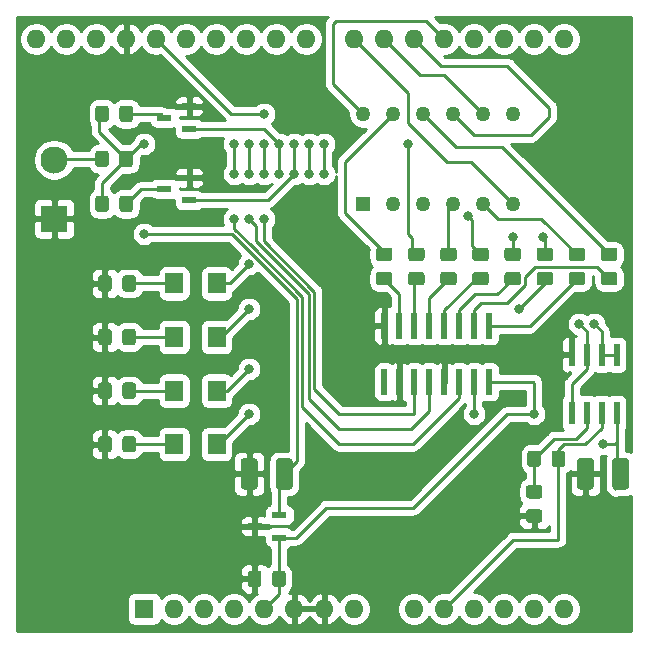
<source format=gbr>
%TF.GenerationSoftware,KiCad,Pcbnew,(5.1.6)-1*%
%TF.CreationDate,2020-09-19T20:41:12-05:00*%
%TF.ProjectId,voltmeter,766f6c74-6d65-4746-9572-2e6b69636164,rev?*%
%TF.SameCoordinates,Original*%
%TF.FileFunction,Copper,L1,Top*%
%TF.FilePolarity,Positive*%
%FSLAX46Y46*%
G04 Gerber Fmt 4.6, Leading zero omitted, Abs format (unit mm)*
G04 Created by KiCad (PCBNEW (5.1.6)-1) date 2020-09-19 20:41:12*
%MOMM*%
%LPD*%
G01*
G04 APERTURE LIST*
%TA.AperFunction,ComponentPad*%
%ADD10C,1.270000*%
%TD*%
%TA.AperFunction,ComponentPad*%
%ADD11R,1.270000X1.270000*%
%TD*%
%TA.AperFunction,ComponentPad*%
%ADD12O,1.600000X1.600000*%
%TD*%
%TA.AperFunction,ComponentPad*%
%ADD13R,1.600000X1.600000*%
%TD*%
%TA.AperFunction,SMDPad,CuDef*%
%ADD14R,1.300000X0.600000*%
%TD*%
%TA.AperFunction,SMDPad,CuDef*%
%ADD15R,0.558800X1.981200*%
%TD*%
%TA.AperFunction,SMDPad,CuDef*%
%ADD16R,0.558800X2.184400*%
%TD*%
%TA.AperFunction,ComponentPad*%
%ADD17C,2.300000*%
%TD*%
%TA.AperFunction,ComponentPad*%
%ADD18R,2.300000X2.300000*%
%TD*%
%TA.AperFunction,SMDPad,CuDef*%
%ADD19R,1.500000X1.800000*%
%TD*%
%TA.AperFunction,ViaPad*%
%ADD20C,0.800000*%
%TD*%
%TA.AperFunction,Conductor*%
%ADD21C,0.250000*%
%TD*%
%TA.AperFunction,Conductor*%
%ADD22C,0.254000*%
%TD*%
G04 APERTURE END LIST*
%TO.P,C3,2*%
%TO.N,GND*%
%TA.AperFunction,SMDPad,CuDef*%
G36*
G01*
X163808000Y-115765000D02*
X163808000Y-117915000D01*
G75*
G02*
X163558000Y-118165000I-250000J0D01*
G01*
X162633000Y-118165000D01*
G75*
G02*
X162383000Y-117915000I0J250000D01*
G01*
X162383000Y-115765000D01*
G75*
G02*
X162633000Y-115515000I250000J0D01*
G01*
X163558000Y-115515000D01*
G75*
G02*
X163808000Y-115765000I0J-250000D01*
G01*
G37*
%TD.AperFunction*%
%TO.P,C3,1*%
%TO.N,VCC*%
%TA.AperFunction,SMDPad,CuDef*%
G36*
G01*
X166783000Y-115765000D02*
X166783000Y-117915000D01*
G75*
G02*
X166533000Y-118165000I-250000J0D01*
G01*
X165608000Y-118165000D01*
G75*
G02*
X165358000Y-117915000I0J250000D01*
G01*
X165358000Y-115765000D01*
G75*
G02*
X165608000Y-115515000I250000J0D01*
G01*
X166533000Y-115515000D01*
G75*
G02*
X166783000Y-115765000I0J-250000D01*
G01*
G37*
%TD.AperFunction*%
%TD*%
%TO.P,C2,2*%
%TO.N,GND*%
%TA.AperFunction,SMDPad,CuDef*%
G36*
G01*
X135336001Y-115765000D02*
X135336001Y-117915000D01*
G75*
G02*
X135086001Y-118165000I-250000J0D01*
G01*
X134161001Y-118165000D01*
G75*
G02*
X133911001Y-117915000I0J250000D01*
G01*
X133911001Y-115765000D01*
G75*
G02*
X134161001Y-115515000I250000J0D01*
G01*
X135086001Y-115515000D01*
G75*
G02*
X135336001Y-115765000I0J-250000D01*
G01*
G37*
%TD.AperFunction*%
%TO.P,C2,1*%
%TO.N,AREF_4.096v*%
%TA.AperFunction,SMDPad,CuDef*%
G36*
G01*
X138311001Y-115765000D02*
X138311001Y-117915000D01*
G75*
G02*
X138061001Y-118165000I-250000J0D01*
G01*
X137136001Y-118165000D01*
G75*
G02*
X136886001Y-117915000I0J250000D01*
G01*
X136886001Y-115765000D01*
G75*
G02*
X137136001Y-115515000I250000J0D01*
G01*
X138061001Y-115515000D01*
G75*
G02*
X138311001Y-115765000I0J-250000D01*
G01*
G37*
%TD.AperFunction*%
%TD*%
D10*
%TO.P,LED0,12*%
%TO.N,Net-(A0-Pad19)*%
X144272000Y-86360000D03*
%TO.P,LED0,11*%
%TO.N,Net-(LED0-Pad11)*%
X146812000Y-86360000D03*
%TO.P,LED0,10*%
%TO.N,Net-(LED0-Pad10)*%
X149352000Y-86360000D03*
%TO.P,LED0,9*%
%TO.N,Net-(A0-Pad20)*%
X151892000Y-86360000D03*
%TO.P,LED0,8*%
%TO.N,Net-(A0-Pad21)*%
X154432000Y-86360000D03*
%TO.P,LED0,7*%
%TO.N,Net-(LED0-Pad7)*%
X156972000Y-86360000D03*
%TO.P,LED0,6*%
%TO.N,Net-(A0-Pad22)*%
X156972000Y-93980000D03*
%TO.P,LED0,5*%
%TO.N,Net-(LED0-Pad5)*%
X154432000Y-93980000D03*
%TO.P,LED0,4*%
%TO.N,Net-(LED0-Pad4)*%
X151892000Y-93980000D03*
%TO.P,LED0,3*%
%TO.N,Net-(LED0-Pad3)*%
X149352000Y-93980000D03*
%TO.P,LED0,2*%
%TO.N,Net-(LED0-Pad2)*%
X146812000Y-93980000D03*
D11*
%TO.P,LED0,1*%
%TO.N,Net-(LED0-Pad1)*%
X144272000Y-93980000D03*
%TD*%
D12*
%TO.P,A0,16*%
%TO.N,5vLeg*%
X158750000Y-80010000D03*
%TO.P,A0,15*%
%TO.N,1.2vLeg*%
X161290000Y-80010000D03*
%TO.P,A0,30*%
%TO.N,AREF_4.096v*%
X121670000Y-80010000D03*
%TO.P,A0,14*%
%TO.N,Net-(A0-Pad14)*%
X161290000Y-128270000D03*
%TO.P,A0,29*%
%TO.N,GND*%
X124210000Y-80010000D03*
%TO.P,A0,13*%
%TO.N,Net-(A0-Pad13)*%
X158750000Y-128270000D03*
%TO.P,A0,28*%
%TO.N,Net-(A0-Pad28)*%
X126750000Y-80010000D03*
%TO.P,A0,12*%
%TO.N,Net-(A0-Pad12)*%
X156210000Y-128270000D03*
%TO.P,A0,27*%
%TO.N,Net-(A0-Pad27)*%
X129290000Y-80010000D03*
%TO.P,A0,11*%
%TO.N,Net-(A0-Pad11)*%
X153670000Y-128270000D03*
%TO.P,A0,26*%
%TO.N,Net-(A0-Pad26)*%
X131830000Y-80010000D03*
%TO.P,A0,10*%
%TO.N,ADC-Gain*%
X151130000Y-128270000D03*
%TO.P,A0,25*%
%TO.N,Net-(A0-Pad25)*%
X134370000Y-80010000D03*
%TO.P,A0,9*%
%TO.N,ADC-Unity*%
X148590000Y-128270000D03*
%TO.P,A0,24*%
%TO.N,Net-(A0-Pad24)*%
X136910000Y-80010000D03*
%TO.P,A0,8*%
%TO.N,Net-(A0-Pad8)*%
X143510000Y-128270000D03*
%TO.P,A0,23*%
%TO.N,Net-(A0-Pad23)*%
X139450000Y-80010000D03*
%TO.P,A0,7*%
%TO.N,GND*%
X140970000Y-128270000D03*
%TO.P,A0,22*%
%TO.N,Net-(A0-Pad22)*%
X143510000Y-80010000D03*
%TO.P,A0,6*%
%TO.N,GND*%
X138430000Y-128270000D03*
%TO.P,A0,21*%
%TO.N,Net-(A0-Pad21)*%
X146050000Y-80010000D03*
%TO.P,A0,5*%
%TO.N,VCC*%
X135890000Y-128270000D03*
%TO.P,A0,20*%
%TO.N,Net-(A0-Pad20)*%
X148590000Y-80010000D03*
%TO.P,A0,4*%
%TO.N,Net-(A0-Pad4)*%
X133350000Y-128270000D03*
%TO.P,A0,19*%
%TO.N,Net-(A0-Pad19)*%
X151130000Y-80010000D03*
%TO.P,A0,3*%
%TO.N,Net-(A0-Pad3)*%
X130810000Y-128270000D03*
%TO.P,A0,18*%
%TO.N,30vLeg*%
X153670000Y-80010000D03*
%TO.P,A0,2*%
%TO.N,Net-(A0-Pad2)*%
X128270000Y-128270000D03*
%TO.P,A0,17*%
%TO.N,15vLeg*%
X156210000Y-80010000D03*
D13*
%TO.P,A0,1*%
%TO.N,Net-(A0-Pad1)*%
X125730000Y-128270000D03*
D12*
%TO.P,A0,31*%
%TO.N,Net-(A0-Pad31)*%
X119130000Y-80010000D03*
%TO.P,A0,32*%
%TO.N,Net-(A0-Pad32)*%
X116590000Y-80010000D03*
%TD*%
D14*
%TO.P,VR1,1*%
%TO.N,VCC*%
X137186001Y-122235000D03*
%TO.P,VR1,2*%
%TO.N,AREF_4.096v*%
X137186001Y-120335000D03*
%TO.P,VR1,3*%
%TO.N,GND*%
X135086001Y-121285000D03*
%TD*%
D15*
%TO.P,U2,8*%
%TO.N,VCC*%
X165735000Y-111683800D03*
%TO.P,U2,7*%
%TO.N,ADC-Gain*%
X164465000Y-111683800D03*
%TO.P,U2,6*%
%TO.N,Net-(R11-Pad1)*%
X163195000Y-111683800D03*
%TO.P,U2,5*%
%TO.N,/VoltageDivider*%
X161925000Y-111683800D03*
%TO.P,U2,4*%
%TO.N,GND*%
X161925000Y-106756200D03*
%TO.P,U2,3*%
%TO.N,/VoltageDivider*%
X163195000Y-106756200D03*
%TO.P,U2,2*%
%TO.N,ADC-Unity*%
X164465000Y-106756200D03*
%TO.P,U2,1*%
X165735000Y-106756200D03*
%TD*%
D16*
%TO.P,U1,16*%
%TO.N,VCC*%
X154940000Y-109042200D03*
%TO.P,U1,15*%
%TO.N,Net-(R10-Pad2)*%
X153670000Y-109042200D03*
%TO.P,U1,14*%
%TO.N,Net-(A0-Pad26)*%
X152400000Y-109042200D03*
%TO.P,U1,13*%
%TO.N,GND*%
X151130000Y-109042200D03*
%TO.P,U1,12*%
%TO.N,Net-(A0-Pad25)*%
X149860000Y-109042200D03*
%TO.P,U1,11*%
%TO.N,Net-(A0-Pad28)*%
X148590000Y-109042200D03*
%TO.P,U1,10*%
%TO.N,GND*%
X147320000Y-109042200D03*
%TO.P,U1,9*%
%TO.N,Net-(U1-Pad9)*%
X146050000Y-109042200D03*
%TO.P,U1,8*%
%TO.N,GND*%
X146050000Y-104317800D03*
%TO.P,U1,7*%
%TO.N,Net-(R3-Pad2)*%
X147320000Y-104317800D03*
%TO.P,U1,6*%
%TO.N,Net-(R4-Pad2)*%
X148590000Y-104317800D03*
%TO.P,U1,5*%
%TO.N,Net-(R5-Pad2)*%
X149860000Y-104317800D03*
%TO.P,U1,4*%
%TO.N,Net-(R6-Pad2)*%
X151130000Y-104317800D03*
%TO.P,U1,3*%
%TO.N,Net-(R7-Pad2)*%
X152400000Y-104317800D03*
%TO.P,U1,2*%
%TO.N,Net-(R8-Pad2)*%
X153670000Y-104317800D03*
%TO.P,U1,1*%
%TO.N,Net-(R9-Pad2)*%
X154940000Y-104317800D03*
%TD*%
%TO.P,R16,2*%
%TO.N,GND*%
%TA.AperFunction,SMDPad,CuDef*%
G36*
G01*
X122985000Y-113881901D02*
X122985000Y-114781903D01*
G75*
G02*
X122735001Y-115031902I-249999J0D01*
G01*
X122084999Y-115031902D01*
G75*
G02*
X121835000Y-114781903I0J249999D01*
G01*
X121835000Y-113881901D01*
G75*
G02*
X122084999Y-113631902I249999J0D01*
G01*
X122735001Y-113631902D01*
G75*
G02*
X122985000Y-113881901I0J-249999D01*
G01*
G37*
%TD.AperFunction*%
%TO.P,R16,1*%
%TO.N,Net-(D4-Pad2)*%
%TA.AperFunction,SMDPad,CuDef*%
G36*
G01*
X125035000Y-113881901D02*
X125035000Y-114781903D01*
G75*
G02*
X124785001Y-115031902I-249999J0D01*
G01*
X124134999Y-115031902D01*
G75*
G02*
X123885000Y-114781903I0J249999D01*
G01*
X123885000Y-113881901D01*
G75*
G02*
X124134999Y-113631902I249999J0D01*
G01*
X124785001Y-113631902D01*
G75*
G02*
X125035000Y-113881901I0J-249999D01*
G01*
G37*
%TD.AperFunction*%
%TD*%
%TO.P,R15,2*%
%TO.N,GND*%
%TA.AperFunction,SMDPad,CuDef*%
G36*
G01*
X122985000Y-109345076D02*
X122985000Y-110245078D01*
G75*
G02*
X122735001Y-110495077I-249999J0D01*
G01*
X122084999Y-110495077D01*
G75*
G02*
X121835000Y-110245078I0J249999D01*
G01*
X121835000Y-109345076D01*
G75*
G02*
X122084999Y-109095077I249999J0D01*
G01*
X122735001Y-109095077D01*
G75*
G02*
X122985000Y-109345076I0J-249999D01*
G01*
G37*
%TD.AperFunction*%
%TO.P,R15,1*%
%TO.N,Net-(D3-Pad2)*%
%TA.AperFunction,SMDPad,CuDef*%
G36*
G01*
X125035000Y-109345076D02*
X125035000Y-110245078D01*
G75*
G02*
X124785001Y-110495077I-249999J0D01*
G01*
X124134999Y-110495077D01*
G75*
G02*
X123885000Y-110245078I0J249999D01*
G01*
X123885000Y-109345076D01*
G75*
G02*
X124134999Y-109095077I249999J0D01*
G01*
X124785001Y-109095077D01*
G75*
G02*
X125035000Y-109345076I0J-249999D01*
G01*
G37*
%TD.AperFunction*%
%TD*%
%TO.P,R14,2*%
%TO.N,GND*%
%TA.AperFunction,SMDPad,CuDef*%
G36*
G01*
X122985000Y-100271426D02*
X122985000Y-101171428D01*
G75*
G02*
X122735001Y-101421427I-249999J0D01*
G01*
X122084999Y-101421427D01*
G75*
G02*
X121835000Y-101171428I0J249999D01*
G01*
X121835000Y-100271426D01*
G75*
G02*
X122084999Y-100021427I249999J0D01*
G01*
X122735001Y-100021427D01*
G75*
G02*
X122985000Y-100271426I0J-249999D01*
G01*
G37*
%TD.AperFunction*%
%TO.P,R14,1*%
%TO.N,Net-(D2-Pad2)*%
%TA.AperFunction,SMDPad,CuDef*%
G36*
G01*
X125035000Y-100271426D02*
X125035000Y-101171428D01*
G75*
G02*
X124785001Y-101421427I-249999J0D01*
G01*
X124134999Y-101421427D01*
G75*
G02*
X123885000Y-101171428I0J249999D01*
G01*
X123885000Y-100271426D01*
G75*
G02*
X124134999Y-100021427I249999J0D01*
G01*
X124785001Y-100021427D01*
G75*
G02*
X125035000Y-100271426I0J-249999D01*
G01*
G37*
%TD.AperFunction*%
%TD*%
%TO.P,R13,2*%
%TO.N,GND*%
%TA.AperFunction,SMDPad,CuDef*%
G36*
G01*
X122985000Y-104808251D02*
X122985000Y-105708253D01*
G75*
G02*
X122735001Y-105958252I-249999J0D01*
G01*
X122084999Y-105958252D01*
G75*
G02*
X121835000Y-105708253I0J249999D01*
G01*
X121835000Y-104808251D01*
G75*
G02*
X122084999Y-104558252I249999J0D01*
G01*
X122735001Y-104558252D01*
G75*
G02*
X122985000Y-104808251I0J-249999D01*
G01*
G37*
%TD.AperFunction*%
%TO.P,R13,1*%
%TO.N,Net-(D1-Pad2)*%
%TA.AperFunction,SMDPad,CuDef*%
G36*
G01*
X125035000Y-104808251D02*
X125035000Y-105708253D01*
G75*
G02*
X124785001Y-105958252I-249999J0D01*
G01*
X124134999Y-105958252D01*
G75*
G02*
X123885000Y-105708253I0J249999D01*
G01*
X123885000Y-104808251D01*
G75*
G02*
X124134999Y-104558252I249999J0D01*
G01*
X124785001Y-104558252D01*
G75*
G02*
X125035000Y-104808251I0J-249999D01*
G01*
G37*
%TD.AperFunction*%
%TD*%
%TO.P,R12,2*%
%TO.N,GND*%
%TA.AperFunction,SMDPad,CuDef*%
G36*
G01*
X158299999Y-119830000D02*
X159200001Y-119830000D01*
G75*
G02*
X159450000Y-120079999I0J-249999D01*
G01*
X159450000Y-120730001D01*
G75*
G02*
X159200001Y-120980000I-249999J0D01*
G01*
X158299999Y-120980000D01*
G75*
G02*
X158050000Y-120730001I0J249999D01*
G01*
X158050000Y-120079999D01*
G75*
G02*
X158299999Y-119830000I249999J0D01*
G01*
G37*
%TD.AperFunction*%
%TO.P,R12,1*%
%TO.N,Net-(R11-Pad1)*%
%TA.AperFunction,SMDPad,CuDef*%
G36*
G01*
X158299999Y-117780000D02*
X159200001Y-117780000D01*
G75*
G02*
X159450000Y-118029999I0J-249999D01*
G01*
X159450000Y-118680001D01*
G75*
G02*
X159200001Y-118930000I-249999J0D01*
G01*
X158299999Y-118930000D01*
G75*
G02*
X158050000Y-118680001I0J249999D01*
G01*
X158050000Y-118029999D01*
G75*
G02*
X158299999Y-117780000I249999J0D01*
G01*
G37*
%TD.AperFunction*%
%TD*%
%TO.P,R11,2*%
%TO.N,ADC-Gain*%
%TA.AperFunction,SMDPad,CuDef*%
G36*
G01*
X160225000Y-116020001D02*
X160225000Y-115119999D01*
G75*
G02*
X160474999Y-114870000I249999J0D01*
G01*
X161125001Y-114870000D01*
G75*
G02*
X161375000Y-115119999I0J-249999D01*
G01*
X161375000Y-116020001D01*
G75*
G02*
X161125001Y-116270000I-249999J0D01*
G01*
X160474999Y-116270000D01*
G75*
G02*
X160225000Y-116020001I0J249999D01*
G01*
G37*
%TD.AperFunction*%
%TO.P,R11,1*%
%TO.N,Net-(R11-Pad1)*%
%TA.AperFunction,SMDPad,CuDef*%
G36*
G01*
X158175000Y-116020001D02*
X158175000Y-115119999D01*
G75*
G02*
X158424999Y-114870000I249999J0D01*
G01*
X159075001Y-114870000D01*
G75*
G02*
X159325000Y-115119999I0J-249999D01*
G01*
X159325000Y-116020001D01*
G75*
G02*
X159075001Y-116270000I-249999J0D01*
G01*
X158424999Y-116270000D01*
G75*
G02*
X158175000Y-116020001I0J249999D01*
G01*
G37*
%TD.AperFunction*%
%TD*%
%TO.P,R10,2*%
%TO.N,Net-(R10-Pad2)*%
%TA.AperFunction,SMDPad,CuDef*%
G36*
G01*
X159207139Y-99735000D02*
X160107141Y-99735000D01*
G75*
G02*
X160357140Y-99984999I0J-249999D01*
G01*
X160357140Y-100635001D01*
G75*
G02*
X160107141Y-100885000I-249999J0D01*
G01*
X159207139Y-100885000D01*
G75*
G02*
X158957140Y-100635001I0J249999D01*
G01*
X158957140Y-99984999D01*
G75*
G02*
X159207139Y-99735000I249999J0D01*
G01*
G37*
%TD.AperFunction*%
%TO.P,R10,1*%
%TO.N,Net-(LED0-Pad3)*%
%TA.AperFunction,SMDPad,CuDef*%
G36*
G01*
X159207139Y-97685000D02*
X160107141Y-97685000D01*
G75*
G02*
X160357140Y-97934999I0J-249999D01*
G01*
X160357140Y-98585001D01*
G75*
G02*
X160107141Y-98835000I-249999J0D01*
G01*
X159207139Y-98835000D01*
G75*
G02*
X158957140Y-98585001I0J249999D01*
G01*
X158957140Y-97934999D01*
G75*
G02*
X159207139Y-97685000I249999J0D01*
G01*
G37*
%TD.AperFunction*%
%TD*%
%TO.P,R9,2*%
%TO.N,Net-(R9-Pad2)*%
%TA.AperFunction,SMDPad,CuDef*%
G36*
G01*
X161928567Y-99735000D02*
X162828569Y-99735000D01*
G75*
G02*
X163078568Y-99984999I0J-249999D01*
G01*
X163078568Y-100635001D01*
G75*
G02*
X162828569Y-100885000I-249999J0D01*
G01*
X161928567Y-100885000D01*
G75*
G02*
X161678568Y-100635001I0J249999D01*
G01*
X161678568Y-99984999D01*
G75*
G02*
X161928567Y-99735000I249999J0D01*
G01*
G37*
%TD.AperFunction*%
%TO.P,R9,1*%
%TO.N,Net-(LED0-Pad5)*%
%TA.AperFunction,SMDPad,CuDef*%
G36*
G01*
X161928567Y-97685000D02*
X162828569Y-97685000D01*
G75*
G02*
X163078568Y-97934999I0J-249999D01*
G01*
X163078568Y-98585001D01*
G75*
G02*
X162828569Y-98835000I-249999J0D01*
G01*
X161928567Y-98835000D01*
G75*
G02*
X161678568Y-98585001I0J249999D01*
G01*
X161678568Y-97934999D01*
G75*
G02*
X161928567Y-97685000I249999J0D01*
G01*
G37*
%TD.AperFunction*%
%TD*%
%TO.P,R8,2*%
%TO.N,Net-(R8-Pad2)*%
%TA.AperFunction,SMDPad,CuDef*%
G36*
G01*
X164649999Y-99735000D02*
X165550001Y-99735000D01*
G75*
G02*
X165800000Y-99984999I0J-249999D01*
G01*
X165800000Y-100635001D01*
G75*
G02*
X165550001Y-100885000I-249999J0D01*
G01*
X164649999Y-100885000D01*
G75*
G02*
X164400000Y-100635001I0J249999D01*
G01*
X164400000Y-99984999D01*
G75*
G02*
X164649999Y-99735000I249999J0D01*
G01*
G37*
%TD.AperFunction*%
%TO.P,R8,1*%
%TO.N,Net-(LED0-Pad10)*%
%TA.AperFunction,SMDPad,CuDef*%
G36*
G01*
X164649999Y-97685000D02*
X165550001Y-97685000D01*
G75*
G02*
X165800000Y-97934999I0J-249999D01*
G01*
X165800000Y-98585001D01*
G75*
G02*
X165550001Y-98835000I-249999J0D01*
G01*
X164649999Y-98835000D01*
G75*
G02*
X164400000Y-98585001I0J249999D01*
G01*
X164400000Y-97934999D01*
G75*
G02*
X164649999Y-97685000I249999J0D01*
G01*
G37*
%TD.AperFunction*%
%TD*%
%TO.P,R7,2*%
%TO.N,Net-(R7-Pad2)*%
%TA.AperFunction,SMDPad,CuDef*%
G36*
G01*
X156485711Y-99735000D02*
X157385713Y-99735000D01*
G75*
G02*
X157635712Y-99984999I0J-249999D01*
G01*
X157635712Y-100635001D01*
G75*
G02*
X157385713Y-100885000I-249999J0D01*
G01*
X156485711Y-100885000D01*
G75*
G02*
X156235712Y-100635001I0J249999D01*
G01*
X156235712Y-99984999D01*
G75*
G02*
X156485711Y-99735000I249999J0D01*
G01*
G37*
%TD.AperFunction*%
%TO.P,R7,1*%
%TO.N,Net-(LED0-Pad1)*%
%TA.AperFunction,SMDPad,CuDef*%
G36*
G01*
X156485711Y-97685000D02*
X157385713Y-97685000D01*
G75*
G02*
X157635712Y-97934999I0J-249999D01*
G01*
X157635712Y-98585001D01*
G75*
G02*
X157385713Y-98835000I-249999J0D01*
G01*
X156485711Y-98835000D01*
G75*
G02*
X156235712Y-98585001I0J249999D01*
G01*
X156235712Y-97934999D01*
G75*
G02*
X156485711Y-97685000I249999J0D01*
G01*
G37*
%TD.AperFunction*%
%TD*%
%TO.P,R6,2*%
%TO.N,Net-(R6-Pad2)*%
%TA.AperFunction,SMDPad,CuDef*%
G36*
G01*
X153764283Y-99735000D02*
X154664285Y-99735000D01*
G75*
G02*
X154914284Y-99984999I0J-249999D01*
G01*
X154914284Y-100635001D01*
G75*
G02*
X154664285Y-100885000I-249999J0D01*
G01*
X153764283Y-100885000D01*
G75*
G02*
X153514284Y-100635001I0J249999D01*
G01*
X153514284Y-99984999D01*
G75*
G02*
X153764283Y-99735000I249999J0D01*
G01*
G37*
%TD.AperFunction*%
%TO.P,R6,1*%
%TO.N,Net-(LED0-Pad2)*%
%TA.AperFunction,SMDPad,CuDef*%
G36*
G01*
X153764283Y-97685000D02*
X154664285Y-97685000D01*
G75*
G02*
X154914284Y-97934999I0J-249999D01*
G01*
X154914284Y-98585001D01*
G75*
G02*
X154664285Y-98835000I-249999J0D01*
G01*
X153764283Y-98835000D01*
G75*
G02*
X153514284Y-98585001I0J249999D01*
G01*
X153514284Y-97934999D01*
G75*
G02*
X153764283Y-97685000I249999J0D01*
G01*
G37*
%TD.AperFunction*%
%TD*%
%TO.P,R5,2*%
%TO.N,Net-(R5-Pad2)*%
%TA.AperFunction,SMDPad,CuDef*%
G36*
G01*
X151042855Y-99735000D02*
X151942857Y-99735000D01*
G75*
G02*
X152192856Y-99984999I0J-249999D01*
G01*
X152192856Y-100635001D01*
G75*
G02*
X151942857Y-100885000I-249999J0D01*
G01*
X151042855Y-100885000D01*
G75*
G02*
X150792856Y-100635001I0J249999D01*
G01*
X150792856Y-99984999D01*
G75*
G02*
X151042855Y-99735000I249999J0D01*
G01*
G37*
%TD.AperFunction*%
%TO.P,R5,1*%
%TO.N,Net-(LED0-Pad4)*%
%TA.AperFunction,SMDPad,CuDef*%
G36*
G01*
X151042855Y-97685000D02*
X151942857Y-97685000D01*
G75*
G02*
X152192856Y-97934999I0J-249999D01*
G01*
X152192856Y-98585001D01*
G75*
G02*
X151942857Y-98835000I-249999J0D01*
G01*
X151042855Y-98835000D01*
G75*
G02*
X150792856Y-98585001I0J249999D01*
G01*
X150792856Y-97934999D01*
G75*
G02*
X151042855Y-97685000I249999J0D01*
G01*
G37*
%TD.AperFunction*%
%TD*%
%TO.P,R4,2*%
%TO.N,Net-(R4-Pad2)*%
%TA.AperFunction,SMDPad,CuDef*%
G36*
G01*
X148321427Y-99735000D02*
X149221429Y-99735000D01*
G75*
G02*
X149471428Y-99984999I0J-249999D01*
G01*
X149471428Y-100635001D01*
G75*
G02*
X149221429Y-100885000I-249999J0D01*
G01*
X148321427Y-100885000D01*
G75*
G02*
X148071428Y-100635001I0J249999D01*
G01*
X148071428Y-99984999D01*
G75*
G02*
X148321427Y-99735000I249999J0D01*
G01*
G37*
%TD.AperFunction*%
%TO.P,R4,1*%
%TO.N,Net-(LED0-Pad7)*%
%TA.AperFunction,SMDPad,CuDef*%
G36*
G01*
X148321427Y-97685000D02*
X149221429Y-97685000D01*
G75*
G02*
X149471428Y-97934999I0J-249999D01*
G01*
X149471428Y-98585001D01*
G75*
G02*
X149221429Y-98835000I-249999J0D01*
G01*
X148321427Y-98835000D01*
G75*
G02*
X148071428Y-98585001I0J249999D01*
G01*
X148071428Y-97934999D01*
G75*
G02*
X148321427Y-97685000I249999J0D01*
G01*
G37*
%TD.AperFunction*%
%TD*%
%TO.P,R3,2*%
%TO.N,Net-(R3-Pad2)*%
%TA.AperFunction,SMDPad,CuDef*%
G36*
G01*
X145599999Y-99735000D02*
X146500001Y-99735000D01*
G75*
G02*
X146750000Y-99984999I0J-249999D01*
G01*
X146750000Y-100635001D01*
G75*
G02*
X146500001Y-100885000I-249999J0D01*
G01*
X145599999Y-100885000D01*
G75*
G02*
X145350000Y-100635001I0J249999D01*
G01*
X145350000Y-99984999D01*
G75*
G02*
X145599999Y-99735000I249999J0D01*
G01*
G37*
%TD.AperFunction*%
%TO.P,R3,1*%
%TO.N,Net-(LED0-Pad11)*%
%TA.AperFunction,SMDPad,CuDef*%
G36*
G01*
X145599999Y-97685000D02*
X146500001Y-97685000D01*
G75*
G02*
X146750000Y-97934999I0J-249999D01*
G01*
X146750000Y-98585001D01*
G75*
G02*
X146500001Y-98835000I-249999J0D01*
G01*
X145599999Y-98835000D01*
G75*
G02*
X145350000Y-98585001I0J249999D01*
G01*
X145350000Y-97934999D01*
G75*
G02*
X145599999Y-97685000I249999J0D01*
G01*
G37*
%TD.AperFunction*%
%TD*%
%TO.P,R2,2*%
%TO.N,Net-(Q2-Pad3)*%
%TA.AperFunction,SMDPad,CuDef*%
G36*
G01*
X123640000Y-86810001D02*
X123640000Y-85909999D01*
G75*
G02*
X123889999Y-85660000I249999J0D01*
G01*
X124540001Y-85660000D01*
G75*
G02*
X124790000Y-85909999I0J-249999D01*
G01*
X124790000Y-86810001D01*
G75*
G02*
X124540001Y-87060000I-249999J0D01*
G01*
X123889999Y-87060000D01*
G75*
G02*
X123640000Y-86810001I0J249999D01*
G01*
G37*
%TD.AperFunction*%
%TO.P,R2,1*%
%TO.N,/VoltageDivider*%
%TA.AperFunction,SMDPad,CuDef*%
G36*
G01*
X121590000Y-86810001D02*
X121590000Y-85909999D01*
G75*
G02*
X121839999Y-85660000I249999J0D01*
G01*
X122490001Y-85660000D01*
G75*
G02*
X122740000Y-85909999I0J-249999D01*
G01*
X122740000Y-86810001D01*
G75*
G02*
X122490001Y-87060000I-249999J0D01*
G01*
X121839999Y-87060000D01*
G75*
G02*
X121590000Y-86810001I0J249999D01*
G01*
G37*
%TD.AperFunction*%
%TD*%
%TO.P,R1,2*%
%TO.N,Net-(Q1-Pad3)*%
%TA.AperFunction,SMDPad,CuDef*%
G36*
G01*
X123640000Y-94430001D02*
X123640000Y-93529999D01*
G75*
G02*
X123889999Y-93280000I249999J0D01*
G01*
X124540001Y-93280000D01*
G75*
G02*
X124790000Y-93529999I0J-249999D01*
G01*
X124790000Y-94430001D01*
G75*
G02*
X124540001Y-94680000I-249999J0D01*
G01*
X123889999Y-94680000D01*
G75*
G02*
X123640000Y-94430001I0J249999D01*
G01*
G37*
%TD.AperFunction*%
%TO.P,R1,1*%
%TO.N,/VoltageDivider*%
%TA.AperFunction,SMDPad,CuDef*%
G36*
G01*
X121590000Y-94430001D02*
X121590000Y-93529999D01*
G75*
G02*
X121839999Y-93280000I249999J0D01*
G01*
X122490001Y-93280000D01*
G75*
G02*
X122740000Y-93529999I0J-249999D01*
G01*
X122740000Y-94430001D01*
G75*
G02*
X122490001Y-94680000I-249999J0D01*
G01*
X121839999Y-94680000D01*
G75*
G02*
X121590000Y-94430001I0J249999D01*
G01*
G37*
%TD.AperFunction*%
%TD*%
%TO.P,R0,2*%
%TO.N,/VoltageDivider*%
%TA.AperFunction,SMDPad,CuDef*%
G36*
G01*
X123640000Y-90620001D02*
X123640000Y-89719999D01*
G75*
G02*
X123889999Y-89470000I249999J0D01*
G01*
X124540001Y-89470000D01*
G75*
G02*
X124790000Y-89719999I0J-249999D01*
G01*
X124790000Y-90620001D01*
G75*
G02*
X124540001Y-90870000I-249999J0D01*
G01*
X123889999Y-90870000D01*
G75*
G02*
X123640000Y-90620001I0J249999D01*
G01*
G37*
%TD.AperFunction*%
%TO.P,R0,1*%
%TO.N,Net-(J0-Pad2)*%
%TA.AperFunction,SMDPad,CuDef*%
G36*
G01*
X121590000Y-90620001D02*
X121590000Y-89719999D01*
G75*
G02*
X121839999Y-89470000I249999J0D01*
G01*
X122490001Y-89470000D01*
G75*
G02*
X122740000Y-89719999I0J-249999D01*
G01*
X122740000Y-90620001D01*
G75*
G02*
X122490001Y-90870000I-249999J0D01*
G01*
X121839999Y-90870000D01*
G75*
G02*
X121590000Y-90620001I0J249999D01*
G01*
G37*
%TD.AperFunction*%
%TD*%
D14*
%TO.P,Q2,1*%
%TO.N,30vLeg*%
X129540000Y-87630000D03*
%TO.P,Q2,2*%
%TO.N,GND*%
X129540000Y-85730000D03*
%TO.P,Q2,3*%
%TO.N,Net-(Q2-Pad3)*%
X127440000Y-86680000D03*
%TD*%
%TO.P,Q1,1*%
%TO.N,15vLeg*%
X129540000Y-93660000D03*
%TO.P,Q1,2*%
%TO.N,GND*%
X129540000Y-91760000D03*
%TO.P,Q1,3*%
%TO.N,Net-(Q1-Pad3)*%
X127440000Y-92710000D03*
%TD*%
D17*
%TO.P,J0,2*%
%TO.N,Net-(J0-Pad2)*%
X118110000Y-90250000D03*
D18*
%TO.P,J0,1*%
%TO.N,GND*%
X118110000Y-95250000D03*
%TD*%
D19*
%TO.P,D4,2*%
%TO.N,Net-(D4-Pad2)*%
X128270000Y-114331902D03*
%TO.P,D4,1*%
%TO.N,1.2vLeg*%
X131870000Y-114331902D03*
%TD*%
%TO.P,D3,2*%
%TO.N,Net-(D3-Pad2)*%
X128270000Y-109795077D03*
%TO.P,D3,1*%
%TO.N,5vLeg*%
X131870000Y-109795077D03*
%TD*%
%TO.P,D2,2*%
%TO.N,Net-(D2-Pad2)*%
X128270000Y-100721427D03*
%TO.P,D2,1*%
%TO.N,30vLeg*%
X131870000Y-100721427D03*
%TD*%
%TO.P,D1,2*%
%TO.N,Net-(D1-Pad2)*%
X128270000Y-105258252D03*
%TO.P,D1,1*%
%TO.N,15vLeg*%
X131870000Y-105258252D03*
%TD*%
%TO.P,C1,2*%
%TO.N,GND*%
%TA.AperFunction,SMDPad,CuDef*%
G36*
G01*
X135661001Y-125279999D02*
X135661001Y-126180001D01*
G75*
G02*
X135411002Y-126430000I-249999J0D01*
G01*
X134761000Y-126430000D01*
G75*
G02*
X134511001Y-126180001I0J249999D01*
G01*
X134511001Y-125279999D01*
G75*
G02*
X134761000Y-125030000I249999J0D01*
G01*
X135411002Y-125030000D01*
G75*
G02*
X135661001Y-125279999I0J-249999D01*
G01*
G37*
%TD.AperFunction*%
%TO.P,C1,1*%
%TO.N,VCC*%
%TA.AperFunction,SMDPad,CuDef*%
G36*
G01*
X137711001Y-125279999D02*
X137711001Y-126180001D01*
G75*
G02*
X137461002Y-126430000I-249999J0D01*
G01*
X136811000Y-126430000D01*
G75*
G02*
X136561001Y-126180001I0J249999D01*
G01*
X136561001Y-125279999D01*
G75*
G02*
X136811000Y-125030000I249999J0D01*
G01*
X137461002Y-125030000D01*
G75*
G02*
X137711001Y-125279999I0J-249999D01*
G01*
G37*
%TD.AperFunction*%
%TD*%
D20*
%TO.N,5vLeg*%
X134620000Y-107950000D03*
X139700000Y-91440000D03*
X139700000Y-88900000D03*
%TO.N,1.2vLeg*%
X134620000Y-111760000D03*
X140970000Y-91440000D03*
X140970000Y-88900000D03*
%TO.N,AREF_4.096v*%
X125730000Y-96520000D03*
%TO.N,GND*%
X125730000Y-91440000D03*
X130810000Y-88900000D03*
X128270000Y-88900000D03*
X116840000Y-83820000D03*
X118110000Y-101600000D03*
X118110000Y-106680000D03*
X118110000Y-113030000D03*
X118110000Y-119380000D03*
X143510000Y-102870000D03*
X143510000Y-105410000D03*
X143510000Y-107950000D03*
X156210000Y-105410000D03*
X156210000Y-107950000D03*
X147320000Y-106680000D03*
X151130000Y-106680000D03*
X154940000Y-106680000D03*
X163830000Y-109220000D03*
X165100000Y-109220000D03*
X160020000Y-109220000D03*
X163830000Y-120650000D03*
X163830000Y-123190000D03*
X163830000Y-125730000D03*
X125730000Y-121920000D03*
X128270000Y-121920000D03*
X124460000Y-124460000D03*
X125730000Y-125730000D03*
X127000000Y-125730000D03*
X128270000Y-125730000D03*
X129540000Y-124460000D03*
X161290000Y-83820000D03*
X165100000Y-83820000D03*
X165100000Y-87630000D03*
X137160000Y-82550000D03*
X139700000Y-82550000D03*
X143510000Y-97790000D03*
X143510000Y-100330000D03*
%TO.N,VCC*%
X164592000Y-114300000D03*
%TO.N,Net-(A0-Pad28)*%
X135890000Y-95250000D03*
X135890000Y-88900000D03*
X135890000Y-91440000D03*
X135890000Y-86360000D03*
%TO.N,Net-(A0-Pad26)*%
X133350000Y-95250000D03*
X133350000Y-91440000D03*
X133350000Y-88900000D03*
%TO.N,Net-(A0-Pad25)*%
X134620000Y-95250000D03*
X134620000Y-88900000D03*
X134620000Y-91440000D03*
%TO.N,ADC-Unity*%
X163830000Y-104140000D03*
%TO.N,VCC*%
X158750000Y-111760000D03*
%TO.N,30vLeg*%
X134620000Y-99060000D03*
X137160000Y-91440000D03*
X137160000Y-88900000D03*
%TO.N,15vLeg*%
X134620000Y-102870000D03*
X138430000Y-91440000D03*
X138430000Y-88900000D03*
%TO.N,/VoltageDivider*%
X162560000Y-104140000D03*
X125730000Y-88900000D03*
%TO.N,Net-(R10-Pad2)*%
X153670000Y-111760000D03*
X157480000Y-102870000D03*
%TO.N,Net-(LED0-Pad7)*%
X148082000Y-88900000D03*
%TO.N,Net-(LED0-Pad3)*%
X159512000Y-96774000D03*
%TO.N,Net-(LED0-Pad2)*%
X153162000Y-94996000D03*
%TO.N,Net-(LED0-Pad1)*%
X156972000Y-96774000D03*
%TD*%
D21*
%TO.N,5vLeg*%
X131870000Y-109795077D02*
X132774923Y-109795077D01*
X132774923Y-109795077D02*
X134620000Y-107950000D01*
X139700000Y-91440000D02*
X139700000Y-88900000D01*
%TO.N,1.2vLeg*%
X131870000Y-114331902D02*
X132048098Y-114331902D01*
X132048098Y-114331902D02*
X134620000Y-111760000D01*
X140970000Y-91440000D02*
X140970000Y-88900000D01*
%TO.N,AREF_4.096v*%
X137136001Y-120285000D02*
X137186001Y-120335000D01*
X125730000Y-96520000D02*
X133153002Y-96520000D01*
X133153002Y-96520000D02*
X138660001Y-102026999D01*
X137186001Y-117252500D02*
X137598501Y-116840000D01*
X137186001Y-120335000D02*
X137186001Y-117252500D01*
X138660001Y-115778500D02*
X137598501Y-116840000D01*
X138660001Y-102026999D02*
X138660001Y-115778500D01*
%TO.N,Net-(A0-Pad28)*%
X148590000Y-109042200D02*
X148590000Y-111760000D01*
X148590000Y-111760000D02*
X142240000Y-111760000D01*
X142240000Y-111760000D02*
X140970000Y-110490000D01*
X140970000Y-110490000D02*
X140150010Y-109670010D01*
X140150010Y-109670010D02*
X140150010Y-101413600D01*
X140150010Y-101413600D02*
X135890000Y-97153590D01*
X135890000Y-97153590D02*
X135890000Y-95250000D01*
X135890000Y-91440000D02*
X135890000Y-88900000D01*
X133100000Y-86360000D02*
X126750000Y-80010000D01*
X135890000Y-86360000D02*
X133100000Y-86360000D01*
%TO.N,Net-(A0-Pad26)*%
X152400000Y-110384400D02*
X148484400Y-114300000D01*
X152400000Y-109042200D02*
X152400000Y-110384400D01*
X148484400Y-114300000D02*
X142240000Y-114300000D01*
X139110011Y-111170011D02*
X139110010Y-101840598D01*
X142240000Y-114300000D02*
X139110011Y-111170011D01*
X139110010Y-101840598D02*
X134839706Y-97570294D01*
X134839706Y-97570294D02*
X133350000Y-96080588D01*
X133350000Y-96080588D02*
X133350000Y-95250000D01*
X133350000Y-91440000D02*
X133350000Y-88900000D01*
%TO.N,ADC-Gain*%
X160800000Y-115570000D02*
X160800000Y-114790000D01*
X160800000Y-114790000D02*
X161290000Y-114300000D01*
X164465000Y-112924400D02*
X164465000Y-111683800D01*
X163089400Y-114300000D02*
X164465000Y-112924400D01*
X161290000Y-114300000D02*
X163089400Y-114300000D01*
X160800000Y-115570000D02*
X160800000Y-122410000D01*
X153670000Y-125730000D02*
X151130000Y-128270000D01*
X156990000Y-122410000D02*
X153670000Y-125730000D01*
X160800000Y-122410000D02*
X156990000Y-122410000D01*
%TO.N,Net-(A0-Pad25)*%
X134620000Y-88900000D02*
X134620000Y-91440000D01*
X135220285Y-95850285D02*
X134620000Y-95250000D01*
X135220285Y-97120285D02*
X135220285Y-95850285D01*
X149860000Y-111506000D02*
X148336000Y-113030000D01*
X139700000Y-101600000D02*
X135220285Y-97120285D01*
X148336000Y-113030000D02*
X142240000Y-113030000D01*
X149860000Y-109042200D02*
X149860000Y-111506000D01*
X139700000Y-110490000D02*
X139700000Y-101600000D01*
X142240000Y-113030000D02*
X139700000Y-110490000D01*
%TO.N,ADC-Unity*%
X165735000Y-106756200D02*
X164465000Y-106756200D01*
X164465000Y-106756200D02*
X164465000Y-104775000D01*
X164465000Y-104775000D02*
X163830000Y-104140000D01*
%TO.N,Net-(A0-Pad22)*%
X148082000Y-84582000D02*
X143510000Y-80010000D01*
X148082000Y-87122000D02*
X148082000Y-84582000D01*
X151384000Y-90424000D02*
X148082000Y-87122000D01*
X156972000Y-93980000D02*
X153416000Y-90424000D01*
X153416000Y-90424000D02*
X151384000Y-90424000D01*
%TO.N,Net-(A0-Pad21)*%
X154432000Y-86360000D02*
X151130000Y-83058000D01*
X149098000Y-83058000D02*
X146050000Y-80010000D01*
X151130000Y-83058000D02*
X149098000Y-83058000D01*
%TO.N,VCC*%
X165608000Y-116840000D02*
X165608000Y-118110000D01*
X154940000Y-109220000D02*
X154940000Y-109042200D01*
X137186001Y-125680000D02*
X137136001Y-125730000D01*
X137186001Y-122235000D02*
X137186001Y-125680000D01*
X137136001Y-127023999D02*
X135890000Y-128270000D01*
X137136001Y-125730000D02*
X137136001Y-127023999D01*
X154940000Y-109042200D02*
X158673800Y-109042200D01*
X158750000Y-109118400D02*
X158750000Y-111760000D01*
X158673800Y-109042200D02*
X158750000Y-109118400D01*
X138623000Y-122235000D02*
X137186001Y-122235000D01*
X141163000Y-119695000D02*
X138623000Y-122235000D01*
X148529000Y-119695000D02*
X141163000Y-119695000D01*
X158750000Y-111760000D02*
X156464000Y-111760000D01*
X156464000Y-111760000D02*
X148529000Y-119695000D01*
X165735000Y-116504500D02*
X166070500Y-116840000D01*
X165608000Y-114300000D02*
X165735000Y-114173000D01*
X165735000Y-111683800D02*
X165735000Y-114173000D01*
X164592000Y-114300000D02*
X165608000Y-114300000D01*
X165735000Y-114173000D02*
X165735000Y-116504500D01*
%TO.N,Net-(A0-Pad20)*%
X150876000Y-82296000D02*
X148590000Y-80010000D01*
X156464000Y-82296000D02*
X150876000Y-82296000D01*
X153670000Y-88138000D02*
X158496000Y-88138000D01*
X151892000Y-86360000D02*
X153670000Y-88138000D01*
X158496000Y-88138000D02*
X160020000Y-86614000D01*
X160020000Y-86614000D02*
X160020000Y-85852000D01*
X160020000Y-85852000D02*
X156464000Y-82296000D01*
%TO.N,Net-(A0-Pad19)*%
X151130000Y-80010000D02*
X149606000Y-78486000D01*
X149606000Y-78486000D02*
X141986000Y-78486000D01*
X141986000Y-78486000D02*
X141732000Y-78740000D01*
X141732000Y-83820000D02*
X144272000Y-86360000D01*
X141732000Y-78740000D02*
X141732000Y-83820000D01*
%TO.N,30vLeg*%
X131870000Y-100721427D02*
X132958573Y-100721427D01*
X132958573Y-100721427D02*
X134620000Y-99060000D01*
X137160000Y-91440000D02*
X137160000Y-88900000D01*
X135890000Y-87630000D02*
X137160000Y-88900000D01*
X129540000Y-87630000D02*
X135890000Y-87630000D01*
%TO.N,15vLeg*%
X131870000Y-105258252D02*
X132231748Y-105258252D01*
X132231748Y-105258252D02*
X134620000Y-102870000D01*
X138430000Y-91440000D02*
X138430000Y-88900000D01*
X136210000Y-93660000D02*
X138430000Y-91440000D01*
X129540000Y-93660000D02*
X136210000Y-93660000D01*
%TO.N,Net-(D1-Pad2)*%
X128270000Y-105258252D02*
X124460000Y-105258252D01*
%TO.N,Net-(D2-Pad2)*%
X128270000Y-100721427D02*
X124460000Y-100721427D01*
%TO.N,Net-(D3-Pad2)*%
X128270000Y-109795077D02*
X124460000Y-109795077D01*
%TO.N,Net-(D4-Pad2)*%
X128270000Y-114331902D02*
X124460000Y-114331902D01*
%TO.N,Net-(J0-Pad2)*%
X118030000Y-90170000D02*
X118110000Y-90250000D01*
X118190000Y-90170000D02*
X118110000Y-90250000D01*
X122165000Y-90170000D02*
X118190000Y-90170000D01*
%TO.N,Net-(Q1-Pad3)*%
X125485000Y-92710000D02*
X124215000Y-93980000D01*
X127440000Y-92710000D02*
X125485000Y-92710000D01*
%TO.N,Net-(Q2-Pad3)*%
X127120000Y-86360000D02*
X127440000Y-86680000D01*
X124215000Y-86360000D02*
X127120000Y-86360000D01*
%TO.N,/VoltageDivider*%
X122165000Y-92220000D02*
X124215000Y-90170000D01*
X122165000Y-93980000D02*
X122165000Y-92220000D01*
X124215000Y-90170000D02*
X121920000Y-87875000D01*
X121920000Y-86605000D02*
X122165000Y-86360000D01*
X121920000Y-87875000D02*
X121920000Y-86605000D01*
X163195000Y-106756200D02*
X163195000Y-104775000D01*
X163195000Y-104775000D02*
X162560000Y-104140000D01*
X125485000Y-88900000D02*
X124215000Y-90170000D01*
X125730000Y-88900000D02*
X125485000Y-88900000D01*
X161925000Y-109266800D02*
X161925000Y-111683800D01*
X163195000Y-107996800D02*
X161925000Y-109266800D01*
X163195000Y-106756200D02*
X163195000Y-107996800D01*
%TO.N,Net-(R3-Pad2)*%
X147320000Y-101580000D02*
X147320000Y-104317800D01*
X146050000Y-100310000D02*
X147320000Y-101580000D01*
%TO.N,Net-(R4-Pad2)*%
X148590000Y-100491428D02*
X148771428Y-100310000D01*
X148590000Y-104317800D02*
X148590000Y-100491428D01*
%TO.N,Net-(R5-Pad2)*%
X149860000Y-101942856D02*
X151492856Y-100310000D01*
X149860000Y-104317800D02*
X149860000Y-101942856D01*
%TO.N,Net-(R6-Pad2)*%
X153795600Y-100310000D02*
X154214284Y-100310000D01*
X151130000Y-102975600D02*
X153795600Y-100310000D01*
X151130000Y-104317800D02*
X151130000Y-102975600D01*
%TO.N,Net-(R7-Pad2)*%
X152400000Y-102975600D02*
X153775600Y-101600000D01*
X152400000Y-104317800D02*
X152400000Y-102975600D01*
X155645712Y-101600000D02*
X156935712Y-100310000D01*
X153775600Y-101600000D02*
X155645712Y-101600000D01*
%TO.N,Net-(R8-Pad2)*%
X164104000Y-99314000D02*
X165100000Y-100310000D01*
X158814970Y-99314000D02*
X164104000Y-99314000D01*
X157960722Y-100168248D02*
X158814970Y-99314000D01*
X153670000Y-102975600D02*
X154283600Y-102362000D01*
X156471902Y-102362000D02*
X157960722Y-100873180D01*
X154283600Y-102362000D02*
X156471902Y-102362000D01*
X153670000Y-104317800D02*
X153670000Y-102975600D01*
X157960722Y-100873180D02*
X157960722Y-100168248D01*
%TO.N,Net-(R9-Pad2)*%
X158370768Y-104317800D02*
X162378568Y-100310000D01*
X154940000Y-104317800D02*
X158370768Y-104317800D01*
%TO.N,Net-(R10-Pad2)*%
X153670000Y-109042200D02*
X153670000Y-111760000D01*
X159657140Y-100692860D02*
X159657140Y-100310000D01*
X157480000Y-102870000D02*
X159657140Y-100692860D01*
%TO.N,Net-(R11-Pad1)*%
X158750000Y-115570000D02*
X158750000Y-118355000D01*
X158750000Y-115570000D02*
X160470010Y-113849990D01*
X163195000Y-112924400D02*
X163195000Y-111683800D01*
X162269410Y-113849990D02*
X163195000Y-112924400D01*
X160470010Y-113849990D02*
X162269410Y-113849990D01*
%TO.N,Net-(LED0-Pad11)*%
X142748000Y-90424000D02*
X146812000Y-86360000D01*
X142748000Y-94742000D02*
X142748000Y-90424000D01*
X146050000Y-98260000D02*
X146050000Y-98044000D01*
X146050000Y-98044000D02*
X142748000Y-94742000D01*
%TO.N,Net-(LED0-Pad10)*%
X155994000Y-89154000D02*
X165100000Y-98260000D01*
X149352000Y-86360000D02*
X152146000Y-89154000D01*
X152146000Y-89154000D02*
X155994000Y-89154000D01*
%TO.N,Net-(LED0-Pad7)*%
X148391999Y-97880571D02*
X148391999Y-96829999D01*
X148771428Y-98260000D02*
X148391999Y-97880571D01*
X148391999Y-96829999D02*
X148082000Y-96520000D01*
X148082000Y-96520000D02*
X148082000Y-91186000D01*
X148082000Y-91186000D02*
X148082000Y-88900000D01*
%TO.N,Net-(LED0-Pad5)*%
X154432000Y-93980000D02*
X155702000Y-95250000D01*
X159368568Y-95250000D02*
X162378568Y-98260000D01*
X155702000Y-95250000D02*
X159368568Y-95250000D01*
%TO.N,Net-(LED0-Pad4)*%
X151492856Y-94379144D02*
X151892000Y-93980000D01*
X151492856Y-98260000D02*
X151492856Y-94379144D01*
%TO.N,Net-(LED0-Pad3)*%
X159657140Y-98260000D02*
X159657140Y-96919140D01*
X159657140Y-96919140D02*
X159512000Y-96774000D01*
%TO.N,Net-(LED0-Pad2)*%
X153471999Y-95305999D02*
X153162000Y-94996000D01*
X154214284Y-98260000D02*
X153471999Y-97517715D01*
X153471999Y-97517715D02*
X153471999Y-95305999D01*
%TO.N,Net-(LED0-Pad1)*%
X156935712Y-98260000D02*
X156935712Y-96810288D01*
X156935712Y-96810288D02*
X156972000Y-96774000D01*
%TD*%
D22*
%TO.N,GND*%
G36*
X141221003Y-78176196D02*
G01*
X141191999Y-78199999D01*
X141136871Y-78267174D01*
X141097026Y-78315724D01*
X141085646Y-78337015D01*
X141026454Y-78447754D01*
X140982997Y-78591015D01*
X140972000Y-78702668D01*
X140972000Y-78702678D01*
X140968324Y-78740000D01*
X140972000Y-78777323D01*
X140972001Y-83782668D01*
X140968324Y-83820000D01*
X140982998Y-83968985D01*
X141026454Y-84112246D01*
X141097026Y-84244276D01*
X141168201Y-84331002D01*
X141192000Y-84360001D01*
X141220998Y-84383799D01*
X143013633Y-86176435D01*
X143002000Y-86234916D01*
X143002000Y-86485084D01*
X143050805Y-86730445D01*
X143146541Y-86961571D01*
X143285527Y-87169578D01*
X143462422Y-87346473D01*
X143670429Y-87485459D01*
X143901555Y-87581195D01*
X144146916Y-87630000D01*
X144397084Y-87630000D01*
X144484608Y-87612591D01*
X142236998Y-89860201D01*
X142208000Y-89883999D01*
X142184202Y-89912997D01*
X142184201Y-89912998D01*
X142113026Y-89999724D01*
X142042454Y-90131754D01*
X142012180Y-90231558D01*
X141998999Y-90275013D01*
X141998998Y-90275015D01*
X141984324Y-90424000D01*
X141988001Y-90461332D01*
X141988001Y-91252600D01*
X141965226Y-91138102D01*
X141887205Y-90949744D01*
X141773937Y-90780226D01*
X141730000Y-90736289D01*
X141730000Y-89603711D01*
X141773937Y-89559774D01*
X141887205Y-89390256D01*
X141965226Y-89201898D01*
X142005000Y-89001939D01*
X142005000Y-88798061D01*
X141965226Y-88598102D01*
X141887205Y-88409744D01*
X141773937Y-88240226D01*
X141629774Y-88096063D01*
X141460256Y-87982795D01*
X141271898Y-87904774D01*
X141071939Y-87865000D01*
X140868061Y-87865000D01*
X140668102Y-87904774D01*
X140479744Y-87982795D01*
X140335000Y-88079510D01*
X140190256Y-87982795D01*
X140001898Y-87904774D01*
X139801939Y-87865000D01*
X139598061Y-87865000D01*
X139398102Y-87904774D01*
X139209744Y-87982795D01*
X139065000Y-88079510D01*
X138920256Y-87982795D01*
X138731898Y-87904774D01*
X138531939Y-87865000D01*
X138328061Y-87865000D01*
X138128102Y-87904774D01*
X137939744Y-87982795D01*
X137795000Y-88079510D01*
X137650256Y-87982795D01*
X137461898Y-87904774D01*
X137261939Y-87865000D01*
X137199802Y-87865000D01*
X136519180Y-87184379D01*
X136549774Y-87163937D01*
X136693937Y-87019774D01*
X136807205Y-86850256D01*
X136885226Y-86661898D01*
X136925000Y-86461939D01*
X136925000Y-86258061D01*
X136885226Y-86058102D01*
X136807205Y-85869744D01*
X136693937Y-85700226D01*
X136549774Y-85556063D01*
X136380256Y-85442795D01*
X136191898Y-85364774D01*
X135991939Y-85325000D01*
X135788061Y-85325000D01*
X135588102Y-85364774D01*
X135399744Y-85442795D01*
X135230226Y-85556063D01*
X135186289Y-85600000D01*
X133414802Y-85600000D01*
X129259801Y-81445000D01*
X129431335Y-81445000D01*
X129708574Y-81389853D01*
X129969727Y-81281680D01*
X130204759Y-81124637D01*
X130404637Y-80924759D01*
X130560000Y-80692241D01*
X130715363Y-80924759D01*
X130915241Y-81124637D01*
X131150273Y-81281680D01*
X131411426Y-81389853D01*
X131688665Y-81445000D01*
X131971335Y-81445000D01*
X132248574Y-81389853D01*
X132509727Y-81281680D01*
X132744759Y-81124637D01*
X132944637Y-80924759D01*
X133100000Y-80692241D01*
X133255363Y-80924759D01*
X133455241Y-81124637D01*
X133690273Y-81281680D01*
X133951426Y-81389853D01*
X134228665Y-81445000D01*
X134511335Y-81445000D01*
X134788574Y-81389853D01*
X135049727Y-81281680D01*
X135284759Y-81124637D01*
X135484637Y-80924759D01*
X135640000Y-80692241D01*
X135795363Y-80924759D01*
X135995241Y-81124637D01*
X136230273Y-81281680D01*
X136491426Y-81389853D01*
X136768665Y-81445000D01*
X137051335Y-81445000D01*
X137328574Y-81389853D01*
X137589727Y-81281680D01*
X137824759Y-81124637D01*
X138024637Y-80924759D01*
X138180000Y-80692241D01*
X138335363Y-80924759D01*
X138535241Y-81124637D01*
X138770273Y-81281680D01*
X139031426Y-81389853D01*
X139308665Y-81445000D01*
X139591335Y-81445000D01*
X139868574Y-81389853D01*
X140129727Y-81281680D01*
X140364759Y-81124637D01*
X140564637Y-80924759D01*
X140721680Y-80689727D01*
X140829853Y-80428574D01*
X140885000Y-80151335D01*
X140885000Y-79868665D01*
X140829853Y-79591426D01*
X140721680Y-79330273D01*
X140564637Y-79095241D01*
X140364759Y-78895363D01*
X140129727Y-78738320D01*
X139868574Y-78630147D01*
X139591335Y-78575000D01*
X139308665Y-78575000D01*
X139031426Y-78630147D01*
X138770273Y-78738320D01*
X138535241Y-78895363D01*
X138335363Y-79095241D01*
X138180000Y-79327759D01*
X138024637Y-79095241D01*
X137824759Y-78895363D01*
X137589727Y-78738320D01*
X137328574Y-78630147D01*
X137051335Y-78575000D01*
X136768665Y-78575000D01*
X136491426Y-78630147D01*
X136230273Y-78738320D01*
X135995241Y-78895363D01*
X135795363Y-79095241D01*
X135640000Y-79327759D01*
X135484637Y-79095241D01*
X135284759Y-78895363D01*
X135049727Y-78738320D01*
X134788574Y-78630147D01*
X134511335Y-78575000D01*
X134228665Y-78575000D01*
X133951426Y-78630147D01*
X133690273Y-78738320D01*
X133455241Y-78895363D01*
X133255363Y-79095241D01*
X133100000Y-79327759D01*
X132944637Y-79095241D01*
X132744759Y-78895363D01*
X132509727Y-78738320D01*
X132248574Y-78630147D01*
X131971335Y-78575000D01*
X131688665Y-78575000D01*
X131411426Y-78630147D01*
X131150273Y-78738320D01*
X130915241Y-78895363D01*
X130715363Y-79095241D01*
X130560000Y-79327759D01*
X130404637Y-79095241D01*
X130204759Y-78895363D01*
X129969727Y-78738320D01*
X129708574Y-78630147D01*
X129431335Y-78575000D01*
X129148665Y-78575000D01*
X128871426Y-78630147D01*
X128610273Y-78738320D01*
X128375241Y-78895363D01*
X128175363Y-79095241D01*
X128020000Y-79327759D01*
X127864637Y-79095241D01*
X127664759Y-78895363D01*
X127429727Y-78738320D01*
X127168574Y-78630147D01*
X126891335Y-78575000D01*
X126608665Y-78575000D01*
X126331426Y-78630147D01*
X126070273Y-78738320D01*
X125835241Y-78895363D01*
X125635363Y-79095241D01*
X125478320Y-79330273D01*
X125473933Y-79340865D01*
X125362385Y-79154869D01*
X125173414Y-78946481D01*
X124947420Y-78778963D01*
X124693087Y-78658754D01*
X124559039Y-78618096D01*
X124337000Y-78740085D01*
X124337000Y-79883000D01*
X124357000Y-79883000D01*
X124357000Y-80137000D01*
X124337000Y-80137000D01*
X124337000Y-81279915D01*
X124559039Y-81401904D01*
X124693087Y-81361246D01*
X124947420Y-81241037D01*
X125173414Y-81073519D01*
X125362385Y-80865131D01*
X125473933Y-80679135D01*
X125478320Y-80689727D01*
X125635363Y-80924759D01*
X125835241Y-81124637D01*
X126070273Y-81281680D01*
X126331426Y-81389853D01*
X126608665Y-81445000D01*
X126891335Y-81445000D01*
X127073887Y-81408688D01*
X132535198Y-86870000D01*
X130630444Y-86870000D01*
X130544494Y-86799463D01*
X130434180Y-86740498D01*
X130314482Y-86704188D01*
X130190000Y-86691928D01*
X128890000Y-86691928D01*
X128765518Y-86704188D01*
X128728072Y-86715547D01*
X128728072Y-86644453D01*
X128765518Y-86655812D01*
X128890000Y-86668072D01*
X129254250Y-86665000D01*
X129413000Y-86506250D01*
X129413000Y-85857000D01*
X129667000Y-85857000D01*
X129667000Y-86506250D01*
X129825750Y-86665000D01*
X130190000Y-86668072D01*
X130314482Y-86655812D01*
X130434180Y-86619502D01*
X130544494Y-86560537D01*
X130641185Y-86481185D01*
X130720537Y-86384494D01*
X130779502Y-86274180D01*
X130815812Y-86154482D01*
X130828072Y-86030000D01*
X130825000Y-86015750D01*
X130666250Y-85857000D01*
X129667000Y-85857000D01*
X129413000Y-85857000D01*
X128453678Y-85857000D01*
X128444494Y-85849463D01*
X128334180Y-85790498D01*
X128214482Y-85754188D01*
X128090000Y-85741928D01*
X127564871Y-85741928D01*
X127544276Y-85725026D01*
X127412247Y-85654454D01*
X127268986Y-85610997D01*
X127157333Y-85600000D01*
X127157322Y-85600000D01*
X127120000Y-85596324D01*
X127082678Y-85600000D01*
X125369527Y-85600000D01*
X125360472Y-85570149D01*
X125285561Y-85430000D01*
X128251928Y-85430000D01*
X128255000Y-85444250D01*
X128413750Y-85603000D01*
X129413000Y-85603000D01*
X129413000Y-84953750D01*
X129667000Y-84953750D01*
X129667000Y-85603000D01*
X130666250Y-85603000D01*
X130825000Y-85444250D01*
X130828072Y-85430000D01*
X130815812Y-85305518D01*
X130779502Y-85185820D01*
X130720537Y-85075506D01*
X130641185Y-84978815D01*
X130544494Y-84899463D01*
X130434180Y-84840498D01*
X130314482Y-84804188D01*
X130190000Y-84791928D01*
X129825750Y-84795000D01*
X129667000Y-84953750D01*
X129413000Y-84953750D01*
X129254250Y-84795000D01*
X128890000Y-84791928D01*
X128765518Y-84804188D01*
X128645820Y-84840498D01*
X128535506Y-84899463D01*
X128438815Y-84978815D01*
X128359463Y-85075506D01*
X128300498Y-85185820D01*
X128264188Y-85305518D01*
X128251928Y-85430000D01*
X125285561Y-85430000D01*
X125278405Y-85416613D01*
X125167962Y-85282038D01*
X125033387Y-85171595D01*
X124879851Y-85089528D01*
X124713255Y-85038992D01*
X124540001Y-85021928D01*
X123889999Y-85021928D01*
X123716745Y-85038992D01*
X123550149Y-85089528D01*
X123396613Y-85171595D01*
X123262038Y-85282038D01*
X123190000Y-85369816D01*
X123117962Y-85282038D01*
X122983387Y-85171595D01*
X122829851Y-85089528D01*
X122663255Y-85038992D01*
X122490001Y-85021928D01*
X121839999Y-85021928D01*
X121666745Y-85038992D01*
X121500149Y-85089528D01*
X121346613Y-85171595D01*
X121212038Y-85282038D01*
X121101595Y-85416613D01*
X121019528Y-85570149D01*
X120968992Y-85736745D01*
X120951928Y-85909999D01*
X120951928Y-86810001D01*
X120968992Y-86983255D01*
X121019528Y-87149851D01*
X121101595Y-87303387D01*
X121160000Y-87374554D01*
X121160000Y-87837677D01*
X121156324Y-87875000D01*
X121160000Y-87912322D01*
X121160000Y-87912332D01*
X121170997Y-88023985D01*
X121206189Y-88140000D01*
X121214454Y-88167246D01*
X121285026Y-88299276D01*
X121315330Y-88336201D01*
X121379999Y-88415001D01*
X121409003Y-88438804D01*
X121805522Y-88835324D01*
X121666745Y-88848992D01*
X121500149Y-88899528D01*
X121346613Y-88981595D01*
X121212038Y-89092038D01*
X121101595Y-89226613D01*
X121019528Y-89380149D01*
X121010473Y-89410000D01*
X119694131Y-89410000D01*
X119691847Y-89404485D01*
X119496500Y-89112129D01*
X119247871Y-88863500D01*
X118955515Y-88668153D01*
X118630665Y-88533596D01*
X118285807Y-88465000D01*
X117934193Y-88465000D01*
X117589335Y-88533596D01*
X117264485Y-88668153D01*
X116972129Y-88863500D01*
X116723500Y-89112129D01*
X116528153Y-89404485D01*
X116393596Y-89729335D01*
X116325000Y-90074193D01*
X116325000Y-90425807D01*
X116393596Y-90770665D01*
X116528153Y-91095515D01*
X116723500Y-91387871D01*
X116972129Y-91636500D01*
X117264485Y-91831847D01*
X117589335Y-91966404D01*
X117934193Y-92035000D01*
X118285807Y-92035000D01*
X118630665Y-91966404D01*
X118955515Y-91831847D01*
X119247871Y-91636500D01*
X119496500Y-91387871D01*
X119691847Y-91095515D01*
X119760405Y-90930000D01*
X121010473Y-90930000D01*
X121019528Y-90959851D01*
X121101595Y-91113387D01*
X121212038Y-91247962D01*
X121346613Y-91358405D01*
X121500149Y-91440472D01*
X121666745Y-91491008D01*
X121805523Y-91504676D01*
X121653998Y-91656201D01*
X121625000Y-91679999D01*
X121601202Y-91708997D01*
X121601201Y-91708998D01*
X121530026Y-91795724D01*
X121459454Y-91927754D01*
X121415998Y-92071015D01*
X121401324Y-92220000D01*
X121405001Y-92257332D01*
X121405001Y-92760386D01*
X121346613Y-92791595D01*
X121212038Y-92902038D01*
X121101595Y-93036613D01*
X121019528Y-93190149D01*
X120968992Y-93356745D01*
X120951928Y-93529999D01*
X120951928Y-94430001D01*
X120968992Y-94603255D01*
X121019528Y-94769851D01*
X121101595Y-94923387D01*
X121212038Y-95057962D01*
X121346613Y-95168405D01*
X121500149Y-95250472D01*
X121666745Y-95301008D01*
X121839999Y-95318072D01*
X122490001Y-95318072D01*
X122663255Y-95301008D01*
X122829851Y-95250472D01*
X122983387Y-95168405D01*
X123117962Y-95057962D01*
X123190000Y-94970184D01*
X123262038Y-95057962D01*
X123396613Y-95168405D01*
X123550149Y-95250472D01*
X123716745Y-95301008D01*
X123889999Y-95318072D01*
X124540001Y-95318072D01*
X124713255Y-95301008D01*
X124879851Y-95250472D01*
X125033387Y-95168405D01*
X125167962Y-95057962D01*
X125278405Y-94923387D01*
X125360472Y-94769851D01*
X125411008Y-94603255D01*
X125428072Y-94430001D01*
X125428072Y-93841730D01*
X125799802Y-93470000D01*
X126349556Y-93470000D01*
X126435506Y-93540537D01*
X126545820Y-93599502D01*
X126665518Y-93635812D01*
X126790000Y-93648072D01*
X128090000Y-93648072D01*
X128214482Y-93635812D01*
X128251928Y-93624453D01*
X128251928Y-93960000D01*
X128264188Y-94084482D01*
X128300498Y-94204180D01*
X128359463Y-94314494D01*
X128438815Y-94411185D01*
X128535506Y-94490537D01*
X128645820Y-94549502D01*
X128765518Y-94585812D01*
X128890000Y-94598072D01*
X130190000Y-94598072D01*
X130314482Y-94585812D01*
X130434180Y-94549502D01*
X130544494Y-94490537D01*
X130630444Y-94420000D01*
X132729232Y-94420000D01*
X132690226Y-94446063D01*
X132546063Y-94590226D01*
X132432795Y-94759744D01*
X132354774Y-94948102D01*
X132315000Y-95148061D01*
X132315000Y-95351939D01*
X132354774Y-95551898D01*
X132432795Y-95740256D01*
X132445987Y-95760000D01*
X126433711Y-95760000D01*
X126389774Y-95716063D01*
X126220256Y-95602795D01*
X126031898Y-95524774D01*
X125831939Y-95485000D01*
X125628061Y-95485000D01*
X125428102Y-95524774D01*
X125239744Y-95602795D01*
X125070226Y-95716063D01*
X124926063Y-95860226D01*
X124812795Y-96029744D01*
X124734774Y-96218102D01*
X124695000Y-96418061D01*
X124695000Y-96621939D01*
X124734774Y-96821898D01*
X124812795Y-97010256D01*
X124926063Y-97179774D01*
X125070226Y-97323937D01*
X125239744Y-97437205D01*
X125428102Y-97515226D01*
X125628061Y-97555000D01*
X125831939Y-97555000D01*
X126031898Y-97515226D01*
X126220256Y-97437205D01*
X126389774Y-97323937D01*
X126433711Y-97280000D01*
X132838201Y-97280000D01*
X133887245Y-98329044D01*
X133816063Y-98400226D01*
X133702795Y-98569744D01*
X133624774Y-98758102D01*
X133585000Y-98958061D01*
X133585000Y-99020198D01*
X133145006Y-99460193D01*
X133071185Y-99370242D01*
X132974494Y-99290890D01*
X132864180Y-99231925D01*
X132744482Y-99195615D01*
X132620000Y-99183355D01*
X131120000Y-99183355D01*
X130995518Y-99195615D01*
X130875820Y-99231925D01*
X130765506Y-99290890D01*
X130668815Y-99370242D01*
X130589463Y-99466933D01*
X130530498Y-99577247D01*
X130494188Y-99696945D01*
X130481928Y-99821427D01*
X130481928Y-101621427D01*
X130494188Y-101745909D01*
X130530498Y-101865607D01*
X130589463Y-101975921D01*
X130668815Y-102072612D01*
X130765506Y-102151964D01*
X130875820Y-102210929D01*
X130995518Y-102247239D01*
X131120000Y-102259499D01*
X132620000Y-102259499D01*
X132744482Y-102247239D01*
X132864180Y-102210929D01*
X132974494Y-102151964D01*
X133071185Y-102072612D01*
X133150537Y-101975921D01*
X133209502Y-101865607D01*
X133245812Y-101745909D01*
X133258072Y-101621427D01*
X133258072Y-101423097D01*
X133382849Y-101356401D01*
X133498574Y-101261428D01*
X133522377Y-101232424D01*
X134659802Y-100095000D01*
X134721939Y-100095000D01*
X134921898Y-100055226D01*
X135110256Y-99977205D01*
X135279774Y-99863937D01*
X135350956Y-99792755D01*
X137900001Y-102341801D01*
X137900002Y-114876928D01*
X137136001Y-114876928D01*
X136962747Y-114893992D01*
X136796151Y-114944528D01*
X136642615Y-115026595D01*
X136508039Y-115137038D01*
X136397596Y-115271614D01*
X136315529Y-115425150D01*
X136264993Y-115591746D01*
X136247929Y-115765000D01*
X136247929Y-117915000D01*
X136264993Y-118088254D01*
X136315529Y-118254850D01*
X136397596Y-118408386D01*
X136426002Y-118442999D01*
X136426001Y-119407762D01*
X136411519Y-119409188D01*
X136291821Y-119445498D01*
X136181507Y-119504463D01*
X136084816Y-119583815D01*
X136005464Y-119680506D01*
X135946499Y-119790820D01*
X135910189Y-119910518D01*
X135897929Y-120035000D01*
X135897929Y-120370547D01*
X135860483Y-120359188D01*
X135736001Y-120346928D01*
X135371751Y-120350000D01*
X135213001Y-120508750D01*
X135213001Y-121158000D01*
X136172323Y-121158000D01*
X136181507Y-121165537D01*
X136291821Y-121224502D01*
X136411519Y-121260812D01*
X136536001Y-121273072D01*
X137836001Y-121273072D01*
X137960483Y-121260812D01*
X138080181Y-121224502D01*
X138190495Y-121165537D01*
X138287186Y-121086185D01*
X138366538Y-120989494D01*
X138425503Y-120879180D01*
X138461813Y-120759482D01*
X138474073Y-120635000D01*
X138474073Y-120035000D01*
X138461813Y-119910518D01*
X138425503Y-119790820D01*
X138366538Y-119680506D01*
X138287186Y-119583815D01*
X138190495Y-119504463D01*
X138080181Y-119445498D01*
X137960483Y-119409188D01*
X137946001Y-119407762D01*
X137946001Y-118803072D01*
X138061001Y-118803072D01*
X138234255Y-118786008D01*
X138400851Y-118735472D01*
X138554387Y-118653405D01*
X138688963Y-118542962D01*
X138799406Y-118408386D01*
X138881473Y-118254850D01*
X138932009Y-118088254D01*
X138949073Y-117915000D01*
X138949073Y-116564230D01*
X139171004Y-116342299D01*
X139200002Y-116318501D01*
X139294975Y-116202776D01*
X139365547Y-116070747D01*
X139409004Y-115927486D01*
X139420001Y-115815833D01*
X139420001Y-115815825D01*
X139423677Y-115778500D01*
X139420001Y-115741175D01*
X139420001Y-112554802D01*
X141676200Y-114811002D01*
X141699999Y-114840001D01*
X141728997Y-114863799D01*
X141815723Y-114934974D01*
X141908310Y-114984463D01*
X141947753Y-115005546D01*
X142091014Y-115049003D01*
X142202667Y-115060000D01*
X142202677Y-115060000D01*
X142240000Y-115063676D01*
X142277323Y-115060000D01*
X148447078Y-115060000D01*
X148484400Y-115063676D01*
X148521722Y-115060000D01*
X148521733Y-115060000D01*
X148633386Y-115049003D01*
X148776647Y-115005546D01*
X148908676Y-114934974D01*
X149024401Y-114840001D01*
X149048204Y-114810997D01*
X152910001Y-110949201D01*
X152910001Y-111056288D01*
X152866063Y-111100226D01*
X152752795Y-111269744D01*
X152674774Y-111458102D01*
X152635000Y-111658061D01*
X152635000Y-111861939D01*
X152674774Y-112061898D01*
X152752795Y-112250256D01*
X152866063Y-112419774D01*
X153010226Y-112563937D01*
X153179744Y-112677205D01*
X153368102Y-112755226D01*
X153568061Y-112795000D01*
X153771939Y-112795000D01*
X153971898Y-112755226D01*
X154160256Y-112677205D01*
X154329774Y-112563937D01*
X154473937Y-112419774D01*
X154587205Y-112250256D01*
X154665226Y-112061898D01*
X154705000Y-111861939D01*
X154705000Y-111658061D01*
X154665226Y-111458102D01*
X154587205Y-111269744D01*
X154473937Y-111100226D01*
X154430000Y-111056289D01*
X154430000Y-110728021D01*
X154536118Y-110760212D01*
X154660600Y-110772472D01*
X155219400Y-110772472D01*
X155343882Y-110760212D01*
X155463580Y-110723902D01*
X155573894Y-110664937D01*
X155670585Y-110585585D01*
X155749937Y-110488894D01*
X155808902Y-110378580D01*
X155845212Y-110258882D01*
X155857472Y-110134400D01*
X155857472Y-109802200D01*
X157990000Y-109802200D01*
X157990001Y-111000000D01*
X156501333Y-111000000D01*
X156464000Y-110996323D01*
X156426667Y-111000000D01*
X156315014Y-111010997D01*
X156171753Y-111054454D01*
X156039724Y-111125026D01*
X155923999Y-111219999D01*
X155900201Y-111248997D01*
X148214199Y-118935000D01*
X141200322Y-118935000D01*
X141162999Y-118931324D01*
X141125676Y-118935000D01*
X141125667Y-118935000D01*
X141014014Y-118945997D01*
X140870753Y-118989454D01*
X140738724Y-119060026D01*
X140722685Y-119073189D01*
X140651996Y-119131201D01*
X140651992Y-119131205D01*
X140622999Y-119154999D01*
X140599205Y-119183992D01*
X138308199Y-121475000D01*
X138276445Y-121475000D01*
X138190495Y-121404463D01*
X138080181Y-121345498D01*
X137960483Y-121309188D01*
X137836001Y-121296928D01*
X136536001Y-121296928D01*
X136411519Y-121309188D01*
X136291821Y-121345498D01*
X136181507Y-121404463D01*
X136172323Y-121412000D01*
X135213001Y-121412000D01*
X135213001Y-122061250D01*
X135371751Y-122220000D01*
X135736001Y-122223072D01*
X135860483Y-122210812D01*
X135897929Y-122199453D01*
X135897929Y-122535000D01*
X135910189Y-122659482D01*
X135946499Y-122779180D01*
X136005464Y-122889494D01*
X136084816Y-122986185D01*
X136181507Y-123065537D01*
X136291821Y-123124502D01*
X136411519Y-123160812D01*
X136426001Y-123162238D01*
X136426002Y-124483660D01*
X136317614Y-124541595D01*
X136183039Y-124652038D01*
X136177659Y-124658594D01*
X136112186Y-124578815D01*
X136015495Y-124499463D01*
X135905181Y-124440498D01*
X135785483Y-124404188D01*
X135661001Y-124391928D01*
X135371751Y-124395000D01*
X135213001Y-124553750D01*
X135213001Y-125603000D01*
X135233001Y-125603000D01*
X135233001Y-125857000D01*
X135213001Y-125857000D01*
X135213001Y-126906250D01*
X135277305Y-126970554D01*
X135210273Y-126998320D01*
X134975241Y-127155363D01*
X134775363Y-127355241D01*
X134620000Y-127587759D01*
X134464637Y-127355241D01*
X134264759Y-127155363D01*
X134029727Y-126998320D01*
X133768574Y-126890147D01*
X133491335Y-126835000D01*
X133208665Y-126835000D01*
X132931426Y-126890147D01*
X132670273Y-126998320D01*
X132435241Y-127155363D01*
X132235363Y-127355241D01*
X132080000Y-127587759D01*
X131924637Y-127355241D01*
X131724759Y-127155363D01*
X131489727Y-126998320D01*
X131228574Y-126890147D01*
X130951335Y-126835000D01*
X130668665Y-126835000D01*
X130391426Y-126890147D01*
X130130273Y-126998320D01*
X129895241Y-127155363D01*
X129695363Y-127355241D01*
X129540000Y-127587759D01*
X129384637Y-127355241D01*
X129184759Y-127155363D01*
X128949727Y-126998320D01*
X128688574Y-126890147D01*
X128411335Y-126835000D01*
X128128665Y-126835000D01*
X127851426Y-126890147D01*
X127590273Y-126998320D01*
X127355241Y-127155363D01*
X127156643Y-127353961D01*
X127155812Y-127345518D01*
X127119502Y-127225820D01*
X127060537Y-127115506D01*
X126981185Y-127018815D01*
X126884494Y-126939463D01*
X126774180Y-126880498D01*
X126654482Y-126844188D01*
X126530000Y-126831928D01*
X124930000Y-126831928D01*
X124805518Y-126844188D01*
X124685820Y-126880498D01*
X124575506Y-126939463D01*
X124478815Y-127018815D01*
X124399463Y-127115506D01*
X124340498Y-127225820D01*
X124304188Y-127345518D01*
X124291928Y-127470000D01*
X124291928Y-129070000D01*
X124304188Y-129194482D01*
X124340498Y-129314180D01*
X124399463Y-129424494D01*
X124478815Y-129521185D01*
X124575506Y-129600537D01*
X124685820Y-129659502D01*
X124805518Y-129695812D01*
X124930000Y-129708072D01*
X126530000Y-129708072D01*
X126654482Y-129695812D01*
X126774180Y-129659502D01*
X126884494Y-129600537D01*
X126981185Y-129521185D01*
X127060537Y-129424494D01*
X127119502Y-129314180D01*
X127155812Y-129194482D01*
X127156643Y-129186039D01*
X127355241Y-129384637D01*
X127590273Y-129541680D01*
X127851426Y-129649853D01*
X128128665Y-129705000D01*
X128411335Y-129705000D01*
X128688574Y-129649853D01*
X128949727Y-129541680D01*
X129184759Y-129384637D01*
X129384637Y-129184759D01*
X129540000Y-128952241D01*
X129695363Y-129184759D01*
X129895241Y-129384637D01*
X130130273Y-129541680D01*
X130391426Y-129649853D01*
X130668665Y-129705000D01*
X130951335Y-129705000D01*
X131228574Y-129649853D01*
X131489727Y-129541680D01*
X131724759Y-129384637D01*
X131924637Y-129184759D01*
X132080000Y-128952241D01*
X132235363Y-129184759D01*
X132435241Y-129384637D01*
X132670273Y-129541680D01*
X132931426Y-129649853D01*
X133208665Y-129705000D01*
X133491335Y-129705000D01*
X133768574Y-129649853D01*
X134029727Y-129541680D01*
X134264759Y-129384637D01*
X134464637Y-129184759D01*
X134620000Y-128952241D01*
X134775363Y-129184759D01*
X134975241Y-129384637D01*
X135210273Y-129541680D01*
X135471426Y-129649853D01*
X135748665Y-129705000D01*
X136031335Y-129705000D01*
X136308574Y-129649853D01*
X136569727Y-129541680D01*
X136804759Y-129384637D01*
X137004637Y-129184759D01*
X137161680Y-128949727D01*
X137166067Y-128939135D01*
X137277615Y-129125131D01*
X137466586Y-129333519D01*
X137692580Y-129501037D01*
X137946913Y-129621246D01*
X138080961Y-129661904D01*
X138303000Y-129539915D01*
X138303000Y-128397000D01*
X138557000Y-128397000D01*
X138557000Y-129539915D01*
X138779039Y-129661904D01*
X138913087Y-129621246D01*
X139167420Y-129501037D01*
X139393414Y-129333519D01*
X139582385Y-129125131D01*
X139700000Y-128929018D01*
X139817615Y-129125131D01*
X140006586Y-129333519D01*
X140232580Y-129501037D01*
X140486913Y-129621246D01*
X140620961Y-129661904D01*
X140843000Y-129539915D01*
X140843000Y-128397000D01*
X138557000Y-128397000D01*
X138303000Y-128397000D01*
X138283000Y-128397000D01*
X138283000Y-128143000D01*
X138303000Y-128143000D01*
X138303000Y-127000085D01*
X138557000Y-127000085D01*
X138557000Y-128143000D01*
X140843000Y-128143000D01*
X140843000Y-127000085D01*
X141097000Y-127000085D01*
X141097000Y-128143000D01*
X141117000Y-128143000D01*
X141117000Y-128397000D01*
X141097000Y-128397000D01*
X141097000Y-129539915D01*
X141319039Y-129661904D01*
X141453087Y-129621246D01*
X141707420Y-129501037D01*
X141933414Y-129333519D01*
X142122385Y-129125131D01*
X142233933Y-128939135D01*
X142238320Y-128949727D01*
X142395363Y-129184759D01*
X142595241Y-129384637D01*
X142830273Y-129541680D01*
X143091426Y-129649853D01*
X143368665Y-129705000D01*
X143651335Y-129705000D01*
X143928574Y-129649853D01*
X144189727Y-129541680D01*
X144424759Y-129384637D01*
X144624637Y-129184759D01*
X144781680Y-128949727D01*
X144889853Y-128688574D01*
X144945000Y-128411335D01*
X144945000Y-128128665D01*
X144889853Y-127851426D01*
X144781680Y-127590273D01*
X144624637Y-127355241D01*
X144424759Y-127155363D01*
X144189727Y-126998320D01*
X143928574Y-126890147D01*
X143651335Y-126835000D01*
X143368665Y-126835000D01*
X143091426Y-126890147D01*
X142830273Y-126998320D01*
X142595241Y-127155363D01*
X142395363Y-127355241D01*
X142238320Y-127590273D01*
X142233933Y-127600865D01*
X142122385Y-127414869D01*
X141933414Y-127206481D01*
X141707420Y-127038963D01*
X141453087Y-126918754D01*
X141319039Y-126878096D01*
X141097000Y-127000085D01*
X140843000Y-127000085D01*
X140620961Y-126878096D01*
X140486913Y-126918754D01*
X140232580Y-127038963D01*
X140006586Y-127206481D01*
X139817615Y-127414869D01*
X139700000Y-127610982D01*
X139582385Y-127414869D01*
X139393414Y-127206481D01*
X139167420Y-127038963D01*
X138913087Y-126918754D01*
X138779039Y-126878096D01*
X138557000Y-127000085D01*
X138303000Y-127000085D01*
X138080961Y-126878096D01*
X137958096Y-126915362D01*
X138088963Y-126807962D01*
X138199406Y-126673387D01*
X138281473Y-126519851D01*
X138332009Y-126353255D01*
X138349073Y-126180001D01*
X138349073Y-125279999D01*
X138332009Y-125106745D01*
X138281473Y-124940149D01*
X138199406Y-124786613D01*
X138088963Y-124652038D01*
X137954388Y-124541595D01*
X137946001Y-124537112D01*
X137946001Y-123162238D01*
X137960483Y-123160812D01*
X138080181Y-123124502D01*
X138190495Y-123065537D01*
X138276445Y-122995000D01*
X138585678Y-122995000D01*
X138623000Y-122998676D01*
X138660322Y-122995000D01*
X138660333Y-122995000D01*
X138771986Y-122984003D01*
X138915247Y-122940546D01*
X139047276Y-122869974D01*
X139163001Y-122775001D01*
X139186804Y-122745997D01*
X140952802Y-120980000D01*
X157411928Y-120980000D01*
X157424188Y-121104482D01*
X157460498Y-121224180D01*
X157519463Y-121334494D01*
X157598815Y-121431185D01*
X157695506Y-121510537D01*
X157805820Y-121569502D01*
X157925518Y-121605812D01*
X158050000Y-121618072D01*
X158464250Y-121615000D01*
X158623000Y-121456250D01*
X158623000Y-120532000D01*
X157573750Y-120532000D01*
X157415000Y-120690750D01*
X157411928Y-120980000D01*
X140952802Y-120980000D01*
X141477803Y-120455000D01*
X148491678Y-120455000D01*
X148529000Y-120458676D01*
X148566322Y-120455000D01*
X148566333Y-120455000D01*
X148677986Y-120444003D01*
X148821247Y-120400546D01*
X148953276Y-120329974D01*
X149069001Y-120235001D01*
X149092804Y-120205997D01*
X156778802Y-112520000D01*
X158046289Y-112520000D01*
X158090226Y-112563937D01*
X158259744Y-112677205D01*
X158448102Y-112755226D01*
X158648061Y-112795000D01*
X158851939Y-112795000D01*
X159051898Y-112755226D01*
X159240256Y-112677205D01*
X159409774Y-112563937D01*
X159553937Y-112419774D01*
X159667205Y-112250256D01*
X159745226Y-112061898D01*
X159785000Y-111861939D01*
X159785000Y-111658061D01*
X159745226Y-111458102D01*
X159667205Y-111269744D01*
X159553937Y-111100226D01*
X159510000Y-111056289D01*
X159510000Y-109155722D01*
X159513676Y-109118399D01*
X159510000Y-109081077D01*
X159510000Y-109081067D01*
X159499003Y-108969414D01*
X159455546Y-108826153D01*
X159384974Y-108694124D01*
X159290001Y-108578399D01*
X159260998Y-108554597D01*
X159237604Y-108531203D01*
X159213801Y-108502199D01*
X159098076Y-108407226D01*
X158966047Y-108336654D01*
X158822786Y-108293197D01*
X158711133Y-108282200D01*
X158711122Y-108282200D01*
X158673800Y-108278524D01*
X158636478Y-108282200D01*
X155857472Y-108282200D01*
X155857472Y-107950000D01*
X155845212Y-107825518D01*
X155808902Y-107705820D01*
X155749937Y-107595506D01*
X155670585Y-107498815D01*
X155573894Y-107419463D01*
X155463580Y-107360498D01*
X155343882Y-107324188D01*
X155219400Y-107311928D01*
X154660600Y-107311928D01*
X154536118Y-107324188D01*
X154416420Y-107360498D01*
X154306106Y-107419463D01*
X154305000Y-107420371D01*
X154303894Y-107419463D01*
X154193580Y-107360498D01*
X154073882Y-107324188D01*
X153949400Y-107311928D01*
X153390600Y-107311928D01*
X153266118Y-107324188D01*
X153146420Y-107360498D01*
X153036106Y-107419463D01*
X153035000Y-107420371D01*
X153033894Y-107419463D01*
X152923580Y-107360498D01*
X152803882Y-107324188D01*
X152679400Y-107311928D01*
X152120600Y-107311928D01*
X151996118Y-107324188D01*
X151876420Y-107360498D01*
X151766106Y-107419463D01*
X151765110Y-107420280D01*
X151765088Y-107420262D01*
X151654907Y-107361050D01*
X151535291Y-107324470D01*
X151415750Y-107315000D01*
X151257000Y-107473750D01*
X151257000Y-108915200D01*
X151277000Y-108915200D01*
X151277000Y-109169200D01*
X151257000Y-109169200D01*
X151257000Y-109189200D01*
X151003000Y-109189200D01*
X151003000Y-109169200D01*
X150983000Y-109169200D01*
X150983000Y-108915200D01*
X151003000Y-108915200D01*
X151003000Y-107473750D01*
X150844250Y-107315000D01*
X150724709Y-107324470D01*
X150605093Y-107361050D01*
X150494912Y-107420262D01*
X150494890Y-107420280D01*
X150493894Y-107419463D01*
X150383580Y-107360498D01*
X150263882Y-107324188D01*
X150139400Y-107311928D01*
X149580600Y-107311928D01*
X149456118Y-107324188D01*
X149336420Y-107360498D01*
X149226106Y-107419463D01*
X149225000Y-107420371D01*
X149223894Y-107419463D01*
X149113580Y-107360498D01*
X148993882Y-107324188D01*
X148869400Y-107311928D01*
X148310600Y-107311928D01*
X148186118Y-107324188D01*
X148066420Y-107360498D01*
X147956106Y-107419463D01*
X147955110Y-107420280D01*
X147955088Y-107420262D01*
X147844907Y-107361050D01*
X147725291Y-107324470D01*
X147605750Y-107315000D01*
X147447000Y-107473750D01*
X147447000Y-108915200D01*
X147467000Y-108915200D01*
X147467000Y-109169200D01*
X147447000Y-109169200D01*
X147447000Y-110610650D01*
X147605750Y-110769400D01*
X147725291Y-110759930D01*
X147830001Y-110727909D01*
X147830001Y-111000000D01*
X142554802Y-111000000D01*
X141533803Y-109979002D01*
X141533799Y-109978997D01*
X140910010Y-109355209D01*
X140910010Y-107950000D01*
X145132528Y-107950000D01*
X145132528Y-110134400D01*
X145144788Y-110258882D01*
X145181098Y-110378580D01*
X145240063Y-110488894D01*
X145319415Y-110585585D01*
X145416106Y-110664937D01*
X145526420Y-110723902D01*
X145646118Y-110760212D01*
X145770600Y-110772472D01*
X146329400Y-110772472D01*
X146453882Y-110760212D01*
X146573580Y-110723902D01*
X146683894Y-110664937D01*
X146684890Y-110664120D01*
X146684912Y-110664138D01*
X146795093Y-110723350D01*
X146914709Y-110759930D01*
X147034250Y-110769400D01*
X147193000Y-110610650D01*
X147193000Y-109169200D01*
X147173000Y-109169200D01*
X147173000Y-108915200D01*
X147193000Y-108915200D01*
X147193000Y-107473750D01*
X147034250Y-107315000D01*
X146914709Y-107324470D01*
X146795093Y-107361050D01*
X146684912Y-107420262D01*
X146684890Y-107420280D01*
X146683894Y-107419463D01*
X146573580Y-107360498D01*
X146453882Y-107324188D01*
X146329400Y-107311928D01*
X145770600Y-107311928D01*
X145646118Y-107324188D01*
X145526420Y-107360498D01*
X145416106Y-107419463D01*
X145319415Y-107498815D01*
X145240063Y-107595506D01*
X145181098Y-107705820D01*
X145144788Y-107825518D01*
X145132528Y-107950000D01*
X140910010Y-107950000D01*
X140910010Y-105408563D01*
X145132530Y-105408563D01*
X145144510Y-105533072D01*
X145180550Y-105652851D01*
X145239265Y-105763298D01*
X145318400Y-105860168D01*
X145414912Y-105939738D01*
X145525093Y-105998950D01*
X145644709Y-106035530D01*
X145764250Y-106045000D01*
X145923000Y-105886250D01*
X145923000Y-104444800D01*
X145294350Y-104444800D01*
X145135600Y-104603550D01*
X145132530Y-105408563D01*
X140910010Y-105408563D01*
X140910010Y-103227037D01*
X145132530Y-103227037D01*
X145135600Y-104032050D01*
X145294350Y-104190800D01*
X145923000Y-104190800D01*
X145923000Y-102749350D01*
X145764250Y-102590600D01*
X145644709Y-102600070D01*
X145525093Y-102636650D01*
X145414912Y-102695862D01*
X145318400Y-102775432D01*
X145239265Y-102872302D01*
X145180550Y-102982749D01*
X145144510Y-103102528D01*
X145132530Y-103227037D01*
X140910010Y-103227037D01*
X140910010Y-101450923D01*
X140913686Y-101413600D01*
X140910010Y-101376277D01*
X140910010Y-101376267D01*
X140899013Y-101264614D01*
X140855556Y-101121353D01*
X140822229Y-101059003D01*
X140784984Y-100989323D01*
X140713809Y-100902597D01*
X140690011Y-100873599D01*
X140661013Y-100849801D01*
X136650000Y-96838789D01*
X136650000Y-95953711D01*
X136693937Y-95909774D01*
X136807205Y-95740256D01*
X136885226Y-95551898D01*
X136925000Y-95351939D01*
X136925000Y-95148061D01*
X136885226Y-94948102D01*
X136807205Y-94759744D01*
X136693937Y-94590226D01*
X136549774Y-94446063D01*
X136452057Y-94380771D01*
X136502247Y-94365546D01*
X136634276Y-94294974D01*
X136750001Y-94200001D01*
X136773804Y-94170997D01*
X138469802Y-92475000D01*
X138531939Y-92475000D01*
X138731898Y-92435226D01*
X138920256Y-92357205D01*
X139065000Y-92260490D01*
X139209744Y-92357205D01*
X139398102Y-92435226D01*
X139598061Y-92475000D01*
X139801939Y-92475000D01*
X140001898Y-92435226D01*
X140190256Y-92357205D01*
X140335000Y-92260490D01*
X140479744Y-92357205D01*
X140668102Y-92435226D01*
X140868061Y-92475000D01*
X141071939Y-92475000D01*
X141271898Y-92435226D01*
X141460256Y-92357205D01*
X141629774Y-92243937D01*
X141773937Y-92099774D01*
X141887205Y-91930256D01*
X141965226Y-91741898D01*
X141988001Y-91627401D01*
X141988000Y-94704677D01*
X141984324Y-94742000D01*
X141988000Y-94779322D01*
X141988000Y-94779332D01*
X141998997Y-94890985D01*
X142036237Y-95013752D01*
X142042454Y-95034246D01*
X142113026Y-95166276D01*
X142141684Y-95201195D01*
X142207999Y-95282001D01*
X142237003Y-95305804D01*
X144725760Y-97794562D01*
X144711928Y-97934999D01*
X144711928Y-98585001D01*
X144728992Y-98758255D01*
X144779528Y-98924851D01*
X144861595Y-99078387D01*
X144972038Y-99212962D01*
X145059816Y-99285000D01*
X144972038Y-99357038D01*
X144861595Y-99491613D01*
X144779528Y-99645149D01*
X144728992Y-99811745D01*
X144711928Y-99984999D01*
X144711928Y-100635001D01*
X144728992Y-100808255D01*
X144779528Y-100974851D01*
X144861595Y-101128387D01*
X144972038Y-101262962D01*
X145106613Y-101373405D01*
X145260149Y-101455472D01*
X145426745Y-101506008D01*
X145599999Y-101523072D01*
X146188270Y-101523072D01*
X146560000Y-101894802D01*
X146560000Y-102632091D01*
X146455291Y-102600070D01*
X146335750Y-102590600D01*
X146177000Y-102749350D01*
X146177000Y-104190800D01*
X146197000Y-104190800D01*
X146197000Y-104444800D01*
X146177000Y-104444800D01*
X146177000Y-105886250D01*
X146335750Y-106045000D01*
X146455291Y-106035530D01*
X146574907Y-105998950D01*
X146685088Y-105939738D01*
X146685110Y-105939720D01*
X146686106Y-105940537D01*
X146796420Y-105999502D01*
X146916118Y-106035812D01*
X147040600Y-106048072D01*
X147599400Y-106048072D01*
X147723882Y-106035812D01*
X147843580Y-105999502D01*
X147953894Y-105940537D01*
X147955000Y-105939629D01*
X147956106Y-105940537D01*
X148066420Y-105999502D01*
X148186118Y-106035812D01*
X148310600Y-106048072D01*
X148869400Y-106048072D01*
X148993882Y-106035812D01*
X149113580Y-105999502D01*
X149223894Y-105940537D01*
X149225000Y-105939629D01*
X149226106Y-105940537D01*
X149336420Y-105999502D01*
X149456118Y-106035812D01*
X149580600Y-106048072D01*
X150139400Y-106048072D01*
X150263882Y-106035812D01*
X150383580Y-105999502D01*
X150493894Y-105940537D01*
X150495000Y-105939629D01*
X150496106Y-105940537D01*
X150606420Y-105999502D01*
X150726118Y-106035812D01*
X150850600Y-106048072D01*
X151409400Y-106048072D01*
X151533882Y-106035812D01*
X151653580Y-105999502D01*
X151763894Y-105940537D01*
X151765000Y-105939629D01*
X151766106Y-105940537D01*
X151876420Y-105999502D01*
X151996118Y-106035812D01*
X152120600Y-106048072D01*
X152679400Y-106048072D01*
X152803882Y-106035812D01*
X152923580Y-105999502D01*
X153033894Y-105940537D01*
X153035000Y-105939629D01*
X153036106Y-105940537D01*
X153146420Y-105999502D01*
X153266118Y-106035812D01*
X153390600Y-106048072D01*
X153949400Y-106048072D01*
X154073882Y-106035812D01*
X154193580Y-105999502D01*
X154303894Y-105940537D01*
X154305000Y-105939629D01*
X154306106Y-105940537D01*
X154416420Y-105999502D01*
X154536118Y-106035812D01*
X154660600Y-106048072D01*
X155219400Y-106048072D01*
X155343882Y-106035812D01*
X155463580Y-105999502D01*
X155573894Y-105940537D01*
X155670585Y-105861185D01*
X155747758Y-105767149D01*
X161007530Y-105767149D01*
X161010600Y-106470450D01*
X161169350Y-106629200D01*
X161798000Y-106629200D01*
X161798000Y-105289350D01*
X161639250Y-105130600D01*
X161519600Y-105140092D01*
X161399990Y-105176693D01*
X161289820Y-105235925D01*
X161193321Y-105315511D01*
X161114204Y-105412395D01*
X161055507Y-105522852D01*
X161019488Y-105642638D01*
X161007530Y-105767149D01*
X155747758Y-105767149D01*
X155749937Y-105764494D01*
X155808902Y-105654180D01*
X155845212Y-105534482D01*
X155857472Y-105410000D01*
X155857472Y-105077800D01*
X158333446Y-105077800D01*
X158370768Y-105081476D01*
X158408090Y-105077800D01*
X158408101Y-105077800D01*
X158519754Y-105066803D01*
X158663015Y-105023346D01*
X158795044Y-104952774D01*
X158910769Y-104857801D01*
X158934572Y-104828797D01*
X162240298Y-101523072D01*
X162828569Y-101523072D01*
X163001823Y-101506008D01*
X163168419Y-101455472D01*
X163321955Y-101373405D01*
X163456530Y-101262962D01*
X163566973Y-101128387D01*
X163649040Y-100974851D01*
X163699576Y-100808255D01*
X163716640Y-100635001D01*
X163716640Y-100074000D01*
X163761928Y-100074000D01*
X163761928Y-100635001D01*
X163778992Y-100808255D01*
X163829528Y-100974851D01*
X163911595Y-101128387D01*
X164022038Y-101262962D01*
X164156613Y-101373405D01*
X164310149Y-101455472D01*
X164476745Y-101506008D01*
X164649999Y-101523072D01*
X165550001Y-101523072D01*
X165723255Y-101506008D01*
X165889851Y-101455472D01*
X166043387Y-101373405D01*
X166177962Y-101262962D01*
X166288405Y-101128387D01*
X166370472Y-100974851D01*
X166421008Y-100808255D01*
X166438072Y-100635001D01*
X166438072Y-99984999D01*
X166421008Y-99811745D01*
X166370472Y-99645149D01*
X166288405Y-99491613D01*
X166177962Y-99357038D01*
X166090184Y-99285000D01*
X166177962Y-99212962D01*
X166288405Y-99078387D01*
X166370472Y-98924851D01*
X166421008Y-98758255D01*
X166438072Y-98585001D01*
X166438072Y-97934999D01*
X166421008Y-97761745D01*
X166370472Y-97595149D01*
X166288405Y-97441613D01*
X166177962Y-97307038D01*
X166043387Y-97196595D01*
X165889851Y-97114528D01*
X165723255Y-97063992D01*
X165550001Y-97046928D01*
X164961730Y-97046928D01*
X156812801Y-88898000D01*
X158458678Y-88898000D01*
X158496000Y-88901676D01*
X158533322Y-88898000D01*
X158533333Y-88898000D01*
X158644986Y-88887003D01*
X158788247Y-88843546D01*
X158920276Y-88772974D01*
X159036001Y-88678001D01*
X159059803Y-88648998D01*
X160531009Y-87177794D01*
X160560001Y-87154001D01*
X160583795Y-87125008D01*
X160583799Y-87125004D01*
X160654973Y-87038277D01*
X160654974Y-87038276D01*
X160725546Y-86906247D01*
X160769003Y-86762986D01*
X160780000Y-86651333D01*
X160780000Y-86651324D01*
X160783676Y-86614001D01*
X160780000Y-86576678D01*
X160780000Y-85889322D01*
X160783676Y-85851999D01*
X160780000Y-85814676D01*
X160780000Y-85814667D01*
X160769003Y-85703014D01*
X160725546Y-85559753D01*
X160654974Y-85427724D01*
X160610496Y-85373527D01*
X160583799Y-85340996D01*
X160583795Y-85340992D01*
X160560001Y-85311999D01*
X160531008Y-85288205D01*
X157027804Y-81785003D01*
X157004001Y-81755999D01*
X156888276Y-81661026D01*
X156756247Y-81590454D01*
X156612986Y-81546997D01*
X156501333Y-81536000D01*
X156501322Y-81536000D01*
X156464000Y-81532324D01*
X156426678Y-81536000D01*
X151190802Y-81536000D01*
X151099802Y-81445000D01*
X151271335Y-81445000D01*
X151548574Y-81389853D01*
X151809727Y-81281680D01*
X152044759Y-81124637D01*
X152244637Y-80924759D01*
X152400000Y-80692241D01*
X152555363Y-80924759D01*
X152755241Y-81124637D01*
X152990273Y-81281680D01*
X153251426Y-81389853D01*
X153528665Y-81445000D01*
X153811335Y-81445000D01*
X154088574Y-81389853D01*
X154349727Y-81281680D01*
X154584759Y-81124637D01*
X154784637Y-80924759D01*
X154940000Y-80692241D01*
X155095363Y-80924759D01*
X155295241Y-81124637D01*
X155530273Y-81281680D01*
X155791426Y-81389853D01*
X156068665Y-81445000D01*
X156351335Y-81445000D01*
X156628574Y-81389853D01*
X156889727Y-81281680D01*
X157124759Y-81124637D01*
X157324637Y-80924759D01*
X157480000Y-80692241D01*
X157635363Y-80924759D01*
X157835241Y-81124637D01*
X158070273Y-81281680D01*
X158331426Y-81389853D01*
X158608665Y-81445000D01*
X158891335Y-81445000D01*
X159168574Y-81389853D01*
X159429727Y-81281680D01*
X159664759Y-81124637D01*
X159864637Y-80924759D01*
X160020000Y-80692241D01*
X160175363Y-80924759D01*
X160375241Y-81124637D01*
X160610273Y-81281680D01*
X160871426Y-81389853D01*
X161148665Y-81445000D01*
X161431335Y-81445000D01*
X161708574Y-81389853D01*
X161969727Y-81281680D01*
X162204759Y-81124637D01*
X162404637Y-80924759D01*
X162561680Y-80689727D01*
X162669853Y-80428574D01*
X162725000Y-80151335D01*
X162725000Y-79868665D01*
X162669853Y-79591426D01*
X162561680Y-79330273D01*
X162404637Y-79095241D01*
X162204759Y-78895363D01*
X161969727Y-78738320D01*
X161708574Y-78630147D01*
X161431335Y-78575000D01*
X161148665Y-78575000D01*
X160871426Y-78630147D01*
X160610273Y-78738320D01*
X160375241Y-78895363D01*
X160175363Y-79095241D01*
X160020000Y-79327759D01*
X159864637Y-79095241D01*
X159664759Y-78895363D01*
X159429727Y-78738320D01*
X159168574Y-78630147D01*
X158891335Y-78575000D01*
X158608665Y-78575000D01*
X158331426Y-78630147D01*
X158070273Y-78738320D01*
X157835241Y-78895363D01*
X157635363Y-79095241D01*
X157480000Y-79327759D01*
X157324637Y-79095241D01*
X157124759Y-78895363D01*
X156889727Y-78738320D01*
X156628574Y-78630147D01*
X156351335Y-78575000D01*
X156068665Y-78575000D01*
X155791426Y-78630147D01*
X155530273Y-78738320D01*
X155295241Y-78895363D01*
X155095363Y-79095241D01*
X154940000Y-79327759D01*
X154784637Y-79095241D01*
X154584759Y-78895363D01*
X154349727Y-78738320D01*
X154088574Y-78630147D01*
X153811335Y-78575000D01*
X153528665Y-78575000D01*
X153251426Y-78630147D01*
X152990273Y-78738320D01*
X152755241Y-78895363D01*
X152555363Y-79095241D01*
X152400000Y-79327759D01*
X152244637Y-79095241D01*
X152044759Y-78895363D01*
X151809727Y-78738320D01*
X151548574Y-78630147D01*
X151271335Y-78575000D01*
X150988665Y-78575000D01*
X150806114Y-78611312D01*
X150324801Y-78130000D01*
X166980000Y-78130000D01*
X166980001Y-115001801D01*
X166872850Y-114944528D01*
X166706254Y-114893992D01*
X166533000Y-114876928D01*
X166495000Y-114876928D01*
X166495000Y-114210323D01*
X166498676Y-114173001D01*
X166495000Y-114135678D01*
X166495000Y-113089743D01*
X166544937Y-113028894D01*
X166603902Y-112918580D01*
X166640212Y-112798882D01*
X166652472Y-112674400D01*
X166652472Y-110693200D01*
X166640212Y-110568718D01*
X166603902Y-110449020D01*
X166544937Y-110338706D01*
X166465585Y-110242015D01*
X166368894Y-110162663D01*
X166258580Y-110103698D01*
X166138882Y-110067388D01*
X166014400Y-110055128D01*
X165455600Y-110055128D01*
X165331118Y-110067388D01*
X165211420Y-110103698D01*
X165101106Y-110162663D01*
X165100000Y-110163571D01*
X165098894Y-110162663D01*
X164988580Y-110103698D01*
X164868882Y-110067388D01*
X164744400Y-110055128D01*
X164185600Y-110055128D01*
X164061118Y-110067388D01*
X163941420Y-110103698D01*
X163831106Y-110162663D01*
X163830000Y-110163571D01*
X163828894Y-110162663D01*
X163718580Y-110103698D01*
X163598882Y-110067388D01*
X163474400Y-110055128D01*
X162915600Y-110055128D01*
X162791118Y-110067388D01*
X162685000Y-110099579D01*
X162685000Y-109581601D01*
X163706003Y-108560599D01*
X163735001Y-108536801D01*
X163829974Y-108421076D01*
X163889983Y-108308808D01*
X163941420Y-108336302D01*
X164061118Y-108372612D01*
X164185600Y-108384872D01*
X164744400Y-108384872D01*
X164868882Y-108372612D01*
X164988580Y-108336302D01*
X165098894Y-108277337D01*
X165100000Y-108276429D01*
X165101106Y-108277337D01*
X165211420Y-108336302D01*
X165331118Y-108372612D01*
X165455600Y-108384872D01*
X166014400Y-108384872D01*
X166138882Y-108372612D01*
X166258580Y-108336302D01*
X166368894Y-108277337D01*
X166465585Y-108197985D01*
X166544937Y-108101294D01*
X166603902Y-107990980D01*
X166640212Y-107871282D01*
X166652472Y-107746800D01*
X166652472Y-105765600D01*
X166640212Y-105641118D01*
X166603902Y-105521420D01*
X166544937Y-105411106D01*
X166465585Y-105314415D01*
X166368894Y-105235063D01*
X166258580Y-105176098D01*
X166138882Y-105139788D01*
X166014400Y-105127528D01*
X165455600Y-105127528D01*
X165331118Y-105139788D01*
X165225000Y-105171979D01*
X165225000Y-104812333D01*
X165228677Y-104775000D01*
X165214003Y-104626014D01*
X165170546Y-104482753D01*
X165099974Y-104350724D01*
X165028799Y-104263997D01*
X165005001Y-104234999D01*
X164976002Y-104211200D01*
X164865000Y-104100198D01*
X164865000Y-104038061D01*
X164825226Y-103838102D01*
X164747205Y-103649744D01*
X164633937Y-103480226D01*
X164489774Y-103336063D01*
X164320256Y-103222795D01*
X164131898Y-103144774D01*
X163931939Y-103105000D01*
X163728061Y-103105000D01*
X163528102Y-103144774D01*
X163339744Y-103222795D01*
X163195000Y-103319510D01*
X163050256Y-103222795D01*
X162861898Y-103144774D01*
X162661939Y-103105000D01*
X162458061Y-103105000D01*
X162258102Y-103144774D01*
X162069744Y-103222795D01*
X161900226Y-103336063D01*
X161756063Y-103480226D01*
X161642795Y-103649744D01*
X161564774Y-103838102D01*
X161525000Y-104038061D01*
X161525000Y-104241939D01*
X161564774Y-104441898D01*
X161642795Y-104630256D01*
X161756063Y-104799774D01*
X161900226Y-104943937D01*
X162069744Y-105057205D01*
X162255506Y-105134151D01*
X162210750Y-105130600D01*
X162052000Y-105289350D01*
X162052000Y-106629200D01*
X162072000Y-106629200D01*
X162072000Y-106883200D01*
X162052000Y-106883200D01*
X162052000Y-106903200D01*
X161798000Y-106903200D01*
X161798000Y-106883200D01*
X161169350Y-106883200D01*
X161010600Y-107041950D01*
X161007530Y-107745251D01*
X161019488Y-107869762D01*
X161055507Y-107989548D01*
X161114204Y-108100005D01*
X161193321Y-108196889D01*
X161289820Y-108276475D01*
X161399990Y-108335707D01*
X161519600Y-108372308D01*
X161639250Y-108381800D01*
X161797998Y-108223052D01*
X161797998Y-108319000D01*
X161414003Y-108702996D01*
X161384999Y-108726799D01*
X161349057Y-108770595D01*
X161290026Y-108842524D01*
X161262931Y-108893215D01*
X161219454Y-108974554D01*
X161175997Y-109117815D01*
X161165000Y-109229468D01*
X161165000Y-109229478D01*
X161161324Y-109266800D01*
X161165000Y-109304123D01*
X161165000Y-110277857D01*
X161115063Y-110338706D01*
X161056098Y-110449020D01*
X161019788Y-110568718D01*
X161007528Y-110693200D01*
X161007528Y-112674400D01*
X161019788Y-112798882D01*
X161056098Y-112918580D01*
X161115063Y-113028894D01*
X161165203Y-113089990D01*
X160507332Y-113089990D01*
X160470009Y-113086314D01*
X160432686Y-113089990D01*
X160432677Y-113089990D01*
X160321024Y-113100987D01*
X160177763Y-113144444D01*
X160045734Y-113215016D01*
X160045732Y-113215017D01*
X160045733Y-113215017D01*
X159959006Y-113286191D01*
X159959002Y-113286195D01*
X159930009Y-113309989D01*
X159906215Y-113338982D01*
X159013270Y-114231928D01*
X158424999Y-114231928D01*
X158251745Y-114248992D01*
X158085149Y-114299528D01*
X157931613Y-114381595D01*
X157797038Y-114492038D01*
X157686595Y-114626613D01*
X157604528Y-114780149D01*
X157553992Y-114946745D01*
X157536928Y-115119999D01*
X157536928Y-116020001D01*
X157553992Y-116193255D01*
X157604528Y-116359851D01*
X157686595Y-116513387D01*
X157797038Y-116647962D01*
X157931613Y-116758405D01*
X157990000Y-116789614D01*
X157990001Y-117200473D01*
X157960149Y-117209528D01*
X157806613Y-117291595D01*
X157672038Y-117402038D01*
X157561595Y-117536613D01*
X157479528Y-117690149D01*
X157428992Y-117856745D01*
X157411928Y-118029999D01*
X157411928Y-118680001D01*
X157428992Y-118853255D01*
X157479528Y-119019851D01*
X157561595Y-119173387D01*
X157672038Y-119307962D01*
X157678594Y-119313342D01*
X157598815Y-119378815D01*
X157519463Y-119475506D01*
X157460498Y-119585820D01*
X157424188Y-119705518D01*
X157411928Y-119830000D01*
X157415000Y-120119250D01*
X157573750Y-120278000D01*
X158623000Y-120278000D01*
X158623000Y-120258000D01*
X158877000Y-120258000D01*
X158877000Y-120278000D01*
X158897000Y-120278000D01*
X158897000Y-120532000D01*
X158877000Y-120532000D01*
X158877000Y-121456250D01*
X159035750Y-121615000D01*
X159450000Y-121618072D01*
X159574482Y-121605812D01*
X159694180Y-121569502D01*
X159804494Y-121510537D01*
X159901185Y-121431185D01*
X159980537Y-121334494D01*
X160039502Y-121224180D01*
X160040001Y-121222536D01*
X160040001Y-121650000D01*
X157027322Y-121650000D01*
X156989999Y-121646324D01*
X156952676Y-121650000D01*
X156952667Y-121650000D01*
X156841014Y-121660997D01*
X156697753Y-121704454D01*
X156565723Y-121775026D01*
X156499737Y-121829180D01*
X156449999Y-121869999D01*
X156426201Y-121898997D01*
X153159007Y-125166192D01*
X153158996Y-125166201D01*
X151453886Y-126871312D01*
X151271335Y-126835000D01*
X150988665Y-126835000D01*
X150711426Y-126890147D01*
X150450273Y-126998320D01*
X150215241Y-127155363D01*
X150015363Y-127355241D01*
X149860000Y-127587759D01*
X149704637Y-127355241D01*
X149504759Y-127155363D01*
X149269727Y-126998320D01*
X149008574Y-126890147D01*
X148731335Y-126835000D01*
X148448665Y-126835000D01*
X148171426Y-126890147D01*
X147910273Y-126998320D01*
X147675241Y-127155363D01*
X147475363Y-127355241D01*
X147318320Y-127590273D01*
X147210147Y-127851426D01*
X147155000Y-128128665D01*
X147155000Y-128411335D01*
X147210147Y-128688574D01*
X147318320Y-128949727D01*
X147475363Y-129184759D01*
X147675241Y-129384637D01*
X147910273Y-129541680D01*
X148171426Y-129649853D01*
X148448665Y-129705000D01*
X148731335Y-129705000D01*
X149008574Y-129649853D01*
X149269727Y-129541680D01*
X149504759Y-129384637D01*
X149704637Y-129184759D01*
X149860000Y-128952241D01*
X150015363Y-129184759D01*
X150215241Y-129384637D01*
X150450273Y-129541680D01*
X150711426Y-129649853D01*
X150988665Y-129705000D01*
X151271335Y-129705000D01*
X151548574Y-129649853D01*
X151809727Y-129541680D01*
X152044759Y-129384637D01*
X152244637Y-129184759D01*
X152400000Y-128952241D01*
X152555363Y-129184759D01*
X152755241Y-129384637D01*
X152990273Y-129541680D01*
X153251426Y-129649853D01*
X153528665Y-129705000D01*
X153811335Y-129705000D01*
X154088574Y-129649853D01*
X154349727Y-129541680D01*
X154584759Y-129384637D01*
X154784637Y-129184759D01*
X154940000Y-128952241D01*
X155095363Y-129184759D01*
X155295241Y-129384637D01*
X155530273Y-129541680D01*
X155791426Y-129649853D01*
X156068665Y-129705000D01*
X156351335Y-129705000D01*
X156628574Y-129649853D01*
X156889727Y-129541680D01*
X157124759Y-129384637D01*
X157324637Y-129184759D01*
X157480000Y-128952241D01*
X157635363Y-129184759D01*
X157835241Y-129384637D01*
X158070273Y-129541680D01*
X158331426Y-129649853D01*
X158608665Y-129705000D01*
X158891335Y-129705000D01*
X159168574Y-129649853D01*
X159429727Y-129541680D01*
X159664759Y-129384637D01*
X159864637Y-129184759D01*
X160020000Y-128952241D01*
X160175363Y-129184759D01*
X160375241Y-129384637D01*
X160610273Y-129541680D01*
X160871426Y-129649853D01*
X161148665Y-129705000D01*
X161431335Y-129705000D01*
X161708574Y-129649853D01*
X161969727Y-129541680D01*
X162204759Y-129384637D01*
X162404637Y-129184759D01*
X162561680Y-128949727D01*
X162669853Y-128688574D01*
X162725000Y-128411335D01*
X162725000Y-128128665D01*
X162669853Y-127851426D01*
X162561680Y-127590273D01*
X162404637Y-127355241D01*
X162204759Y-127155363D01*
X161969727Y-126998320D01*
X161708574Y-126890147D01*
X161431335Y-126835000D01*
X161148665Y-126835000D01*
X160871426Y-126890147D01*
X160610273Y-126998320D01*
X160375241Y-127155363D01*
X160175363Y-127355241D01*
X160020000Y-127587759D01*
X159864637Y-127355241D01*
X159664759Y-127155363D01*
X159429727Y-126998320D01*
X159168574Y-126890147D01*
X158891335Y-126835000D01*
X158608665Y-126835000D01*
X158331426Y-126890147D01*
X158070273Y-126998320D01*
X157835241Y-127155363D01*
X157635363Y-127355241D01*
X157480000Y-127587759D01*
X157324637Y-127355241D01*
X157124759Y-127155363D01*
X156889727Y-126998320D01*
X156628574Y-126890147D01*
X156351335Y-126835000D01*
X156068665Y-126835000D01*
X155791426Y-126890147D01*
X155530273Y-126998320D01*
X155295241Y-127155363D01*
X155095363Y-127355241D01*
X154940000Y-127587759D01*
X154784637Y-127355241D01*
X154584759Y-127155363D01*
X154349727Y-126998320D01*
X154088574Y-126890147D01*
X153811335Y-126835000D01*
X153639803Y-126835000D01*
X154233799Y-126241004D01*
X154233808Y-126240993D01*
X157304802Y-123170000D01*
X160762667Y-123170000D01*
X160800000Y-123173677D01*
X160948986Y-123159003D01*
X161092247Y-123115546D01*
X161224276Y-123044974D01*
X161340001Y-122950001D01*
X161434974Y-122834276D01*
X161505546Y-122702247D01*
X161549003Y-122558986D01*
X161560000Y-122447333D01*
X161563677Y-122410000D01*
X161560000Y-122372667D01*
X161560000Y-118165000D01*
X161744928Y-118165000D01*
X161757188Y-118289482D01*
X161793498Y-118409180D01*
X161852463Y-118519494D01*
X161931815Y-118616185D01*
X162028506Y-118695537D01*
X162138820Y-118754502D01*
X162258518Y-118790812D01*
X162383000Y-118803072D01*
X162809750Y-118800000D01*
X162968500Y-118641250D01*
X162968500Y-116967000D01*
X163222500Y-116967000D01*
X163222500Y-118641250D01*
X163381250Y-118800000D01*
X163808000Y-118803072D01*
X163932482Y-118790812D01*
X164052180Y-118754502D01*
X164162494Y-118695537D01*
X164259185Y-118616185D01*
X164338537Y-118519494D01*
X164397502Y-118409180D01*
X164433812Y-118289482D01*
X164446072Y-118165000D01*
X164443000Y-117125750D01*
X164284250Y-116967000D01*
X163222500Y-116967000D01*
X162968500Y-116967000D01*
X161906750Y-116967000D01*
X161748000Y-117125750D01*
X161744928Y-118165000D01*
X161560000Y-118165000D01*
X161560000Y-116789614D01*
X161618387Y-116758405D01*
X161752962Y-116647962D01*
X161792966Y-116599216D01*
X161906750Y-116713000D01*
X162968500Y-116713000D01*
X162968500Y-116693000D01*
X163222500Y-116693000D01*
X163222500Y-116713000D01*
X164284250Y-116713000D01*
X164443000Y-116554250D01*
X164446072Y-115515000D01*
X164433812Y-115390518D01*
X164412277Y-115319528D01*
X164490061Y-115335000D01*
X164693939Y-115335000D01*
X164852581Y-115303444D01*
X164787528Y-115425150D01*
X164736992Y-115591746D01*
X164719928Y-115765000D01*
X164719928Y-117915000D01*
X164736992Y-118088254D01*
X164787528Y-118254850D01*
X164869595Y-118408386D01*
X164980038Y-118542962D01*
X164980398Y-118543257D01*
X165068000Y-118650001D01*
X165183725Y-118744974D01*
X165315754Y-118815546D01*
X165459015Y-118859003D01*
X165608000Y-118873677D01*
X165756986Y-118859003D01*
X165900247Y-118815546D01*
X165923584Y-118803072D01*
X166533000Y-118803072D01*
X166706254Y-118786008D01*
X166872850Y-118735472D01*
X166980001Y-118678199D01*
X166980001Y-130150000D01*
X114960000Y-130150000D01*
X114960000Y-126430000D01*
X133872929Y-126430000D01*
X133885189Y-126554482D01*
X133921499Y-126674180D01*
X133980464Y-126784494D01*
X134059816Y-126881185D01*
X134156507Y-126960537D01*
X134266821Y-127019502D01*
X134386519Y-127055812D01*
X134511001Y-127068072D01*
X134800251Y-127065000D01*
X134959001Y-126906250D01*
X134959001Y-125857000D01*
X134034751Y-125857000D01*
X133876001Y-126015750D01*
X133872929Y-126430000D01*
X114960000Y-126430000D01*
X114960000Y-125030000D01*
X133872929Y-125030000D01*
X133876001Y-125444250D01*
X134034751Y-125603000D01*
X134959001Y-125603000D01*
X134959001Y-124553750D01*
X134800251Y-124395000D01*
X134511001Y-124391928D01*
X134386519Y-124404188D01*
X134266821Y-124440498D01*
X134156507Y-124499463D01*
X134059816Y-124578815D01*
X133980464Y-124675506D01*
X133921499Y-124785820D01*
X133885189Y-124905518D01*
X133872929Y-125030000D01*
X114960000Y-125030000D01*
X114960000Y-121585000D01*
X133797929Y-121585000D01*
X133810189Y-121709482D01*
X133846499Y-121829180D01*
X133905464Y-121939494D01*
X133984816Y-122036185D01*
X134081507Y-122115537D01*
X134191821Y-122174502D01*
X134311519Y-122210812D01*
X134436001Y-122223072D01*
X134800251Y-122220000D01*
X134959001Y-122061250D01*
X134959001Y-121412000D01*
X133959751Y-121412000D01*
X133801001Y-121570750D01*
X133797929Y-121585000D01*
X114960000Y-121585000D01*
X114960000Y-120985000D01*
X133797929Y-120985000D01*
X133801001Y-120999250D01*
X133959751Y-121158000D01*
X134959001Y-121158000D01*
X134959001Y-120508750D01*
X134800251Y-120350000D01*
X134436001Y-120346928D01*
X134311519Y-120359188D01*
X134191821Y-120395498D01*
X134081507Y-120454463D01*
X133984816Y-120533815D01*
X133905464Y-120630506D01*
X133846499Y-120740820D01*
X133810189Y-120860518D01*
X133797929Y-120985000D01*
X114960000Y-120985000D01*
X114960000Y-118165000D01*
X133272929Y-118165000D01*
X133285189Y-118289482D01*
X133321499Y-118409180D01*
X133380464Y-118519494D01*
X133459816Y-118616185D01*
X133556507Y-118695537D01*
X133666821Y-118754502D01*
X133786519Y-118790812D01*
X133911001Y-118803072D01*
X134337751Y-118800000D01*
X134496501Y-118641250D01*
X134496501Y-116967000D01*
X134750501Y-116967000D01*
X134750501Y-118641250D01*
X134909251Y-118800000D01*
X135336001Y-118803072D01*
X135460483Y-118790812D01*
X135580181Y-118754502D01*
X135690495Y-118695537D01*
X135787186Y-118616185D01*
X135866538Y-118519494D01*
X135925503Y-118409180D01*
X135961813Y-118289482D01*
X135974073Y-118165000D01*
X135971001Y-117125750D01*
X135812251Y-116967000D01*
X134750501Y-116967000D01*
X134496501Y-116967000D01*
X133434751Y-116967000D01*
X133276001Y-117125750D01*
X133272929Y-118165000D01*
X114960000Y-118165000D01*
X114960000Y-115031902D01*
X121196928Y-115031902D01*
X121209188Y-115156384D01*
X121245498Y-115276082D01*
X121304463Y-115386396D01*
X121383815Y-115483087D01*
X121480506Y-115562439D01*
X121590820Y-115621404D01*
X121710518Y-115657714D01*
X121835000Y-115669974D01*
X122124250Y-115666902D01*
X122283000Y-115508152D01*
X122283000Y-114458902D01*
X121358750Y-114458902D01*
X121200000Y-114617652D01*
X121196928Y-115031902D01*
X114960000Y-115031902D01*
X114960000Y-113631902D01*
X121196928Y-113631902D01*
X121200000Y-114046152D01*
X121358750Y-114204902D01*
X122283000Y-114204902D01*
X122283000Y-113155652D01*
X122537000Y-113155652D01*
X122537000Y-114204902D01*
X122557000Y-114204902D01*
X122557000Y-114458902D01*
X122537000Y-114458902D01*
X122537000Y-115508152D01*
X122695750Y-115666902D01*
X122985000Y-115669974D01*
X123109482Y-115657714D01*
X123229180Y-115621404D01*
X123339494Y-115562439D01*
X123436185Y-115483087D01*
X123501658Y-115403308D01*
X123507038Y-115409864D01*
X123641613Y-115520307D01*
X123795149Y-115602374D01*
X123961745Y-115652910D01*
X124134999Y-115669974D01*
X124785001Y-115669974D01*
X124958255Y-115652910D01*
X125124851Y-115602374D01*
X125278387Y-115520307D01*
X125412962Y-115409864D01*
X125523405Y-115275289D01*
X125605472Y-115121753D01*
X125614527Y-115091902D01*
X126881928Y-115091902D01*
X126881928Y-115231902D01*
X126894188Y-115356384D01*
X126930498Y-115476082D01*
X126989463Y-115586396D01*
X127068815Y-115683087D01*
X127165506Y-115762439D01*
X127275820Y-115821404D01*
X127395518Y-115857714D01*
X127520000Y-115869974D01*
X129020000Y-115869974D01*
X129144482Y-115857714D01*
X129264180Y-115821404D01*
X129374494Y-115762439D01*
X129471185Y-115683087D01*
X129550537Y-115586396D01*
X129609502Y-115476082D01*
X129645812Y-115356384D01*
X129658072Y-115231902D01*
X129658072Y-113431902D01*
X130481928Y-113431902D01*
X130481928Y-115231902D01*
X130494188Y-115356384D01*
X130530498Y-115476082D01*
X130589463Y-115586396D01*
X130668815Y-115683087D01*
X130765506Y-115762439D01*
X130875820Y-115821404D01*
X130995518Y-115857714D01*
X131120000Y-115869974D01*
X132620000Y-115869974D01*
X132744482Y-115857714D01*
X132864180Y-115821404D01*
X132974494Y-115762439D01*
X133071185Y-115683087D01*
X133150537Y-115586396D01*
X133188699Y-115515000D01*
X133272929Y-115515000D01*
X133276001Y-116554250D01*
X133434751Y-116713000D01*
X134496501Y-116713000D01*
X134496501Y-115038750D01*
X134750501Y-115038750D01*
X134750501Y-116713000D01*
X135812251Y-116713000D01*
X135971001Y-116554250D01*
X135974073Y-115515000D01*
X135961813Y-115390518D01*
X135925503Y-115270820D01*
X135866538Y-115160506D01*
X135787186Y-115063815D01*
X135690495Y-114984463D01*
X135580181Y-114925498D01*
X135460483Y-114889188D01*
X135336001Y-114876928D01*
X134909251Y-114880000D01*
X134750501Y-115038750D01*
X134496501Y-115038750D01*
X134337751Y-114880000D01*
X133911001Y-114876928D01*
X133786519Y-114889188D01*
X133666821Y-114925498D01*
X133556507Y-114984463D01*
X133459816Y-115063815D01*
X133380464Y-115160506D01*
X133321499Y-115270820D01*
X133285189Y-115390518D01*
X133272929Y-115515000D01*
X133188699Y-115515000D01*
X133209502Y-115476082D01*
X133245812Y-115356384D01*
X133258072Y-115231902D01*
X133258072Y-114196729D01*
X134659802Y-112795000D01*
X134721939Y-112795000D01*
X134921898Y-112755226D01*
X135110256Y-112677205D01*
X135279774Y-112563937D01*
X135423937Y-112419774D01*
X135537205Y-112250256D01*
X135615226Y-112061898D01*
X135655000Y-111861939D01*
X135655000Y-111658061D01*
X135615226Y-111458102D01*
X135537205Y-111269744D01*
X135423937Y-111100226D01*
X135279774Y-110956063D01*
X135110256Y-110842795D01*
X134921898Y-110764774D01*
X134721939Y-110725000D01*
X134518061Y-110725000D01*
X134318102Y-110764774D01*
X134129744Y-110842795D01*
X133960226Y-110956063D01*
X133816063Y-111100226D01*
X133702795Y-111269744D01*
X133624774Y-111458102D01*
X133585000Y-111658061D01*
X133585000Y-111720198D01*
X132511369Y-112793830D01*
X131120000Y-112793830D01*
X130995518Y-112806090D01*
X130875820Y-112842400D01*
X130765506Y-112901365D01*
X130668815Y-112980717D01*
X130589463Y-113077408D01*
X130530498Y-113187722D01*
X130494188Y-113307420D01*
X130481928Y-113431902D01*
X129658072Y-113431902D01*
X129645812Y-113307420D01*
X129609502Y-113187722D01*
X129550537Y-113077408D01*
X129471185Y-112980717D01*
X129374494Y-112901365D01*
X129264180Y-112842400D01*
X129144482Y-112806090D01*
X129020000Y-112793830D01*
X127520000Y-112793830D01*
X127395518Y-112806090D01*
X127275820Y-112842400D01*
X127165506Y-112901365D01*
X127068815Y-112980717D01*
X126989463Y-113077408D01*
X126930498Y-113187722D01*
X126894188Y-113307420D01*
X126881928Y-113431902D01*
X126881928Y-113571902D01*
X125614527Y-113571902D01*
X125605472Y-113542051D01*
X125523405Y-113388515D01*
X125412962Y-113253940D01*
X125278387Y-113143497D01*
X125124851Y-113061430D01*
X124958255Y-113010894D01*
X124785001Y-112993830D01*
X124134999Y-112993830D01*
X123961745Y-113010894D01*
X123795149Y-113061430D01*
X123641613Y-113143497D01*
X123507038Y-113253940D01*
X123501658Y-113260496D01*
X123436185Y-113180717D01*
X123339494Y-113101365D01*
X123229180Y-113042400D01*
X123109482Y-113006090D01*
X122985000Y-112993830D01*
X122695750Y-112996902D01*
X122537000Y-113155652D01*
X122283000Y-113155652D01*
X122124250Y-112996902D01*
X121835000Y-112993830D01*
X121710518Y-113006090D01*
X121590820Y-113042400D01*
X121480506Y-113101365D01*
X121383815Y-113180717D01*
X121304463Y-113277408D01*
X121245498Y-113387722D01*
X121209188Y-113507420D01*
X121196928Y-113631902D01*
X114960000Y-113631902D01*
X114960000Y-110495077D01*
X121196928Y-110495077D01*
X121209188Y-110619559D01*
X121245498Y-110739257D01*
X121304463Y-110849571D01*
X121383815Y-110946262D01*
X121480506Y-111025614D01*
X121590820Y-111084579D01*
X121710518Y-111120889D01*
X121835000Y-111133149D01*
X122124250Y-111130077D01*
X122283000Y-110971327D01*
X122283000Y-109922077D01*
X121358750Y-109922077D01*
X121200000Y-110080827D01*
X121196928Y-110495077D01*
X114960000Y-110495077D01*
X114960000Y-109095077D01*
X121196928Y-109095077D01*
X121200000Y-109509327D01*
X121358750Y-109668077D01*
X122283000Y-109668077D01*
X122283000Y-108618827D01*
X122537000Y-108618827D01*
X122537000Y-109668077D01*
X122557000Y-109668077D01*
X122557000Y-109922077D01*
X122537000Y-109922077D01*
X122537000Y-110971327D01*
X122695750Y-111130077D01*
X122985000Y-111133149D01*
X123109482Y-111120889D01*
X123229180Y-111084579D01*
X123339494Y-111025614D01*
X123436185Y-110946262D01*
X123501658Y-110866483D01*
X123507038Y-110873039D01*
X123641613Y-110983482D01*
X123795149Y-111065549D01*
X123961745Y-111116085D01*
X124134999Y-111133149D01*
X124785001Y-111133149D01*
X124958255Y-111116085D01*
X125124851Y-111065549D01*
X125278387Y-110983482D01*
X125412962Y-110873039D01*
X125523405Y-110738464D01*
X125605472Y-110584928D01*
X125614527Y-110555077D01*
X126881928Y-110555077D01*
X126881928Y-110695077D01*
X126894188Y-110819559D01*
X126930498Y-110939257D01*
X126989463Y-111049571D01*
X127068815Y-111146262D01*
X127165506Y-111225614D01*
X127275820Y-111284579D01*
X127395518Y-111320889D01*
X127520000Y-111333149D01*
X129020000Y-111333149D01*
X129144482Y-111320889D01*
X129264180Y-111284579D01*
X129374494Y-111225614D01*
X129471185Y-111146262D01*
X129550537Y-111049571D01*
X129609502Y-110939257D01*
X129645812Y-110819559D01*
X129658072Y-110695077D01*
X129658072Y-108895077D01*
X130481928Y-108895077D01*
X130481928Y-110695077D01*
X130494188Y-110819559D01*
X130530498Y-110939257D01*
X130589463Y-111049571D01*
X130668815Y-111146262D01*
X130765506Y-111225614D01*
X130875820Y-111284579D01*
X130995518Y-111320889D01*
X131120000Y-111333149D01*
X132620000Y-111333149D01*
X132744482Y-111320889D01*
X132864180Y-111284579D01*
X132974494Y-111225614D01*
X133071185Y-111146262D01*
X133150537Y-111049571D01*
X133209502Y-110939257D01*
X133245812Y-110819559D01*
X133258072Y-110695077D01*
X133258072Y-110381735D01*
X133314924Y-110335078D01*
X133338727Y-110306074D01*
X134659802Y-108985000D01*
X134721939Y-108985000D01*
X134921898Y-108945226D01*
X135110256Y-108867205D01*
X135279774Y-108753937D01*
X135423937Y-108609774D01*
X135537205Y-108440256D01*
X135615226Y-108251898D01*
X135655000Y-108051939D01*
X135655000Y-107848061D01*
X135615226Y-107648102D01*
X135537205Y-107459744D01*
X135423937Y-107290226D01*
X135279774Y-107146063D01*
X135110256Y-107032795D01*
X134921898Y-106954774D01*
X134721939Y-106915000D01*
X134518061Y-106915000D01*
X134318102Y-106954774D01*
X134129744Y-107032795D01*
X133960226Y-107146063D01*
X133816063Y-107290226D01*
X133702795Y-107459744D01*
X133624774Y-107648102D01*
X133585000Y-107848061D01*
X133585000Y-107910198D01*
X133060267Y-108434932D01*
X132974494Y-108364540D01*
X132864180Y-108305575D01*
X132744482Y-108269265D01*
X132620000Y-108257005D01*
X131120000Y-108257005D01*
X130995518Y-108269265D01*
X130875820Y-108305575D01*
X130765506Y-108364540D01*
X130668815Y-108443892D01*
X130589463Y-108540583D01*
X130530498Y-108650897D01*
X130494188Y-108770595D01*
X130481928Y-108895077D01*
X129658072Y-108895077D01*
X129645812Y-108770595D01*
X129609502Y-108650897D01*
X129550537Y-108540583D01*
X129471185Y-108443892D01*
X129374494Y-108364540D01*
X129264180Y-108305575D01*
X129144482Y-108269265D01*
X129020000Y-108257005D01*
X127520000Y-108257005D01*
X127395518Y-108269265D01*
X127275820Y-108305575D01*
X127165506Y-108364540D01*
X127068815Y-108443892D01*
X126989463Y-108540583D01*
X126930498Y-108650897D01*
X126894188Y-108770595D01*
X126881928Y-108895077D01*
X126881928Y-109035077D01*
X125614527Y-109035077D01*
X125605472Y-109005226D01*
X125523405Y-108851690D01*
X125412962Y-108717115D01*
X125278387Y-108606672D01*
X125124851Y-108524605D01*
X124958255Y-108474069D01*
X124785001Y-108457005D01*
X124134999Y-108457005D01*
X123961745Y-108474069D01*
X123795149Y-108524605D01*
X123641613Y-108606672D01*
X123507038Y-108717115D01*
X123501658Y-108723671D01*
X123436185Y-108643892D01*
X123339494Y-108564540D01*
X123229180Y-108505575D01*
X123109482Y-108469265D01*
X122985000Y-108457005D01*
X122695750Y-108460077D01*
X122537000Y-108618827D01*
X122283000Y-108618827D01*
X122124250Y-108460077D01*
X121835000Y-108457005D01*
X121710518Y-108469265D01*
X121590820Y-108505575D01*
X121480506Y-108564540D01*
X121383815Y-108643892D01*
X121304463Y-108740583D01*
X121245498Y-108850897D01*
X121209188Y-108970595D01*
X121196928Y-109095077D01*
X114960000Y-109095077D01*
X114960000Y-105958252D01*
X121196928Y-105958252D01*
X121209188Y-106082734D01*
X121245498Y-106202432D01*
X121304463Y-106312746D01*
X121383815Y-106409437D01*
X121480506Y-106488789D01*
X121590820Y-106547754D01*
X121710518Y-106584064D01*
X121835000Y-106596324D01*
X122124250Y-106593252D01*
X122283000Y-106434502D01*
X122283000Y-105385252D01*
X121358750Y-105385252D01*
X121200000Y-105544002D01*
X121196928Y-105958252D01*
X114960000Y-105958252D01*
X114960000Y-104558252D01*
X121196928Y-104558252D01*
X121200000Y-104972502D01*
X121358750Y-105131252D01*
X122283000Y-105131252D01*
X122283000Y-104082002D01*
X122537000Y-104082002D01*
X122537000Y-105131252D01*
X122557000Y-105131252D01*
X122557000Y-105385252D01*
X122537000Y-105385252D01*
X122537000Y-106434502D01*
X122695750Y-106593252D01*
X122985000Y-106596324D01*
X123109482Y-106584064D01*
X123229180Y-106547754D01*
X123339494Y-106488789D01*
X123436185Y-106409437D01*
X123501658Y-106329658D01*
X123507038Y-106336214D01*
X123641613Y-106446657D01*
X123795149Y-106528724D01*
X123961745Y-106579260D01*
X124134999Y-106596324D01*
X124785001Y-106596324D01*
X124958255Y-106579260D01*
X125124851Y-106528724D01*
X125278387Y-106446657D01*
X125412962Y-106336214D01*
X125523405Y-106201639D01*
X125605472Y-106048103D01*
X125614527Y-106018252D01*
X126881928Y-106018252D01*
X126881928Y-106158252D01*
X126894188Y-106282734D01*
X126930498Y-106402432D01*
X126989463Y-106512746D01*
X127068815Y-106609437D01*
X127165506Y-106688789D01*
X127275820Y-106747754D01*
X127395518Y-106784064D01*
X127520000Y-106796324D01*
X129020000Y-106796324D01*
X129144482Y-106784064D01*
X129264180Y-106747754D01*
X129374494Y-106688789D01*
X129471185Y-106609437D01*
X129550537Y-106512746D01*
X129609502Y-106402432D01*
X129645812Y-106282734D01*
X129658072Y-106158252D01*
X129658072Y-104358252D01*
X130481928Y-104358252D01*
X130481928Y-106158252D01*
X130494188Y-106282734D01*
X130530498Y-106402432D01*
X130589463Y-106512746D01*
X130668815Y-106609437D01*
X130765506Y-106688789D01*
X130875820Y-106747754D01*
X130995518Y-106784064D01*
X131120000Y-106796324D01*
X132620000Y-106796324D01*
X132744482Y-106784064D01*
X132864180Y-106747754D01*
X132974494Y-106688789D01*
X133071185Y-106609437D01*
X133150537Y-106512746D01*
X133209502Y-106402432D01*
X133245812Y-106282734D01*
X133258072Y-106158252D01*
X133258072Y-105306729D01*
X134659802Y-103905000D01*
X134721939Y-103905000D01*
X134921898Y-103865226D01*
X135110256Y-103787205D01*
X135279774Y-103673937D01*
X135423937Y-103529774D01*
X135537205Y-103360256D01*
X135615226Y-103171898D01*
X135655000Y-102971939D01*
X135655000Y-102768061D01*
X135615226Y-102568102D01*
X135537205Y-102379744D01*
X135423937Y-102210226D01*
X135279774Y-102066063D01*
X135110256Y-101952795D01*
X134921898Y-101874774D01*
X134721939Y-101835000D01*
X134518061Y-101835000D01*
X134318102Y-101874774D01*
X134129744Y-101952795D01*
X133960226Y-102066063D01*
X133816063Y-102210226D01*
X133702795Y-102379744D01*
X133624774Y-102568102D01*
X133585000Y-102768061D01*
X133585000Y-102830198D01*
X132688293Y-103726906D01*
X132620000Y-103720180D01*
X131120000Y-103720180D01*
X130995518Y-103732440D01*
X130875820Y-103768750D01*
X130765506Y-103827715D01*
X130668815Y-103907067D01*
X130589463Y-104003758D01*
X130530498Y-104114072D01*
X130494188Y-104233770D01*
X130481928Y-104358252D01*
X129658072Y-104358252D01*
X129645812Y-104233770D01*
X129609502Y-104114072D01*
X129550537Y-104003758D01*
X129471185Y-103907067D01*
X129374494Y-103827715D01*
X129264180Y-103768750D01*
X129144482Y-103732440D01*
X129020000Y-103720180D01*
X127520000Y-103720180D01*
X127395518Y-103732440D01*
X127275820Y-103768750D01*
X127165506Y-103827715D01*
X127068815Y-103907067D01*
X126989463Y-104003758D01*
X126930498Y-104114072D01*
X126894188Y-104233770D01*
X126881928Y-104358252D01*
X126881928Y-104498252D01*
X125614527Y-104498252D01*
X125605472Y-104468401D01*
X125523405Y-104314865D01*
X125412962Y-104180290D01*
X125278387Y-104069847D01*
X125124851Y-103987780D01*
X124958255Y-103937244D01*
X124785001Y-103920180D01*
X124134999Y-103920180D01*
X123961745Y-103937244D01*
X123795149Y-103987780D01*
X123641613Y-104069847D01*
X123507038Y-104180290D01*
X123501658Y-104186846D01*
X123436185Y-104107067D01*
X123339494Y-104027715D01*
X123229180Y-103968750D01*
X123109482Y-103932440D01*
X122985000Y-103920180D01*
X122695750Y-103923252D01*
X122537000Y-104082002D01*
X122283000Y-104082002D01*
X122124250Y-103923252D01*
X121835000Y-103920180D01*
X121710518Y-103932440D01*
X121590820Y-103968750D01*
X121480506Y-104027715D01*
X121383815Y-104107067D01*
X121304463Y-104203758D01*
X121245498Y-104314072D01*
X121209188Y-104433770D01*
X121196928Y-104558252D01*
X114960000Y-104558252D01*
X114960000Y-101421427D01*
X121196928Y-101421427D01*
X121209188Y-101545909D01*
X121245498Y-101665607D01*
X121304463Y-101775921D01*
X121383815Y-101872612D01*
X121480506Y-101951964D01*
X121590820Y-102010929D01*
X121710518Y-102047239D01*
X121835000Y-102059499D01*
X122124250Y-102056427D01*
X122283000Y-101897677D01*
X122283000Y-100848427D01*
X121358750Y-100848427D01*
X121200000Y-101007177D01*
X121196928Y-101421427D01*
X114960000Y-101421427D01*
X114960000Y-100021427D01*
X121196928Y-100021427D01*
X121200000Y-100435677D01*
X121358750Y-100594427D01*
X122283000Y-100594427D01*
X122283000Y-99545177D01*
X122537000Y-99545177D01*
X122537000Y-100594427D01*
X122557000Y-100594427D01*
X122557000Y-100848427D01*
X122537000Y-100848427D01*
X122537000Y-101897677D01*
X122695750Y-102056427D01*
X122985000Y-102059499D01*
X123109482Y-102047239D01*
X123229180Y-102010929D01*
X123339494Y-101951964D01*
X123436185Y-101872612D01*
X123501658Y-101792833D01*
X123507038Y-101799389D01*
X123641613Y-101909832D01*
X123795149Y-101991899D01*
X123961745Y-102042435D01*
X124134999Y-102059499D01*
X124785001Y-102059499D01*
X124958255Y-102042435D01*
X125124851Y-101991899D01*
X125278387Y-101909832D01*
X125412962Y-101799389D01*
X125523405Y-101664814D01*
X125605472Y-101511278D01*
X125614527Y-101481427D01*
X126881928Y-101481427D01*
X126881928Y-101621427D01*
X126894188Y-101745909D01*
X126930498Y-101865607D01*
X126989463Y-101975921D01*
X127068815Y-102072612D01*
X127165506Y-102151964D01*
X127275820Y-102210929D01*
X127395518Y-102247239D01*
X127520000Y-102259499D01*
X129020000Y-102259499D01*
X129144482Y-102247239D01*
X129264180Y-102210929D01*
X129374494Y-102151964D01*
X129471185Y-102072612D01*
X129550537Y-101975921D01*
X129609502Y-101865607D01*
X129645812Y-101745909D01*
X129658072Y-101621427D01*
X129658072Y-99821427D01*
X129645812Y-99696945D01*
X129609502Y-99577247D01*
X129550537Y-99466933D01*
X129471185Y-99370242D01*
X129374494Y-99290890D01*
X129264180Y-99231925D01*
X129144482Y-99195615D01*
X129020000Y-99183355D01*
X127520000Y-99183355D01*
X127395518Y-99195615D01*
X127275820Y-99231925D01*
X127165506Y-99290890D01*
X127068815Y-99370242D01*
X126989463Y-99466933D01*
X126930498Y-99577247D01*
X126894188Y-99696945D01*
X126881928Y-99821427D01*
X126881928Y-99961427D01*
X125614527Y-99961427D01*
X125605472Y-99931576D01*
X125523405Y-99778040D01*
X125412962Y-99643465D01*
X125278387Y-99533022D01*
X125124851Y-99450955D01*
X124958255Y-99400419D01*
X124785001Y-99383355D01*
X124134999Y-99383355D01*
X123961745Y-99400419D01*
X123795149Y-99450955D01*
X123641613Y-99533022D01*
X123507038Y-99643465D01*
X123501658Y-99650021D01*
X123436185Y-99570242D01*
X123339494Y-99490890D01*
X123229180Y-99431925D01*
X123109482Y-99395615D01*
X122985000Y-99383355D01*
X122695750Y-99386427D01*
X122537000Y-99545177D01*
X122283000Y-99545177D01*
X122124250Y-99386427D01*
X121835000Y-99383355D01*
X121710518Y-99395615D01*
X121590820Y-99431925D01*
X121480506Y-99490890D01*
X121383815Y-99570242D01*
X121304463Y-99666933D01*
X121245498Y-99777247D01*
X121209188Y-99896945D01*
X121196928Y-100021427D01*
X114960000Y-100021427D01*
X114960000Y-96400000D01*
X116321928Y-96400000D01*
X116334188Y-96524482D01*
X116370498Y-96644180D01*
X116429463Y-96754494D01*
X116508815Y-96851185D01*
X116605506Y-96930537D01*
X116715820Y-96989502D01*
X116835518Y-97025812D01*
X116960000Y-97038072D01*
X117824250Y-97035000D01*
X117983000Y-96876250D01*
X117983000Y-95377000D01*
X118237000Y-95377000D01*
X118237000Y-96876250D01*
X118395750Y-97035000D01*
X119260000Y-97038072D01*
X119384482Y-97025812D01*
X119504180Y-96989502D01*
X119614494Y-96930537D01*
X119711185Y-96851185D01*
X119790537Y-96754494D01*
X119849502Y-96644180D01*
X119885812Y-96524482D01*
X119898072Y-96400000D01*
X119895000Y-95535750D01*
X119736250Y-95377000D01*
X118237000Y-95377000D01*
X117983000Y-95377000D01*
X116483750Y-95377000D01*
X116325000Y-95535750D01*
X116321928Y-96400000D01*
X114960000Y-96400000D01*
X114960000Y-94100000D01*
X116321928Y-94100000D01*
X116325000Y-94964250D01*
X116483750Y-95123000D01*
X117983000Y-95123000D01*
X117983000Y-93623750D01*
X118237000Y-93623750D01*
X118237000Y-95123000D01*
X119736250Y-95123000D01*
X119895000Y-94964250D01*
X119898072Y-94100000D01*
X119885812Y-93975518D01*
X119849502Y-93855820D01*
X119790537Y-93745506D01*
X119711185Y-93648815D01*
X119614494Y-93569463D01*
X119504180Y-93510498D01*
X119384482Y-93474188D01*
X119260000Y-93461928D01*
X118395750Y-93465000D01*
X118237000Y-93623750D01*
X117983000Y-93623750D01*
X117824250Y-93465000D01*
X116960000Y-93461928D01*
X116835518Y-93474188D01*
X116715820Y-93510498D01*
X116605506Y-93569463D01*
X116508815Y-93648815D01*
X116429463Y-93745506D01*
X116370498Y-93855820D01*
X116334188Y-93975518D01*
X116321928Y-94100000D01*
X114960000Y-94100000D01*
X114960000Y-79868665D01*
X115155000Y-79868665D01*
X115155000Y-80151335D01*
X115210147Y-80428574D01*
X115318320Y-80689727D01*
X115475363Y-80924759D01*
X115675241Y-81124637D01*
X115910273Y-81281680D01*
X116171426Y-81389853D01*
X116448665Y-81445000D01*
X116731335Y-81445000D01*
X117008574Y-81389853D01*
X117269727Y-81281680D01*
X117504759Y-81124637D01*
X117704637Y-80924759D01*
X117860000Y-80692241D01*
X118015363Y-80924759D01*
X118215241Y-81124637D01*
X118450273Y-81281680D01*
X118711426Y-81389853D01*
X118988665Y-81445000D01*
X119271335Y-81445000D01*
X119548574Y-81389853D01*
X119809727Y-81281680D01*
X120044759Y-81124637D01*
X120244637Y-80924759D01*
X120400000Y-80692241D01*
X120555363Y-80924759D01*
X120755241Y-81124637D01*
X120990273Y-81281680D01*
X121251426Y-81389853D01*
X121528665Y-81445000D01*
X121811335Y-81445000D01*
X122088574Y-81389853D01*
X122349727Y-81281680D01*
X122584759Y-81124637D01*
X122784637Y-80924759D01*
X122941680Y-80689727D01*
X122946067Y-80679135D01*
X123057615Y-80865131D01*
X123246586Y-81073519D01*
X123472580Y-81241037D01*
X123726913Y-81361246D01*
X123860961Y-81401904D01*
X124083000Y-81279915D01*
X124083000Y-80137000D01*
X124063000Y-80137000D01*
X124063000Y-79883000D01*
X124083000Y-79883000D01*
X124083000Y-78740085D01*
X123860961Y-78618096D01*
X123726913Y-78658754D01*
X123472580Y-78778963D01*
X123246586Y-78946481D01*
X123057615Y-79154869D01*
X122946067Y-79340865D01*
X122941680Y-79330273D01*
X122784637Y-79095241D01*
X122584759Y-78895363D01*
X122349727Y-78738320D01*
X122088574Y-78630147D01*
X121811335Y-78575000D01*
X121528665Y-78575000D01*
X121251426Y-78630147D01*
X120990273Y-78738320D01*
X120755241Y-78895363D01*
X120555363Y-79095241D01*
X120400000Y-79327759D01*
X120244637Y-79095241D01*
X120044759Y-78895363D01*
X119809727Y-78738320D01*
X119548574Y-78630147D01*
X119271335Y-78575000D01*
X118988665Y-78575000D01*
X118711426Y-78630147D01*
X118450273Y-78738320D01*
X118215241Y-78895363D01*
X118015363Y-79095241D01*
X117860000Y-79327759D01*
X117704637Y-79095241D01*
X117504759Y-78895363D01*
X117269727Y-78738320D01*
X117008574Y-78630147D01*
X116731335Y-78575000D01*
X116448665Y-78575000D01*
X116171426Y-78630147D01*
X115910273Y-78738320D01*
X115675241Y-78895363D01*
X115475363Y-79095241D01*
X115318320Y-79330273D01*
X115210147Y-79591426D01*
X115155000Y-79868665D01*
X114960000Y-79868665D01*
X114960000Y-78130000D01*
X141267199Y-78130000D01*
X141221003Y-78176196D01*
G37*
X141221003Y-78176196D02*
X141191999Y-78199999D01*
X141136871Y-78267174D01*
X141097026Y-78315724D01*
X141085646Y-78337015D01*
X141026454Y-78447754D01*
X140982997Y-78591015D01*
X140972000Y-78702668D01*
X140972000Y-78702678D01*
X140968324Y-78740000D01*
X140972000Y-78777323D01*
X140972001Y-83782668D01*
X140968324Y-83820000D01*
X140982998Y-83968985D01*
X141026454Y-84112246D01*
X141097026Y-84244276D01*
X141168201Y-84331002D01*
X141192000Y-84360001D01*
X141220998Y-84383799D01*
X143013633Y-86176435D01*
X143002000Y-86234916D01*
X143002000Y-86485084D01*
X143050805Y-86730445D01*
X143146541Y-86961571D01*
X143285527Y-87169578D01*
X143462422Y-87346473D01*
X143670429Y-87485459D01*
X143901555Y-87581195D01*
X144146916Y-87630000D01*
X144397084Y-87630000D01*
X144484608Y-87612591D01*
X142236998Y-89860201D01*
X142208000Y-89883999D01*
X142184202Y-89912997D01*
X142184201Y-89912998D01*
X142113026Y-89999724D01*
X142042454Y-90131754D01*
X142012180Y-90231558D01*
X141998999Y-90275013D01*
X141998998Y-90275015D01*
X141984324Y-90424000D01*
X141988001Y-90461332D01*
X141988001Y-91252600D01*
X141965226Y-91138102D01*
X141887205Y-90949744D01*
X141773937Y-90780226D01*
X141730000Y-90736289D01*
X141730000Y-89603711D01*
X141773937Y-89559774D01*
X141887205Y-89390256D01*
X141965226Y-89201898D01*
X142005000Y-89001939D01*
X142005000Y-88798061D01*
X141965226Y-88598102D01*
X141887205Y-88409744D01*
X141773937Y-88240226D01*
X141629774Y-88096063D01*
X141460256Y-87982795D01*
X141271898Y-87904774D01*
X141071939Y-87865000D01*
X140868061Y-87865000D01*
X140668102Y-87904774D01*
X140479744Y-87982795D01*
X140335000Y-88079510D01*
X140190256Y-87982795D01*
X140001898Y-87904774D01*
X139801939Y-87865000D01*
X139598061Y-87865000D01*
X139398102Y-87904774D01*
X139209744Y-87982795D01*
X139065000Y-88079510D01*
X138920256Y-87982795D01*
X138731898Y-87904774D01*
X138531939Y-87865000D01*
X138328061Y-87865000D01*
X138128102Y-87904774D01*
X137939744Y-87982795D01*
X137795000Y-88079510D01*
X137650256Y-87982795D01*
X137461898Y-87904774D01*
X137261939Y-87865000D01*
X137199802Y-87865000D01*
X136519180Y-87184379D01*
X136549774Y-87163937D01*
X136693937Y-87019774D01*
X136807205Y-86850256D01*
X136885226Y-86661898D01*
X136925000Y-86461939D01*
X136925000Y-86258061D01*
X136885226Y-86058102D01*
X136807205Y-85869744D01*
X136693937Y-85700226D01*
X136549774Y-85556063D01*
X136380256Y-85442795D01*
X136191898Y-85364774D01*
X135991939Y-85325000D01*
X135788061Y-85325000D01*
X135588102Y-85364774D01*
X135399744Y-85442795D01*
X135230226Y-85556063D01*
X135186289Y-85600000D01*
X133414802Y-85600000D01*
X129259801Y-81445000D01*
X129431335Y-81445000D01*
X129708574Y-81389853D01*
X129969727Y-81281680D01*
X130204759Y-81124637D01*
X130404637Y-80924759D01*
X130560000Y-80692241D01*
X130715363Y-80924759D01*
X130915241Y-81124637D01*
X131150273Y-81281680D01*
X131411426Y-81389853D01*
X131688665Y-81445000D01*
X131971335Y-81445000D01*
X132248574Y-81389853D01*
X132509727Y-81281680D01*
X132744759Y-81124637D01*
X132944637Y-80924759D01*
X133100000Y-80692241D01*
X133255363Y-80924759D01*
X133455241Y-81124637D01*
X133690273Y-81281680D01*
X133951426Y-81389853D01*
X134228665Y-81445000D01*
X134511335Y-81445000D01*
X134788574Y-81389853D01*
X135049727Y-81281680D01*
X135284759Y-81124637D01*
X135484637Y-80924759D01*
X135640000Y-80692241D01*
X135795363Y-80924759D01*
X135995241Y-81124637D01*
X136230273Y-81281680D01*
X136491426Y-81389853D01*
X136768665Y-81445000D01*
X137051335Y-81445000D01*
X137328574Y-81389853D01*
X137589727Y-81281680D01*
X137824759Y-81124637D01*
X138024637Y-80924759D01*
X138180000Y-80692241D01*
X138335363Y-80924759D01*
X138535241Y-81124637D01*
X138770273Y-81281680D01*
X139031426Y-81389853D01*
X139308665Y-81445000D01*
X139591335Y-81445000D01*
X139868574Y-81389853D01*
X140129727Y-81281680D01*
X140364759Y-81124637D01*
X140564637Y-80924759D01*
X140721680Y-80689727D01*
X140829853Y-80428574D01*
X140885000Y-80151335D01*
X140885000Y-79868665D01*
X140829853Y-79591426D01*
X140721680Y-79330273D01*
X140564637Y-79095241D01*
X140364759Y-78895363D01*
X140129727Y-78738320D01*
X139868574Y-78630147D01*
X139591335Y-78575000D01*
X139308665Y-78575000D01*
X139031426Y-78630147D01*
X138770273Y-78738320D01*
X138535241Y-78895363D01*
X138335363Y-79095241D01*
X138180000Y-79327759D01*
X138024637Y-79095241D01*
X137824759Y-78895363D01*
X137589727Y-78738320D01*
X137328574Y-78630147D01*
X137051335Y-78575000D01*
X136768665Y-78575000D01*
X136491426Y-78630147D01*
X136230273Y-78738320D01*
X135995241Y-78895363D01*
X135795363Y-79095241D01*
X135640000Y-79327759D01*
X135484637Y-79095241D01*
X135284759Y-78895363D01*
X135049727Y-78738320D01*
X134788574Y-78630147D01*
X134511335Y-78575000D01*
X134228665Y-78575000D01*
X133951426Y-78630147D01*
X133690273Y-78738320D01*
X133455241Y-78895363D01*
X133255363Y-79095241D01*
X133100000Y-79327759D01*
X132944637Y-79095241D01*
X132744759Y-78895363D01*
X132509727Y-78738320D01*
X132248574Y-78630147D01*
X131971335Y-78575000D01*
X131688665Y-78575000D01*
X131411426Y-78630147D01*
X131150273Y-78738320D01*
X130915241Y-78895363D01*
X130715363Y-79095241D01*
X130560000Y-79327759D01*
X130404637Y-79095241D01*
X130204759Y-78895363D01*
X129969727Y-78738320D01*
X129708574Y-78630147D01*
X129431335Y-78575000D01*
X129148665Y-78575000D01*
X128871426Y-78630147D01*
X128610273Y-78738320D01*
X128375241Y-78895363D01*
X128175363Y-79095241D01*
X128020000Y-79327759D01*
X127864637Y-79095241D01*
X127664759Y-78895363D01*
X127429727Y-78738320D01*
X127168574Y-78630147D01*
X126891335Y-78575000D01*
X126608665Y-78575000D01*
X126331426Y-78630147D01*
X126070273Y-78738320D01*
X125835241Y-78895363D01*
X125635363Y-79095241D01*
X125478320Y-79330273D01*
X125473933Y-79340865D01*
X125362385Y-79154869D01*
X125173414Y-78946481D01*
X124947420Y-78778963D01*
X124693087Y-78658754D01*
X124559039Y-78618096D01*
X124337000Y-78740085D01*
X124337000Y-79883000D01*
X124357000Y-79883000D01*
X124357000Y-80137000D01*
X124337000Y-80137000D01*
X124337000Y-81279915D01*
X124559039Y-81401904D01*
X124693087Y-81361246D01*
X124947420Y-81241037D01*
X125173414Y-81073519D01*
X125362385Y-80865131D01*
X125473933Y-80679135D01*
X125478320Y-80689727D01*
X125635363Y-80924759D01*
X125835241Y-81124637D01*
X126070273Y-81281680D01*
X126331426Y-81389853D01*
X126608665Y-81445000D01*
X126891335Y-81445000D01*
X127073887Y-81408688D01*
X132535198Y-86870000D01*
X130630444Y-86870000D01*
X130544494Y-86799463D01*
X130434180Y-86740498D01*
X130314482Y-86704188D01*
X130190000Y-86691928D01*
X128890000Y-86691928D01*
X128765518Y-86704188D01*
X128728072Y-86715547D01*
X128728072Y-86644453D01*
X128765518Y-86655812D01*
X128890000Y-86668072D01*
X129254250Y-86665000D01*
X129413000Y-86506250D01*
X129413000Y-85857000D01*
X129667000Y-85857000D01*
X129667000Y-86506250D01*
X129825750Y-86665000D01*
X130190000Y-86668072D01*
X130314482Y-86655812D01*
X130434180Y-86619502D01*
X130544494Y-86560537D01*
X130641185Y-86481185D01*
X130720537Y-86384494D01*
X130779502Y-86274180D01*
X130815812Y-86154482D01*
X130828072Y-86030000D01*
X130825000Y-86015750D01*
X130666250Y-85857000D01*
X129667000Y-85857000D01*
X129413000Y-85857000D01*
X128453678Y-85857000D01*
X128444494Y-85849463D01*
X128334180Y-85790498D01*
X128214482Y-85754188D01*
X128090000Y-85741928D01*
X127564871Y-85741928D01*
X127544276Y-85725026D01*
X127412247Y-85654454D01*
X127268986Y-85610997D01*
X127157333Y-85600000D01*
X127157322Y-85600000D01*
X127120000Y-85596324D01*
X127082678Y-85600000D01*
X125369527Y-85600000D01*
X125360472Y-85570149D01*
X125285561Y-85430000D01*
X128251928Y-85430000D01*
X128255000Y-85444250D01*
X128413750Y-85603000D01*
X129413000Y-85603000D01*
X129413000Y-84953750D01*
X129667000Y-84953750D01*
X129667000Y-85603000D01*
X130666250Y-85603000D01*
X130825000Y-85444250D01*
X130828072Y-85430000D01*
X130815812Y-85305518D01*
X130779502Y-85185820D01*
X130720537Y-85075506D01*
X130641185Y-84978815D01*
X130544494Y-84899463D01*
X130434180Y-84840498D01*
X130314482Y-84804188D01*
X130190000Y-84791928D01*
X129825750Y-84795000D01*
X129667000Y-84953750D01*
X129413000Y-84953750D01*
X129254250Y-84795000D01*
X128890000Y-84791928D01*
X128765518Y-84804188D01*
X128645820Y-84840498D01*
X128535506Y-84899463D01*
X128438815Y-84978815D01*
X128359463Y-85075506D01*
X128300498Y-85185820D01*
X128264188Y-85305518D01*
X128251928Y-85430000D01*
X125285561Y-85430000D01*
X125278405Y-85416613D01*
X125167962Y-85282038D01*
X125033387Y-85171595D01*
X124879851Y-85089528D01*
X124713255Y-85038992D01*
X124540001Y-85021928D01*
X123889999Y-85021928D01*
X123716745Y-85038992D01*
X123550149Y-85089528D01*
X123396613Y-85171595D01*
X123262038Y-85282038D01*
X123190000Y-85369816D01*
X123117962Y-85282038D01*
X122983387Y-85171595D01*
X122829851Y-85089528D01*
X122663255Y-85038992D01*
X122490001Y-85021928D01*
X121839999Y-85021928D01*
X121666745Y-85038992D01*
X121500149Y-85089528D01*
X121346613Y-85171595D01*
X121212038Y-85282038D01*
X121101595Y-85416613D01*
X121019528Y-85570149D01*
X120968992Y-85736745D01*
X120951928Y-85909999D01*
X120951928Y-86810001D01*
X120968992Y-86983255D01*
X121019528Y-87149851D01*
X121101595Y-87303387D01*
X121160000Y-87374554D01*
X121160000Y-87837677D01*
X121156324Y-87875000D01*
X121160000Y-87912322D01*
X121160000Y-87912332D01*
X121170997Y-88023985D01*
X121206189Y-88140000D01*
X121214454Y-88167246D01*
X121285026Y-88299276D01*
X121315330Y-88336201D01*
X121379999Y-88415001D01*
X121409003Y-88438804D01*
X121805522Y-88835324D01*
X121666745Y-88848992D01*
X121500149Y-88899528D01*
X121346613Y-88981595D01*
X121212038Y-89092038D01*
X121101595Y-89226613D01*
X121019528Y-89380149D01*
X121010473Y-89410000D01*
X119694131Y-89410000D01*
X119691847Y-89404485D01*
X119496500Y-89112129D01*
X119247871Y-88863500D01*
X118955515Y-88668153D01*
X118630665Y-88533596D01*
X118285807Y-88465000D01*
X117934193Y-88465000D01*
X117589335Y-88533596D01*
X117264485Y-88668153D01*
X116972129Y-88863500D01*
X116723500Y-89112129D01*
X116528153Y-89404485D01*
X116393596Y-89729335D01*
X116325000Y-90074193D01*
X116325000Y-90425807D01*
X116393596Y-90770665D01*
X116528153Y-91095515D01*
X116723500Y-91387871D01*
X116972129Y-91636500D01*
X117264485Y-91831847D01*
X117589335Y-91966404D01*
X117934193Y-92035000D01*
X118285807Y-92035000D01*
X118630665Y-91966404D01*
X118955515Y-91831847D01*
X119247871Y-91636500D01*
X119496500Y-91387871D01*
X119691847Y-91095515D01*
X119760405Y-90930000D01*
X121010473Y-90930000D01*
X121019528Y-90959851D01*
X121101595Y-91113387D01*
X121212038Y-91247962D01*
X121346613Y-91358405D01*
X121500149Y-91440472D01*
X121666745Y-91491008D01*
X121805523Y-91504676D01*
X121653998Y-91656201D01*
X121625000Y-91679999D01*
X121601202Y-91708997D01*
X121601201Y-91708998D01*
X121530026Y-91795724D01*
X121459454Y-91927754D01*
X121415998Y-92071015D01*
X121401324Y-92220000D01*
X121405001Y-92257332D01*
X121405001Y-92760386D01*
X121346613Y-92791595D01*
X121212038Y-92902038D01*
X121101595Y-93036613D01*
X121019528Y-93190149D01*
X120968992Y-93356745D01*
X120951928Y-93529999D01*
X120951928Y-94430001D01*
X120968992Y-94603255D01*
X121019528Y-94769851D01*
X121101595Y-94923387D01*
X121212038Y-95057962D01*
X121346613Y-95168405D01*
X121500149Y-95250472D01*
X121666745Y-95301008D01*
X121839999Y-95318072D01*
X122490001Y-95318072D01*
X122663255Y-95301008D01*
X122829851Y-95250472D01*
X122983387Y-95168405D01*
X123117962Y-95057962D01*
X123190000Y-94970184D01*
X123262038Y-95057962D01*
X123396613Y-95168405D01*
X123550149Y-95250472D01*
X123716745Y-95301008D01*
X123889999Y-95318072D01*
X124540001Y-95318072D01*
X124713255Y-95301008D01*
X124879851Y-95250472D01*
X125033387Y-95168405D01*
X125167962Y-95057962D01*
X125278405Y-94923387D01*
X125360472Y-94769851D01*
X125411008Y-94603255D01*
X125428072Y-94430001D01*
X125428072Y-93841730D01*
X125799802Y-93470000D01*
X126349556Y-93470000D01*
X126435506Y-93540537D01*
X126545820Y-93599502D01*
X126665518Y-93635812D01*
X126790000Y-93648072D01*
X128090000Y-93648072D01*
X128214482Y-93635812D01*
X128251928Y-93624453D01*
X128251928Y-93960000D01*
X128264188Y-94084482D01*
X128300498Y-94204180D01*
X128359463Y-94314494D01*
X128438815Y-94411185D01*
X128535506Y-94490537D01*
X128645820Y-94549502D01*
X128765518Y-94585812D01*
X128890000Y-94598072D01*
X130190000Y-94598072D01*
X130314482Y-94585812D01*
X130434180Y-94549502D01*
X130544494Y-94490537D01*
X130630444Y-94420000D01*
X132729232Y-94420000D01*
X132690226Y-94446063D01*
X132546063Y-94590226D01*
X132432795Y-94759744D01*
X132354774Y-94948102D01*
X132315000Y-95148061D01*
X132315000Y-95351939D01*
X132354774Y-95551898D01*
X132432795Y-95740256D01*
X132445987Y-95760000D01*
X126433711Y-95760000D01*
X126389774Y-95716063D01*
X126220256Y-95602795D01*
X126031898Y-95524774D01*
X125831939Y-95485000D01*
X125628061Y-95485000D01*
X125428102Y-95524774D01*
X125239744Y-95602795D01*
X125070226Y-95716063D01*
X124926063Y-95860226D01*
X124812795Y-96029744D01*
X124734774Y-96218102D01*
X124695000Y-96418061D01*
X124695000Y-96621939D01*
X124734774Y-96821898D01*
X124812795Y-97010256D01*
X124926063Y-97179774D01*
X125070226Y-97323937D01*
X125239744Y-97437205D01*
X125428102Y-97515226D01*
X125628061Y-97555000D01*
X125831939Y-97555000D01*
X126031898Y-97515226D01*
X126220256Y-97437205D01*
X126389774Y-97323937D01*
X126433711Y-97280000D01*
X132838201Y-97280000D01*
X133887245Y-98329044D01*
X133816063Y-98400226D01*
X133702795Y-98569744D01*
X133624774Y-98758102D01*
X133585000Y-98958061D01*
X133585000Y-99020198D01*
X133145006Y-99460193D01*
X133071185Y-99370242D01*
X132974494Y-99290890D01*
X132864180Y-99231925D01*
X132744482Y-99195615D01*
X132620000Y-99183355D01*
X131120000Y-99183355D01*
X130995518Y-99195615D01*
X130875820Y-99231925D01*
X130765506Y-99290890D01*
X130668815Y-99370242D01*
X130589463Y-99466933D01*
X130530498Y-99577247D01*
X130494188Y-99696945D01*
X130481928Y-99821427D01*
X130481928Y-101621427D01*
X130494188Y-101745909D01*
X130530498Y-101865607D01*
X130589463Y-101975921D01*
X130668815Y-102072612D01*
X130765506Y-102151964D01*
X130875820Y-102210929D01*
X130995518Y-102247239D01*
X131120000Y-102259499D01*
X132620000Y-102259499D01*
X132744482Y-102247239D01*
X132864180Y-102210929D01*
X132974494Y-102151964D01*
X133071185Y-102072612D01*
X133150537Y-101975921D01*
X133209502Y-101865607D01*
X133245812Y-101745909D01*
X133258072Y-101621427D01*
X133258072Y-101423097D01*
X133382849Y-101356401D01*
X133498574Y-101261428D01*
X133522377Y-101232424D01*
X134659802Y-100095000D01*
X134721939Y-100095000D01*
X134921898Y-100055226D01*
X135110256Y-99977205D01*
X135279774Y-99863937D01*
X135350956Y-99792755D01*
X137900001Y-102341801D01*
X137900002Y-114876928D01*
X137136001Y-114876928D01*
X136962747Y-114893992D01*
X136796151Y-114944528D01*
X136642615Y-115026595D01*
X136508039Y-115137038D01*
X136397596Y-115271614D01*
X136315529Y-115425150D01*
X136264993Y-115591746D01*
X136247929Y-115765000D01*
X136247929Y-117915000D01*
X136264993Y-118088254D01*
X136315529Y-118254850D01*
X136397596Y-118408386D01*
X136426002Y-118442999D01*
X136426001Y-119407762D01*
X136411519Y-119409188D01*
X136291821Y-119445498D01*
X136181507Y-119504463D01*
X136084816Y-119583815D01*
X136005464Y-119680506D01*
X135946499Y-119790820D01*
X135910189Y-119910518D01*
X135897929Y-120035000D01*
X135897929Y-120370547D01*
X135860483Y-120359188D01*
X135736001Y-120346928D01*
X135371751Y-120350000D01*
X135213001Y-120508750D01*
X135213001Y-121158000D01*
X136172323Y-121158000D01*
X136181507Y-121165537D01*
X136291821Y-121224502D01*
X136411519Y-121260812D01*
X136536001Y-121273072D01*
X137836001Y-121273072D01*
X137960483Y-121260812D01*
X138080181Y-121224502D01*
X138190495Y-121165537D01*
X138287186Y-121086185D01*
X138366538Y-120989494D01*
X138425503Y-120879180D01*
X138461813Y-120759482D01*
X138474073Y-120635000D01*
X138474073Y-120035000D01*
X138461813Y-119910518D01*
X138425503Y-119790820D01*
X138366538Y-119680506D01*
X138287186Y-119583815D01*
X138190495Y-119504463D01*
X138080181Y-119445498D01*
X137960483Y-119409188D01*
X137946001Y-119407762D01*
X137946001Y-118803072D01*
X138061001Y-118803072D01*
X138234255Y-118786008D01*
X138400851Y-118735472D01*
X138554387Y-118653405D01*
X138688963Y-118542962D01*
X138799406Y-118408386D01*
X138881473Y-118254850D01*
X138932009Y-118088254D01*
X138949073Y-117915000D01*
X138949073Y-116564230D01*
X139171004Y-116342299D01*
X139200002Y-116318501D01*
X139294975Y-116202776D01*
X139365547Y-116070747D01*
X139409004Y-115927486D01*
X139420001Y-115815833D01*
X139420001Y-115815825D01*
X139423677Y-115778500D01*
X139420001Y-115741175D01*
X139420001Y-112554802D01*
X141676200Y-114811002D01*
X141699999Y-114840001D01*
X141728997Y-114863799D01*
X141815723Y-114934974D01*
X141908310Y-114984463D01*
X141947753Y-115005546D01*
X142091014Y-115049003D01*
X142202667Y-115060000D01*
X142202677Y-115060000D01*
X142240000Y-115063676D01*
X142277323Y-115060000D01*
X148447078Y-115060000D01*
X148484400Y-115063676D01*
X148521722Y-115060000D01*
X148521733Y-115060000D01*
X148633386Y-115049003D01*
X148776647Y-115005546D01*
X148908676Y-114934974D01*
X149024401Y-114840001D01*
X149048204Y-114810997D01*
X152910001Y-110949201D01*
X152910001Y-111056288D01*
X152866063Y-111100226D01*
X152752795Y-111269744D01*
X152674774Y-111458102D01*
X152635000Y-111658061D01*
X152635000Y-111861939D01*
X152674774Y-112061898D01*
X152752795Y-112250256D01*
X152866063Y-112419774D01*
X153010226Y-112563937D01*
X153179744Y-112677205D01*
X153368102Y-112755226D01*
X153568061Y-112795000D01*
X153771939Y-112795000D01*
X153971898Y-112755226D01*
X154160256Y-112677205D01*
X154329774Y-112563937D01*
X154473937Y-112419774D01*
X154587205Y-112250256D01*
X154665226Y-112061898D01*
X154705000Y-111861939D01*
X154705000Y-111658061D01*
X154665226Y-111458102D01*
X154587205Y-111269744D01*
X154473937Y-111100226D01*
X154430000Y-111056289D01*
X154430000Y-110728021D01*
X154536118Y-110760212D01*
X154660600Y-110772472D01*
X155219400Y-110772472D01*
X155343882Y-110760212D01*
X155463580Y-110723902D01*
X155573894Y-110664937D01*
X155670585Y-110585585D01*
X155749937Y-110488894D01*
X155808902Y-110378580D01*
X155845212Y-110258882D01*
X155857472Y-110134400D01*
X155857472Y-109802200D01*
X157990000Y-109802200D01*
X157990001Y-111000000D01*
X156501333Y-111000000D01*
X156464000Y-110996323D01*
X156426667Y-111000000D01*
X156315014Y-111010997D01*
X156171753Y-111054454D01*
X156039724Y-111125026D01*
X155923999Y-111219999D01*
X155900201Y-111248997D01*
X148214199Y-118935000D01*
X141200322Y-118935000D01*
X141162999Y-118931324D01*
X141125676Y-118935000D01*
X141125667Y-118935000D01*
X141014014Y-118945997D01*
X140870753Y-118989454D01*
X140738724Y-119060026D01*
X140722685Y-119073189D01*
X140651996Y-119131201D01*
X140651992Y-119131205D01*
X140622999Y-119154999D01*
X140599205Y-119183992D01*
X138308199Y-121475000D01*
X138276445Y-121475000D01*
X138190495Y-121404463D01*
X138080181Y-121345498D01*
X137960483Y-121309188D01*
X137836001Y-121296928D01*
X136536001Y-121296928D01*
X136411519Y-121309188D01*
X136291821Y-121345498D01*
X136181507Y-121404463D01*
X136172323Y-121412000D01*
X135213001Y-121412000D01*
X135213001Y-122061250D01*
X135371751Y-122220000D01*
X135736001Y-122223072D01*
X135860483Y-122210812D01*
X135897929Y-122199453D01*
X135897929Y-122535000D01*
X135910189Y-122659482D01*
X135946499Y-122779180D01*
X136005464Y-122889494D01*
X136084816Y-122986185D01*
X136181507Y-123065537D01*
X136291821Y-123124502D01*
X136411519Y-123160812D01*
X136426001Y-123162238D01*
X136426002Y-124483660D01*
X136317614Y-124541595D01*
X136183039Y-124652038D01*
X136177659Y-124658594D01*
X136112186Y-124578815D01*
X136015495Y-124499463D01*
X135905181Y-124440498D01*
X135785483Y-124404188D01*
X135661001Y-124391928D01*
X135371751Y-124395000D01*
X135213001Y-124553750D01*
X135213001Y-125603000D01*
X135233001Y-125603000D01*
X135233001Y-125857000D01*
X135213001Y-125857000D01*
X135213001Y-126906250D01*
X135277305Y-126970554D01*
X135210273Y-126998320D01*
X134975241Y-127155363D01*
X134775363Y-127355241D01*
X134620000Y-127587759D01*
X134464637Y-127355241D01*
X134264759Y-127155363D01*
X134029727Y-126998320D01*
X133768574Y-126890147D01*
X133491335Y-126835000D01*
X133208665Y-126835000D01*
X132931426Y-126890147D01*
X132670273Y-126998320D01*
X132435241Y-127155363D01*
X132235363Y-127355241D01*
X132080000Y-127587759D01*
X131924637Y-127355241D01*
X131724759Y-127155363D01*
X131489727Y-126998320D01*
X131228574Y-126890147D01*
X130951335Y-126835000D01*
X130668665Y-126835000D01*
X130391426Y-126890147D01*
X130130273Y-126998320D01*
X129895241Y-127155363D01*
X129695363Y-127355241D01*
X129540000Y-127587759D01*
X129384637Y-127355241D01*
X129184759Y-127155363D01*
X128949727Y-126998320D01*
X128688574Y-126890147D01*
X128411335Y-126835000D01*
X128128665Y-126835000D01*
X127851426Y-126890147D01*
X127590273Y-126998320D01*
X127355241Y-127155363D01*
X127156643Y-127353961D01*
X127155812Y-127345518D01*
X127119502Y-127225820D01*
X127060537Y-127115506D01*
X126981185Y-127018815D01*
X126884494Y-126939463D01*
X126774180Y-126880498D01*
X126654482Y-126844188D01*
X126530000Y-126831928D01*
X124930000Y-126831928D01*
X124805518Y-126844188D01*
X124685820Y-126880498D01*
X124575506Y-126939463D01*
X124478815Y-127018815D01*
X124399463Y-127115506D01*
X124340498Y-127225820D01*
X124304188Y-127345518D01*
X124291928Y-127470000D01*
X124291928Y-129070000D01*
X124304188Y-129194482D01*
X124340498Y-129314180D01*
X124399463Y-129424494D01*
X124478815Y-129521185D01*
X124575506Y-129600537D01*
X124685820Y-129659502D01*
X124805518Y-129695812D01*
X124930000Y-129708072D01*
X126530000Y-129708072D01*
X126654482Y-129695812D01*
X126774180Y-129659502D01*
X126884494Y-129600537D01*
X126981185Y-129521185D01*
X127060537Y-129424494D01*
X127119502Y-129314180D01*
X127155812Y-129194482D01*
X127156643Y-129186039D01*
X127355241Y-129384637D01*
X127590273Y-129541680D01*
X127851426Y-129649853D01*
X128128665Y-129705000D01*
X128411335Y-129705000D01*
X128688574Y-129649853D01*
X128949727Y-129541680D01*
X129184759Y-129384637D01*
X129384637Y-129184759D01*
X129540000Y-128952241D01*
X129695363Y-129184759D01*
X129895241Y-129384637D01*
X130130273Y-129541680D01*
X130391426Y-129649853D01*
X130668665Y-129705000D01*
X130951335Y-129705000D01*
X131228574Y-129649853D01*
X131489727Y-129541680D01*
X131724759Y-129384637D01*
X131924637Y-129184759D01*
X132080000Y-128952241D01*
X132235363Y-129184759D01*
X132435241Y-129384637D01*
X132670273Y-129541680D01*
X132931426Y-129649853D01*
X133208665Y-129705000D01*
X133491335Y-129705000D01*
X133768574Y-129649853D01*
X134029727Y-129541680D01*
X134264759Y-129384637D01*
X134464637Y-129184759D01*
X134620000Y-128952241D01*
X134775363Y-129184759D01*
X134975241Y-129384637D01*
X135210273Y-129541680D01*
X135471426Y-129649853D01*
X135748665Y-129705000D01*
X136031335Y-129705000D01*
X136308574Y-129649853D01*
X136569727Y-129541680D01*
X136804759Y-129384637D01*
X137004637Y-129184759D01*
X137161680Y-128949727D01*
X137166067Y-128939135D01*
X137277615Y-129125131D01*
X137466586Y-129333519D01*
X137692580Y-129501037D01*
X137946913Y-129621246D01*
X138080961Y-129661904D01*
X138303000Y-129539915D01*
X138303000Y-128397000D01*
X138557000Y-128397000D01*
X138557000Y-129539915D01*
X138779039Y-129661904D01*
X138913087Y-129621246D01*
X139167420Y-129501037D01*
X139393414Y-129333519D01*
X139582385Y-129125131D01*
X139700000Y-128929018D01*
X139817615Y-129125131D01*
X140006586Y-129333519D01*
X140232580Y-129501037D01*
X140486913Y-129621246D01*
X140620961Y-129661904D01*
X140843000Y-129539915D01*
X140843000Y-128397000D01*
X138557000Y-128397000D01*
X138303000Y-128397000D01*
X138283000Y-128397000D01*
X138283000Y-128143000D01*
X138303000Y-128143000D01*
X138303000Y-127000085D01*
X138557000Y-127000085D01*
X138557000Y-128143000D01*
X140843000Y-128143000D01*
X140843000Y-127000085D01*
X141097000Y-127000085D01*
X141097000Y-128143000D01*
X141117000Y-128143000D01*
X141117000Y-128397000D01*
X141097000Y-128397000D01*
X141097000Y-129539915D01*
X141319039Y-129661904D01*
X141453087Y-129621246D01*
X141707420Y-129501037D01*
X141933414Y-129333519D01*
X142122385Y-129125131D01*
X142233933Y-128939135D01*
X142238320Y-128949727D01*
X142395363Y-129184759D01*
X142595241Y-129384637D01*
X142830273Y-129541680D01*
X143091426Y-129649853D01*
X143368665Y-129705000D01*
X143651335Y-129705000D01*
X143928574Y-129649853D01*
X144189727Y-129541680D01*
X144424759Y-129384637D01*
X144624637Y-129184759D01*
X144781680Y-128949727D01*
X144889853Y-128688574D01*
X144945000Y-128411335D01*
X144945000Y-128128665D01*
X144889853Y-127851426D01*
X144781680Y-127590273D01*
X144624637Y-127355241D01*
X144424759Y-127155363D01*
X144189727Y-126998320D01*
X143928574Y-126890147D01*
X143651335Y-126835000D01*
X143368665Y-126835000D01*
X143091426Y-126890147D01*
X142830273Y-126998320D01*
X142595241Y-127155363D01*
X142395363Y-127355241D01*
X142238320Y-127590273D01*
X142233933Y-127600865D01*
X142122385Y-127414869D01*
X141933414Y-127206481D01*
X141707420Y-127038963D01*
X141453087Y-126918754D01*
X141319039Y-126878096D01*
X141097000Y-127000085D01*
X140843000Y-127000085D01*
X140620961Y-126878096D01*
X140486913Y-126918754D01*
X140232580Y-127038963D01*
X140006586Y-127206481D01*
X139817615Y-127414869D01*
X139700000Y-127610982D01*
X139582385Y-127414869D01*
X139393414Y-127206481D01*
X139167420Y-127038963D01*
X138913087Y-126918754D01*
X138779039Y-126878096D01*
X138557000Y-127000085D01*
X138303000Y-127000085D01*
X138080961Y-126878096D01*
X137958096Y-126915362D01*
X138088963Y-126807962D01*
X138199406Y-126673387D01*
X138281473Y-126519851D01*
X138332009Y-126353255D01*
X138349073Y-126180001D01*
X138349073Y-125279999D01*
X138332009Y-125106745D01*
X138281473Y-124940149D01*
X138199406Y-124786613D01*
X138088963Y-124652038D01*
X137954388Y-124541595D01*
X137946001Y-124537112D01*
X137946001Y-123162238D01*
X137960483Y-123160812D01*
X138080181Y-123124502D01*
X138190495Y-123065537D01*
X138276445Y-122995000D01*
X138585678Y-122995000D01*
X138623000Y-122998676D01*
X138660322Y-122995000D01*
X138660333Y-122995000D01*
X138771986Y-122984003D01*
X138915247Y-122940546D01*
X139047276Y-122869974D01*
X139163001Y-122775001D01*
X139186804Y-122745997D01*
X140952802Y-120980000D01*
X157411928Y-120980000D01*
X157424188Y-121104482D01*
X157460498Y-121224180D01*
X157519463Y-121334494D01*
X157598815Y-121431185D01*
X157695506Y-121510537D01*
X157805820Y-121569502D01*
X157925518Y-121605812D01*
X158050000Y-121618072D01*
X158464250Y-121615000D01*
X158623000Y-121456250D01*
X158623000Y-120532000D01*
X157573750Y-120532000D01*
X157415000Y-120690750D01*
X157411928Y-120980000D01*
X140952802Y-120980000D01*
X141477803Y-120455000D01*
X148491678Y-120455000D01*
X148529000Y-120458676D01*
X148566322Y-120455000D01*
X148566333Y-120455000D01*
X148677986Y-120444003D01*
X148821247Y-120400546D01*
X148953276Y-120329974D01*
X149069001Y-120235001D01*
X149092804Y-120205997D01*
X156778802Y-112520000D01*
X158046289Y-112520000D01*
X158090226Y-112563937D01*
X158259744Y-112677205D01*
X158448102Y-112755226D01*
X158648061Y-112795000D01*
X158851939Y-112795000D01*
X159051898Y-112755226D01*
X159240256Y-112677205D01*
X159409774Y-112563937D01*
X159553937Y-112419774D01*
X159667205Y-112250256D01*
X159745226Y-112061898D01*
X159785000Y-111861939D01*
X159785000Y-111658061D01*
X159745226Y-111458102D01*
X159667205Y-111269744D01*
X159553937Y-111100226D01*
X159510000Y-111056289D01*
X159510000Y-109155722D01*
X159513676Y-109118399D01*
X159510000Y-109081077D01*
X159510000Y-109081067D01*
X159499003Y-108969414D01*
X159455546Y-108826153D01*
X159384974Y-108694124D01*
X159290001Y-108578399D01*
X159260998Y-108554597D01*
X159237604Y-108531203D01*
X159213801Y-108502199D01*
X159098076Y-108407226D01*
X158966047Y-108336654D01*
X158822786Y-108293197D01*
X158711133Y-108282200D01*
X158711122Y-108282200D01*
X158673800Y-108278524D01*
X158636478Y-108282200D01*
X155857472Y-108282200D01*
X155857472Y-107950000D01*
X155845212Y-107825518D01*
X155808902Y-107705820D01*
X155749937Y-107595506D01*
X155670585Y-107498815D01*
X155573894Y-107419463D01*
X155463580Y-107360498D01*
X155343882Y-107324188D01*
X155219400Y-107311928D01*
X154660600Y-107311928D01*
X154536118Y-107324188D01*
X154416420Y-107360498D01*
X154306106Y-107419463D01*
X154305000Y-107420371D01*
X154303894Y-107419463D01*
X154193580Y-107360498D01*
X154073882Y-107324188D01*
X153949400Y-107311928D01*
X153390600Y-107311928D01*
X153266118Y-107324188D01*
X153146420Y-107360498D01*
X153036106Y-107419463D01*
X153035000Y-107420371D01*
X153033894Y-107419463D01*
X152923580Y-107360498D01*
X152803882Y-107324188D01*
X152679400Y-107311928D01*
X152120600Y-107311928D01*
X151996118Y-107324188D01*
X151876420Y-107360498D01*
X151766106Y-107419463D01*
X151765110Y-107420280D01*
X151765088Y-107420262D01*
X151654907Y-107361050D01*
X151535291Y-107324470D01*
X151415750Y-107315000D01*
X151257000Y-107473750D01*
X151257000Y-108915200D01*
X151277000Y-108915200D01*
X151277000Y-109169200D01*
X151257000Y-109169200D01*
X151257000Y-109189200D01*
X151003000Y-109189200D01*
X151003000Y-109169200D01*
X150983000Y-109169200D01*
X150983000Y-108915200D01*
X151003000Y-108915200D01*
X151003000Y-107473750D01*
X150844250Y-107315000D01*
X150724709Y-107324470D01*
X150605093Y-107361050D01*
X150494912Y-107420262D01*
X150494890Y-107420280D01*
X150493894Y-107419463D01*
X150383580Y-107360498D01*
X150263882Y-107324188D01*
X150139400Y-107311928D01*
X149580600Y-107311928D01*
X149456118Y-107324188D01*
X149336420Y-107360498D01*
X149226106Y-107419463D01*
X149225000Y-107420371D01*
X149223894Y-107419463D01*
X149113580Y-107360498D01*
X148993882Y-107324188D01*
X148869400Y-107311928D01*
X148310600Y-107311928D01*
X148186118Y-107324188D01*
X148066420Y-107360498D01*
X147956106Y-107419463D01*
X147955110Y-107420280D01*
X147955088Y-107420262D01*
X147844907Y-107361050D01*
X147725291Y-107324470D01*
X147605750Y-107315000D01*
X147447000Y-107473750D01*
X147447000Y-108915200D01*
X147467000Y-108915200D01*
X147467000Y-109169200D01*
X147447000Y-109169200D01*
X147447000Y-110610650D01*
X147605750Y-110769400D01*
X147725291Y-110759930D01*
X147830001Y-110727909D01*
X147830001Y-111000000D01*
X142554802Y-111000000D01*
X141533803Y-109979002D01*
X141533799Y-109978997D01*
X140910010Y-109355209D01*
X140910010Y-107950000D01*
X145132528Y-107950000D01*
X145132528Y-110134400D01*
X145144788Y-110258882D01*
X145181098Y-110378580D01*
X145240063Y-110488894D01*
X145319415Y-110585585D01*
X145416106Y-110664937D01*
X145526420Y-110723902D01*
X145646118Y-110760212D01*
X145770600Y-110772472D01*
X146329400Y-110772472D01*
X146453882Y-110760212D01*
X146573580Y-110723902D01*
X146683894Y-110664937D01*
X146684890Y-110664120D01*
X146684912Y-110664138D01*
X146795093Y-110723350D01*
X146914709Y-110759930D01*
X147034250Y-110769400D01*
X147193000Y-110610650D01*
X147193000Y-109169200D01*
X147173000Y-109169200D01*
X147173000Y-108915200D01*
X147193000Y-108915200D01*
X147193000Y-107473750D01*
X147034250Y-107315000D01*
X146914709Y-107324470D01*
X146795093Y-107361050D01*
X146684912Y-107420262D01*
X146684890Y-107420280D01*
X146683894Y-107419463D01*
X146573580Y-107360498D01*
X146453882Y-107324188D01*
X146329400Y-107311928D01*
X145770600Y-107311928D01*
X145646118Y-107324188D01*
X145526420Y-107360498D01*
X145416106Y-107419463D01*
X145319415Y-107498815D01*
X145240063Y-107595506D01*
X145181098Y-107705820D01*
X145144788Y-107825518D01*
X145132528Y-107950000D01*
X140910010Y-107950000D01*
X140910010Y-105408563D01*
X145132530Y-105408563D01*
X145144510Y-105533072D01*
X145180550Y-105652851D01*
X145239265Y-105763298D01*
X145318400Y-105860168D01*
X145414912Y-105939738D01*
X145525093Y-105998950D01*
X145644709Y-106035530D01*
X145764250Y-106045000D01*
X145923000Y-105886250D01*
X145923000Y-104444800D01*
X145294350Y-104444800D01*
X145135600Y-104603550D01*
X145132530Y-105408563D01*
X140910010Y-105408563D01*
X140910010Y-103227037D01*
X145132530Y-103227037D01*
X145135600Y-104032050D01*
X145294350Y-104190800D01*
X145923000Y-104190800D01*
X145923000Y-102749350D01*
X145764250Y-102590600D01*
X145644709Y-102600070D01*
X145525093Y-102636650D01*
X145414912Y-102695862D01*
X145318400Y-102775432D01*
X145239265Y-102872302D01*
X145180550Y-102982749D01*
X145144510Y-103102528D01*
X145132530Y-103227037D01*
X140910010Y-103227037D01*
X140910010Y-101450923D01*
X140913686Y-101413600D01*
X140910010Y-101376277D01*
X140910010Y-101376267D01*
X140899013Y-101264614D01*
X140855556Y-101121353D01*
X140822229Y-101059003D01*
X140784984Y-100989323D01*
X140713809Y-100902597D01*
X140690011Y-100873599D01*
X140661013Y-100849801D01*
X136650000Y-96838789D01*
X136650000Y-95953711D01*
X136693937Y-95909774D01*
X136807205Y-95740256D01*
X136885226Y-95551898D01*
X136925000Y-95351939D01*
X136925000Y-95148061D01*
X136885226Y-94948102D01*
X136807205Y-94759744D01*
X136693937Y-94590226D01*
X136549774Y-94446063D01*
X136452057Y-94380771D01*
X136502247Y-94365546D01*
X136634276Y-94294974D01*
X136750001Y-94200001D01*
X136773804Y-94170997D01*
X138469802Y-92475000D01*
X138531939Y-92475000D01*
X138731898Y-92435226D01*
X138920256Y-92357205D01*
X139065000Y-92260490D01*
X139209744Y-92357205D01*
X139398102Y-92435226D01*
X139598061Y-92475000D01*
X139801939Y-92475000D01*
X140001898Y-92435226D01*
X140190256Y-92357205D01*
X140335000Y-92260490D01*
X140479744Y-92357205D01*
X140668102Y-92435226D01*
X140868061Y-92475000D01*
X141071939Y-92475000D01*
X141271898Y-92435226D01*
X141460256Y-92357205D01*
X141629774Y-92243937D01*
X141773937Y-92099774D01*
X141887205Y-91930256D01*
X141965226Y-91741898D01*
X141988001Y-91627401D01*
X141988000Y-94704677D01*
X141984324Y-94742000D01*
X141988000Y-94779322D01*
X141988000Y-94779332D01*
X141998997Y-94890985D01*
X142036237Y-95013752D01*
X142042454Y-95034246D01*
X142113026Y-95166276D01*
X142141684Y-95201195D01*
X142207999Y-95282001D01*
X142237003Y-95305804D01*
X144725760Y-97794562D01*
X144711928Y-97934999D01*
X144711928Y-98585001D01*
X144728992Y-98758255D01*
X144779528Y-98924851D01*
X144861595Y-99078387D01*
X144972038Y-99212962D01*
X145059816Y-99285000D01*
X144972038Y-99357038D01*
X144861595Y-99491613D01*
X144779528Y-99645149D01*
X144728992Y-99811745D01*
X144711928Y-99984999D01*
X144711928Y-100635001D01*
X144728992Y-100808255D01*
X144779528Y-100974851D01*
X144861595Y-101128387D01*
X144972038Y-101262962D01*
X145106613Y-101373405D01*
X145260149Y-101455472D01*
X145426745Y-101506008D01*
X145599999Y-101523072D01*
X146188270Y-101523072D01*
X146560000Y-101894802D01*
X146560000Y-102632091D01*
X146455291Y-102600070D01*
X146335750Y-102590600D01*
X146177000Y-102749350D01*
X146177000Y-104190800D01*
X146197000Y-104190800D01*
X146197000Y-104444800D01*
X146177000Y-104444800D01*
X146177000Y-105886250D01*
X146335750Y-106045000D01*
X146455291Y-106035530D01*
X146574907Y-105998950D01*
X146685088Y-105939738D01*
X146685110Y-105939720D01*
X146686106Y-105940537D01*
X146796420Y-105999502D01*
X146916118Y-106035812D01*
X147040600Y-106048072D01*
X147599400Y-106048072D01*
X147723882Y-106035812D01*
X147843580Y-105999502D01*
X147953894Y-105940537D01*
X147955000Y-105939629D01*
X147956106Y-105940537D01*
X148066420Y-105999502D01*
X148186118Y-106035812D01*
X148310600Y-106048072D01*
X148869400Y-106048072D01*
X148993882Y-106035812D01*
X149113580Y-105999502D01*
X149223894Y-105940537D01*
X149225000Y-105939629D01*
X149226106Y-105940537D01*
X149336420Y-105999502D01*
X149456118Y-106035812D01*
X149580600Y-106048072D01*
X150139400Y-106048072D01*
X150263882Y-106035812D01*
X150383580Y-105999502D01*
X150493894Y-105940537D01*
X150495000Y-105939629D01*
X150496106Y-105940537D01*
X150606420Y-105999502D01*
X150726118Y-106035812D01*
X150850600Y-106048072D01*
X151409400Y-106048072D01*
X151533882Y-106035812D01*
X151653580Y-105999502D01*
X151763894Y-105940537D01*
X151765000Y-105939629D01*
X151766106Y-105940537D01*
X151876420Y-105999502D01*
X151996118Y-106035812D01*
X152120600Y-106048072D01*
X152679400Y-106048072D01*
X152803882Y-106035812D01*
X152923580Y-105999502D01*
X153033894Y-105940537D01*
X153035000Y-105939629D01*
X153036106Y-105940537D01*
X153146420Y-105999502D01*
X153266118Y-106035812D01*
X153390600Y-106048072D01*
X153949400Y-106048072D01*
X154073882Y-106035812D01*
X154193580Y-105999502D01*
X154303894Y-105940537D01*
X154305000Y-105939629D01*
X154306106Y-105940537D01*
X154416420Y-105999502D01*
X154536118Y-106035812D01*
X154660600Y-106048072D01*
X155219400Y-106048072D01*
X155343882Y-106035812D01*
X155463580Y-105999502D01*
X155573894Y-105940537D01*
X155670585Y-105861185D01*
X155747758Y-105767149D01*
X161007530Y-105767149D01*
X161010600Y-106470450D01*
X161169350Y-106629200D01*
X161798000Y-106629200D01*
X161798000Y-105289350D01*
X161639250Y-105130600D01*
X161519600Y-105140092D01*
X161399990Y-105176693D01*
X161289820Y-105235925D01*
X161193321Y-105315511D01*
X161114204Y-105412395D01*
X161055507Y-105522852D01*
X161019488Y-105642638D01*
X161007530Y-105767149D01*
X155747758Y-105767149D01*
X155749937Y-105764494D01*
X155808902Y-105654180D01*
X155845212Y-105534482D01*
X155857472Y-105410000D01*
X155857472Y-105077800D01*
X158333446Y-105077800D01*
X158370768Y-105081476D01*
X158408090Y-105077800D01*
X158408101Y-105077800D01*
X158519754Y-105066803D01*
X158663015Y-105023346D01*
X158795044Y-104952774D01*
X158910769Y-104857801D01*
X158934572Y-104828797D01*
X162240298Y-101523072D01*
X162828569Y-101523072D01*
X163001823Y-101506008D01*
X163168419Y-101455472D01*
X163321955Y-101373405D01*
X163456530Y-101262962D01*
X163566973Y-101128387D01*
X163649040Y-100974851D01*
X163699576Y-100808255D01*
X163716640Y-100635001D01*
X163716640Y-100074000D01*
X163761928Y-100074000D01*
X163761928Y-100635001D01*
X163778992Y-100808255D01*
X163829528Y-100974851D01*
X163911595Y-101128387D01*
X164022038Y-101262962D01*
X164156613Y-101373405D01*
X164310149Y-101455472D01*
X164476745Y-101506008D01*
X164649999Y-101523072D01*
X165550001Y-101523072D01*
X165723255Y-101506008D01*
X165889851Y-101455472D01*
X166043387Y-101373405D01*
X166177962Y-101262962D01*
X166288405Y-101128387D01*
X166370472Y-100974851D01*
X166421008Y-100808255D01*
X166438072Y-100635001D01*
X166438072Y-99984999D01*
X166421008Y-99811745D01*
X166370472Y-99645149D01*
X166288405Y-99491613D01*
X166177962Y-99357038D01*
X166090184Y-99285000D01*
X166177962Y-99212962D01*
X166288405Y-99078387D01*
X166370472Y-98924851D01*
X166421008Y-98758255D01*
X166438072Y-98585001D01*
X166438072Y-97934999D01*
X166421008Y-97761745D01*
X166370472Y-97595149D01*
X166288405Y-97441613D01*
X166177962Y-97307038D01*
X166043387Y-97196595D01*
X165889851Y-97114528D01*
X165723255Y-97063992D01*
X165550001Y-97046928D01*
X164961730Y-97046928D01*
X156812801Y-88898000D01*
X158458678Y-88898000D01*
X158496000Y-88901676D01*
X158533322Y-88898000D01*
X158533333Y-88898000D01*
X158644986Y-88887003D01*
X158788247Y-88843546D01*
X158920276Y-88772974D01*
X159036001Y-88678001D01*
X159059803Y-88648998D01*
X160531009Y-87177794D01*
X160560001Y-87154001D01*
X160583795Y-87125008D01*
X160583799Y-87125004D01*
X160654973Y-87038277D01*
X160654974Y-87038276D01*
X160725546Y-86906247D01*
X160769003Y-86762986D01*
X160780000Y-86651333D01*
X160780000Y-86651324D01*
X160783676Y-86614001D01*
X160780000Y-86576678D01*
X160780000Y-85889322D01*
X160783676Y-85851999D01*
X160780000Y-85814676D01*
X160780000Y-85814667D01*
X160769003Y-85703014D01*
X160725546Y-85559753D01*
X160654974Y-85427724D01*
X160610496Y-85373527D01*
X160583799Y-85340996D01*
X160583795Y-85340992D01*
X160560001Y-85311999D01*
X160531008Y-85288205D01*
X157027804Y-81785003D01*
X157004001Y-81755999D01*
X156888276Y-81661026D01*
X156756247Y-81590454D01*
X156612986Y-81546997D01*
X156501333Y-81536000D01*
X156501322Y-81536000D01*
X156464000Y-81532324D01*
X156426678Y-81536000D01*
X151190802Y-81536000D01*
X151099802Y-81445000D01*
X151271335Y-81445000D01*
X151548574Y-81389853D01*
X151809727Y-81281680D01*
X152044759Y-81124637D01*
X152244637Y-80924759D01*
X152400000Y-80692241D01*
X152555363Y-80924759D01*
X152755241Y-81124637D01*
X152990273Y-81281680D01*
X153251426Y-81389853D01*
X153528665Y-81445000D01*
X153811335Y-81445000D01*
X154088574Y-81389853D01*
X154349727Y-81281680D01*
X154584759Y-81124637D01*
X154784637Y-80924759D01*
X154940000Y-80692241D01*
X155095363Y-80924759D01*
X155295241Y-81124637D01*
X155530273Y-81281680D01*
X155791426Y-81389853D01*
X156068665Y-81445000D01*
X156351335Y-81445000D01*
X156628574Y-81389853D01*
X156889727Y-81281680D01*
X157124759Y-81124637D01*
X157324637Y-80924759D01*
X157480000Y-80692241D01*
X157635363Y-80924759D01*
X157835241Y-81124637D01*
X158070273Y-81281680D01*
X158331426Y-81389853D01*
X158608665Y-81445000D01*
X158891335Y-81445000D01*
X159168574Y-81389853D01*
X159429727Y-81281680D01*
X159664759Y-81124637D01*
X159864637Y-80924759D01*
X160020000Y-80692241D01*
X160175363Y-80924759D01*
X160375241Y-81124637D01*
X160610273Y-81281680D01*
X160871426Y-81389853D01*
X161148665Y-81445000D01*
X161431335Y-81445000D01*
X161708574Y-81389853D01*
X161969727Y-81281680D01*
X162204759Y-81124637D01*
X162404637Y-80924759D01*
X162561680Y-80689727D01*
X162669853Y-80428574D01*
X162725000Y-80151335D01*
X162725000Y-79868665D01*
X162669853Y-79591426D01*
X162561680Y-79330273D01*
X162404637Y-79095241D01*
X162204759Y-78895363D01*
X161969727Y-78738320D01*
X161708574Y-78630147D01*
X161431335Y-78575000D01*
X161148665Y-78575000D01*
X160871426Y-78630147D01*
X160610273Y-78738320D01*
X160375241Y-78895363D01*
X160175363Y-79095241D01*
X160020000Y-79327759D01*
X159864637Y-79095241D01*
X159664759Y-78895363D01*
X159429727Y-78738320D01*
X159168574Y-78630147D01*
X158891335Y-78575000D01*
X158608665Y-78575000D01*
X158331426Y-78630147D01*
X158070273Y-78738320D01*
X157835241Y-78895363D01*
X157635363Y-79095241D01*
X157480000Y-79327759D01*
X157324637Y-79095241D01*
X157124759Y-78895363D01*
X156889727Y-78738320D01*
X156628574Y-78630147D01*
X156351335Y-78575000D01*
X156068665Y-78575000D01*
X155791426Y-78630147D01*
X155530273Y-78738320D01*
X155295241Y-78895363D01*
X155095363Y-79095241D01*
X154940000Y-79327759D01*
X154784637Y-79095241D01*
X154584759Y-78895363D01*
X154349727Y-78738320D01*
X154088574Y-78630147D01*
X153811335Y-78575000D01*
X153528665Y-78575000D01*
X153251426Y-78630147D01*
X152990273Y-78738320D01*
X152755241Y-78895363D01*
X152555363Y-79095241D01*
X152400000Y-79327759D01*
X152244637Y-79095241D01*
X152044759Y-78895363D01*
X151809727Y-78738320D01*
X151548574Y-78630147D01*
X151271335Y-78575000D01*
X150988665Y-78575000D01*
X150806114Y-78611312D01*
X150324801Y-78130000D01*
X166980000Y-78130000D01*
X166980001Y-115001801D01*
X166872850Y-114944528D01*
X166706254Y-114893992D01*
X166533000Y-114876928D01*
X166495000Y-114876928D01*
X166495000Y-114210323D01*
X166498676Y-114173001D01*
X166495000Y-114135678D01*
X166495000Y-113089743D01*
X166544937Y-113028894D01*
X166603902Y-112918580D01*
X166640212Y-112798882D01*
X166652472Y-112674400D01*
X166652472Y-110693200D01*
X166640212Y-110568718D01*
X166603902Y-110449020D01*
X166544937Y-110338706D01*
X166465585Y-110242015D01*
X166368894Y-110162663D01*
X166258580Y-110103698D01*
X166138882Y-110067388D01*
X166014400Y-110055128D01*
X165455600Y-110055128D01*
X165331118Y-110067388D01*
X165211420Y-110103698D01*
X165101106Y-110162663D01*
X165100000Y-110163571D01*
X165098894Y-110162663D01*
X164988580Y-110103698D01*
X164868882Y-110067388D01*
X164744400Y-110055128D01*
X164185600Y-110055128D01*
X164061118Y-110067388D01*
X163941420Y-110103698D01*
X163831106Y-110162663D01*
X163830000Y-110163571D01*
X163828894Y-110162663D01*
X163718580Y-110103698D01*
X163598882Y-110067388D01*
X163474400Y-110055128D01*
X162915600Y-110055128D01*
X162791118Y-110067388D01*
X162685000Y-110099579D01*
X162685000Y-109581601D01*
X163706003Y-108560599D01*
X163735001Y-108536801D01*
X163829974Y-108421076D01*
X163889983Y-108308808D01*
X163941420Y-108336302D01*
X164061118Y-108372612D01*
X164185600Y-108384872D01*
X164744400Y-108384872D01*
X164868882Y-108372612D01*
X164988580Y-108336302D01*
X165098894Y-108277337D01*
X165100000Y-108276429D01*
X165101106Y-108277337D01*
X165211420Y-108336302D01*
X165331118Y-108372612D01*
X165455600Y-108384872D01*
X166014400Y-108384872D01*
X166138882Y-108372612D01*
X166258580Y-108336302D01*
X166368894Y-108277337D01*
X166465585Y-108197985D01*
X166544937Y-108101294D01*
X166603902Y-107990980D01*
X166640212Y-107871282D01*
X166652472Y-107746800D01*
X166652472Y-105765600D01*
X166640212Y-105641118D01*
X166603902Y-105521420D01*
X166544937Y-105411106D01*
X166465585Y-105314415D01*
X166368894Y-105235063D01*
X166258580Y-105176098D01*
X166138882Y-105139788D01*
X166014400Y-105127528D01*
X165455600Y-105127528D01*
X165331118Y-105139788D01*
X165225000Y-105171979D01*
X165225000Y-104812333D01*
X165228677Y-104775000D01*
X165214003Y-104626014D01*
X165170546Y-104482753D01*
X165099974Y-104350724D01*
X165028799Y-104263997D01*
X165005001Y-104234999D01*
X164976002Y-104211200D01*
X164865000Y-104100198D01*
X164865000Y-104038061D01*
X164825226Y-103838102D01*
X164747205Y-103649744D01*
X164633937Y-103480226D01*
X164489774Y-103336063D01*
X164320256Y-103222795D01*
X164131898Y-103144774D01*
X163931939Y-103105000D01*
X163728061Y-103105000D01*
X163528102Y-103144774D01*
X163339744Y-103222795D01*
X163195000Y-103319510D01*
X163050256Y-103222795D01*
X162861898Y-103144774D01*
X162661939Y-103105000D01*
X162458061Y-103105000D01*
X162258102Y-103144774D01*
X162069744Y-103222795D01*
X161900226Y-103336063D01*
X161756063Y-103480226D01*
X161642795Y-103649744D01*
X161564774Y-103838102D01*
X161525000Y-104038061D01*
X161525000Y-104241939D01*
X161564774Y-104441898D01*
X161642795Y-104630256D01*
X161756063Y-104799774D01*
X161900226Y-104943937D01*
X162069744Y-105057205D01*
X162255506Y-105134151D01*
X162210750Y-105130600D01*
X162052000Y-105289350D01*
X162052000Y-106629200D01*
X162072000Y-106629200D01*
X162072000Y-106883200D01*
X162052000Y-106883200D01*
X162052000Y-106903200D01*
X161798000Y-106903200D01*
X161798000Y-106883200D01*
X161169350Y-106883200D01*
X161010600Y-107041950D01*
X161007530Y-107745251D01*
X161019488Y-107869762D01*
X161055507Y-107989548D01*
X161114204Y-108100005D01*
X161193321Y-108196889D01*
X161289820Y-108276475D01*
X161399990Y-108335707D01*
X161519600Y-108372308D01*
X161639250Y-108381800D01*
X161797998Y-108223052D01*
X161797998Y-108319000D01*
X161414003Y-108702996D01*
X161384999Y-108726799D01*
X161349057Y-108770595D01*
X161290026Y-108842524D01*
X161262931Y-108893215D01*
X161219454Y-108974554D01*
X161175997Y-109117815D01*
X161165000Y-109229468D01*
X161165000Y-109229478D01*
X161161324Y-109266800D01*
X161165000Y-109304123D01*
X161165000Y-110277857D01*
X161115063Y-110338706D01*
X161056098Y-110449020D01*
X161019788Y-110568718D01*
X161007528Y-110693200D01*
X161007528Y-112674400D01*
X161019788Y-112798882D01*
X161056098Y-112918580D01*
X161115063Y-113028894D01*
X161165203Y-113089990D01*
X160507332Y-113089990D01*
X160470009Y-113086314D01*
X160432686Y-113089990D01*
X160432677Y-113089990D01*
X160321024Y-113100987D01*
X160177763Y-113144444D01*
X160045734Y-113215016D01*
X160045732Y-113215017D01*
X160045733Y-113215017D01*
X159959006Y-113286191D01*
X159959002Y-113286195D01*
X159930009Y-113309989D01*
X159906215Y-113338982D01*
X159013270Y-114231928D01*
X158424999Y-114231928D01*
X158251745Y-114248992D01*
X158085149Y-114299528D01*
X157931613Y-114381595D01*
X157797038Y-114492038D01*
X157686595Y-114626613D01*
X157604528Y-114780149D01*
X157553992Y-114946745D01*
X157536928Y-115119999D01*
X157536928Y-116020001D01*
X157553992Y-116193255D01*
X157604528Y-116359851D01*
X157686595Y-116513387D01*
X157797038Y-116647962D01*
X157931613Y-116758405D01*
X157990000Y-116789614D01*
X157990001Y-117200473D01*
X157960149Y-117209528D01*
X157806613Y-117291595D01*
X157672038Y-117402038D01*
X157561595Y-117536613D01*
X157479528Y-117690149D01*
X157428992Y-117856745D01*
X157411928Y-118029999D01*
X157411928Y-118680001D01*
X157428992Y-118853255D01*
X157479528Y-119019851D01*
X157561595Y-119173387D01*
X157672038Y-119307962D01*
X157678594Y-119313342D01*
X157598815Y-119378815D01*
X157519463Y-119475506D01*
X157460498Y-119585820D01*
X157424188Y-119705518D01*
X157411928Y-119830000D01*
X157415000Y-120119250D01*
X157573750Y-120278000D01*
X158623000Y-120278000D01*
X158623000Y-120258000D01*
X158877000Y-120258000D01*
X158877000Y-120278000D01*
X158897000Y-120278000D01*
X158897000Y-120532000D01*
X158877000Y-120532000D01*
X158877000Y-121456250D01*
X159035750Y-121615000D01*
X159450000Y-121618072D01*
X159574482Y-121605812D01*
X159694180Y-121569502D01*
X159804494Y-121510537D01*
X159901185Y-121431185D01*
X159980537Y-121334494D01*
X160039502Y-121224180D01*
X160040001Y-121222536D01*
X160040001Y-121650000D01*
X157027322Y-121650000D01*
X156989999Y-121646324D01*
X156952676Y-121650000D01*
X156952667Y-121650000D01*
X156841014Y-121660997D01*
X156697753Y-121704454D01*
X156565723Y-121775026D01*
X156499737Y-121829180D01*
X156449999Y-121869999D01*
X156426201Y-121898997D01*
X153159007Y-125166192D01*
X153158996Y-125166201D01*
X151453886Y-126871312D01*
X151271335Y-126835000D01*
X150988665Y-126835000D01*
X150711426Y-126890147D01*
X150450273Y-126998320D01*
X150215241Y-127155363D01*
X150015363Y-127355241D01*
X149860000Y-127587759D01*
X149704637Y-127355241D01*
X149504759Y-127155363D01*
X149269727Y-126998320D01*
X149008574Y-126890147D01*
X148731335Y-126835000D01*
X148448665Y-126835000D01*
X148171426Y-126890147D01*
X147910273Y-126998320D01*
X147675241Y-127155363D01*
X147475363Y-127355241D01*
X147318320Y-127590273D01*
X147210147Y-127851426D01*
X147155000Y-128128665D01*
X147155000Y-128411335D01*
X147210147Y-128688574D01*
X147318320Y-128949727D01*
X147475363Y-129184759D01*
X147675241Y-129384637D01*
X147910273Y-129541680D01*
X148171426Y-129649853D01*
X148448665Y-129705000D01*
X148731335Y-129705000D01*
X149008574Y-129649853D01*
X149269727Y-129541680D01*
X149504759Y-129384637D01*
X149704637Y-129184759D01*
X149860000Y-128952241D01*
X150015363Y-129184759D01*
X150215241Y-129384637D01*
X150450273Y-129541680D01*
X150711426Y-129649853D01*
X150988665Y-129705000D01*
X151271335Y-129705000D01*
X151548574Y-129649853D01*
X151809727Y-129541680D01*
X152044759Y-129384637D01*
X152244637Y-129184759D01*
X152400000Y-128952241D01*
X152555363Y-129184759D01*
X152755241Y-129384637D01*
X152990273Y-129541680D01*
X153251426Y-129649853D01*
X153528665Y-129705000D01*
X153811335Y-129705000D01*
X154088574Y-129649853D01*
X154349727Y-129541680D01*
X154584759Y-129384637D01*
X154784637Y-129184759D01*
X154940000Y-128952241D01*
X155095363Y-129184759D01*
X155295241Y-129384637D01*
X155530273Y-129541680D01*
X155791426Y-129649853D01*
X156068665Y-129705000D01*
X156351335Y-129705000D01*
X156628574Y-129649853D01*
X156889727Y-129541680D01*
X157124759Y-129384637D01*
X157324637Y-129184759D01*
X157480000Y-128952241D01*
X157635363Y-129184759D01*
X157835241Y-129384637D01*
X158070273Y-129541680D01*
X158331426Y-129649853D01*
X158608665Y-129705000D01*
X158891335Y-129705000D01*
X159168574Y-129649853D01*
X159429727Y-129541680D01*
X159664759Y-129384637D01*
X159864637Y-129184759D01*
X160020000Y-128952241D01*
X160175363Y-129184759D01*
X160375241Y-129384637D01*
X160610273Y-129541680D01*
X160871426Y-129649853D01*
X161148665Y-129705000D01*
X161431335Y-129705000D01*
X161708574Y-129649853D01*
X161969727Y-129541680D01*
X162204759Y-129384637D01*
X162404637Y-129184759D01*
X162561680Y-128949727D01*
X162669853Y-128688574D01*
X162725000Y-128411335D01*
X162725000Y-128128665D01*
X162669853Y-127851426D01*
X162561680Y-127590273D01*
X162404637Y-127355241D01*
X162204759Y-127155363D01*
X161969727Y-126998320D01*
X161708574Y-126890147D01*
X161431335Y-126835000D01*
X161148665Y-126835000D01*
X160871426Y-126890147D01*
X160610273Y-126998320D01*
X160375241Y-127155363D01*
X160175363Y-127355241D01*
X160020000Y-127587759D01*
X159864637Y-127355241D01*
X159664759Y-127155363D01*
X159429727Y-126998320D01*
X159168574Y-126890147D01*
X158891335Y-126835000D01*
X158608665Y-126835000D01*
X158331426Y-126890147D01*
X158070273Y-126998320D01*
X157835241Y-127155363D01*
X157635363Y-127355241D01*
X157480000Y-127587759D01*
X157324637Y-127355241D01*
X157124759Y-127155363D01*
X156889727Y-126998320D01*
X156628574Y-126890147D01*
X156351335Y-126835000D01*
X156068665Y-126835000D01*
X155791426Y-126890147D01*
X155530273Y-126998320D01*
X155295241Y-127155363D01*
X155095363Y-127355241D01*
X154940000Y-127587759D01*
X154784637Y-127355241D01*
X154584759Y-127155363D01*
X154349727Y-126998320D01*
X154088574Y-126890147D01*
X153811335Y-126835000D01*
X153639803Y-126835000D01*
X154233799Y-126241004D01*
X154233808Y-126240993D01*
X157304802Y-123170000D01*
X160762667Y-123170000D01*
X160800000Y-123173677D01*
X160948986Y-123159003D01*
X161092247Y-123115546D01*
X161224276Y-123044974D01*
X161340001Y-122950001D01*
X161434974Y-122834276D01*
X161505546Y-122702247D01*
X161549003Y-122558986D01*
X161560000Y-122447333D01*
X161563677Y-122410000D01*
X161560000Y-122372667D01*
X161560000Y-118165000D01*
X161744928Y-118165000D01*
X161757188Y-118289482D01*
X161793498Y-118409180D01*
X161852463Y-118519494D01*
X161931815Y-118616185D01*
X162028506Y-118695537D01*
X162138820Y-118754502D01*
X162258518Y-118790812D01*
X162383000Y-118803072D01*
X162809750Y-118800000D01*
X162968500Y-118641250D01*
X162968500Y-116967000D01*
X163222500Y-116967000D01*
X163222500Y-118641250D01*
X163381250Y-118800000D01*
X163808000Y-118803072D01*
X163932482Y-118790812D01*
X164052180Y-118754502D01*
X164162494Y-118695537D01*
X164259185Y-118616185D01*
X164338537Y-118519494D01*
X164397502Y-118409180D01*
X164433812Y-118289482D01*
X164446072Y-118165000D01*
X164443000Y-117125750D01*
X164284250Y-116967000D01*
X163222500Y-116967000D01*
X162968500Y-116967000D01*
X161906750Y-116967000D01*
X161748000Y-117125750D01*
X161744928Y-118165000D01*
X161560000Y-118165000D01*
X161560000Y-116789614D01*
X161618387Y-116758405D01*
X161752962Y-116647962D01*
X161792966Y-116599216D01*
X161906750Y-116713000D01*
X162968500Y-116713000D01*
X162968500Y-116693000D01*
X163222500Y-116693000D01*
X163222500Y-116713000D01*
X164284250Y-116713000D01*
X164443000Y-116554250D01*
X164446072Y-115515000D01*
X164433812Y-115390518D01*
X164412277Y-115319528D01*
X164490061Y-115335000D01*
X164693939Y-115335000D01*
X164852581Y-115303444D01*
X164787528Y-115425150D01*
X164736992Y-115591746D01*
X164719928Y-115765000D01*
X164719928Y-117915000D01*
X164736992Y-118088254D01*
X164787528Y-118254850D01*
X164869595Y-118408386D01*
X164980038Y-118542962D01*
X164980398Y-118543257D01*
X165068000Y-118650001D01*
X165183725Y-118744974D01*
X165315754Y-118815546D01*
X165459015Y-118859003D01*
X165608000Y-118873677D01*
X165756986Y-118859003D01*
X165900247Y-118815546D01*
X165923584Y-118803072D01*
X166533000Y-118803072D01*
X166706254Y-118786008D01*
X166872850Y-118735472D01*
X166980001Y-118678199D01*
X166980001Y-130150000D01*
X114960000Y-130150000D01*
X114960000Y-126430000D01*
X133872929Y-126430000D01*
X133885189Y-126554482D01*
X133921499Y-126674180D01*
X133980464Y-126784494D01*
X134059816Y-126881185D01*
X134156507Y-126960537D01*
X134266821Y-127019502D01*
X134386519Y-127055812D01*
X134511001Y-127068072D01*
X134800251Y-127065000D01*
X134959001Y-126906250D01*
X134959001Y-125857000D01*
X134034751Y-125857000D01*
X133876001Y-126015750D01*
X133872929Y-126430000D01*
X114960000Y-126430000D01*
X114960000Y-125030000D01*
X133872929Y-125030000D01*
X133876001Y-125444250D01*
X134034751Y-125603000D01*
X134959001Y-125603000D01*
X134959001Y-124553750D01*
X134800251Y-124395000D01*
X134511001Y-124391928D01*
X134386519Y-124404188D01*
X134266821Y-124440498D01*
X134156507Y-124499463D01*
X134059816Y-124578815D01*
X133980464Y-124675506D01*
X133921499Y-124785820D01*
X133885189Y-124905518D01*
X133872929Y-125030000D01*
X114960000Y-125030000D01*
X114960000Y-121585000D01*
X133797929Y-121585000D01*
X133810189Y-121709482D01*
X133846499Y-121829180D01*
X133905464Y-121939494D01*
X133984816Y-122036185D01*
X134081507Y-122115537D01*
X134191821Y-122174502D01*
X134311519Y-122210812D01*
X134436001Y-122223072D01*
X134800251Y-122220000D01*
X134959001Y-122061250D01*
X134959001Y-121412000D01*
X133959751Y-121412000D01*
X133801001Y-121570750D01*
X133797929Y-121585000D01*
X114960000Y-121585000D01*
X114960000Y-120985000D01*
X133797929Y-120985000D01*
X133801001Y-120999250D01*
X133959751Y-121158000D01*
X134959001Y-121158000D01*
X134959001Y-120508750D01*
X134800251Y-120350000D01*
X134436001Y-120346928D01*
X134311519Y-120359188D01*
X134191821Y-120395498D01*
X134081507Y-120454463D01*
X133984816Y-120533815D01*
X133905464Y-120630506D01*
X133846499Y-120740820D01*
X133810189Y-120860518D01*
X133797929Y-120985000D01*
X114960000Y-120985000D01*
X114960000Y-118165000D01*
X133272929Y-118165000D01*
X133285189Y-118289482D01*
X133321499Y-118409180D01*
X133380464Y-118519494D01*
X133459816Y-118616185D01*
X133556507Y-118695537D01*
X133666821Y-118754502D01*
X133786519Y-118790812D01*
X133911001Y-118803072D01*
X134337751Y-118800000D01*
X134496501Y-118641250D01*
X134496501Y-116967000D01*
X134750501Y-116967000D01*
X134750501Y-118641250D01*
X134909251Y-118800000D01*
X135336001Y-118803072D01*
X135460483Y-118790812D01*
X135580181Y-118754502D01*
X135690495Y-118695537D01*
X135787186Y-118616185D01*
X135866538Y-118519494D01*
X135925503Y-118409180D01*
X135961813Y-118289482D01*
X135974073Y-118165000D01*
X135971001Y-117125750D01*
X135812251Y-116967000D01*
X134750501Y-116967000D01*
X134496501Y-116967000D01*
X133434751Y-116967000D01*
X133276001Y-117125750D01*
X133272929Y-118165000D01*
X114960000Y-118165000D01*
X114960000Y-115031902D01*
X121196928Y-115031902D01*
X121209188Y-115156384D01*
X121245498Y-115276082D01*
X121304463Y-115386396D01*
X121383815Y-115483087D01*
X121480506Y-115562439D01*
X121590820Y-115621404D01*
X121710518Y-115657714D01*
X121835000Y-115669974D01*
X122124250Y-115666902D01*
X122283000Y-115508152D01*
X122283000Y-114458902D01*
X121358750Y-114458902D01*
X121200000Y-114617652D01*
X121196928Y-115031902D01*
X114960000Y-115031902D01*
X114960000Y-113631902D01*
X121196928Y-113631902D01*
X121200000Y-114046152D01*
X121358750Y-114204902D01*
X122283000Y-114204902D01*
X122283000Y-113155652D01*
X122537000Y-113155652D01*
X122537000Y-114204902D01*
X122557000Y-114204902D01*
X122557000Y-114458902D01*
X122537000Y-114458902D01*
X122537000Y-115508152D01*
X122695750Y-115666902D01*
X122985000Y-115669974D01*
X123109482Y-115657714D01*
X123229180Y-115621404D01*
X123339494Y-115562439D01*
X123436185Y-115483087D01*
X123501658Y-115403308D01*
X123507038Y-115409864D01*
X123641613Y-115520307D01*
X123795149Y-115602374D01*
X123961745Y-115652910D01*
X124134999Y-115669974D01*
X124785001Y-115669974D01*
X124958255Y-115652910D01*
X125124851Y-115602374D01*
X125278387Y-115520307D01*
X125412962Y-115409864D01*
X125523405Y-115275289D01*
X125605472Y-115121753D01*
X125614527Y-115091902D01*
X126881928Y-115091902D01*
X126881928Y-115231902D01*
X126894188Y-115356384D01*
X126930498Y-115476082D01*
X126989463Y-115586396D01*
X127068815Y-115683087D01*
X127165506Y-115762439D01*
X127275820Y-115821404D01*
X127395518Y-115857714D01*
X127520000Y-115869974D01*
X129020000Y-115869974D01*
X129144482Y-115857714D01*
X129264180Y-115821404D01*
X129374494Y-115762439D01*
X129471185Y-115683087D01*
X129550537Y-115586396D01*
X129609502Y-115476082D01*
X129645812Y-115356384D01*
X129658072Y-115231902D01*
X129658072Y-113431902D01*
X130481928Y-113431902D01*
X130481928Y-115231902D01*
X130494188Y-115356384D01*
X130530498Y-115476082D01*
X130589463Y-115586396D01*
X130668815Y-115683087D01*
X130765506Y-115762439D01*
X130875820Y-115821404D01*
X130995518Y-115857714D01*
X131120000Y-115869974D01*
X132620000Y-115869974D01*
X132744482Y-115857714D01*
X132864180Y-115821404D01*
X132974494Y-115762439D01*
X133071185Y-115683087D01*
X133150537Y-115586396D01*
X133188699Y-115515000D01*
X133272929Y-115515000D01*
X133276001Y-116554250D01*
X133434751Y-116713000D01*
X134496501Y-116713000D01*
X134496501Y-115038750D01*
X134750501Y-115038750D01*
X134750501Y-116713000D01*
X135812251Y-116713000D01*
X135971001Y-116554250D01*
X135974073Y-115515000D01*
X135961813Y-115390518D01*
X135925503Y-115270820D01*
X135866538Y-115160506D01*
X135787186Y-115063815D01*
X135690495Y-114984463D01*
X135580181Y-114925498D01*
X135460483Y-114889188D01*
X135336001Y-114876928D01*
X134909251Y-114880000D01*
X134750501Y-115038750D01*
X134496501Y-115038750D01*
X134337751Y-114880000D01*
X133911001Y-114876928D01*
X133786519Y-114889188D01*
X133666821Y-114925498D01*
X133556507Y-114984463D01*
X133459816Y-115063815D01*
X133380464Y-115160506D01*
X133321499Y-115270820D01*
X133285189Y-115390518D01*
X133272929Y-115515000D01*
X133188699Y-115515000D01*
X133209502Y-115476082D01*
X133245812Y-115356384D01*
X133258072Y-115231902D01*
X133258072Y-114196729D01*
X134659802Y-112795000D01*
X134721939Y-112795000D01*
X134921898Y-112755226D01*
X135110256Y-112677205D01*
X135279774Y-112563937D01*
X135423937Y-112419774D01*
X135537205Y-112250256D01*
X135615226Y-112061898D01*
X135655000Y-111861939D01*
X135655000Y-111658061D01*
X135615226Y-111458102D01*
X135537205Y-111269744D01*
X135423937Y-111100226D01*
X135279774Y-110956063D01*
X135110256Y-110842795D01*
X134921898Y-110764774D01*
X134721939Y-110725000D01*
X134518061Y-110725000D01*
X134318102Y-110764774D01*
X134129744Y-110842795D01*
X133960226Y-110956063D01*
X133816063Y-111100226D01*
X133702795Y-111269744D01*
X133624774Y-111458102D01*
X133585000Y-111658061D01*
X133585000Y-111720198D01*
X132511369Y-112793830D01*
X131120000Y-112793830D01*
X130995518Y-112806090D01*
X130875820Y-112842400D01*
X130765506Y-112901365D01*
X130668815Y-112980717D01*
X130589463Y-113077408D01*
X130530498Y-113187722D01*
X130494188Y-113307420D01*
X130481928Y-113431902D01*
X129658072Y-113431902D01*
X129645812Y-113307420D01*
X129609502Y-113187722D01*
X129550537Y-113077408D01*
X129471185Y-112980717D01*
X129374494Y-112901365D01*
X129264180Y-112842400D01*
X129144482Y-112806090D01*
X129020000Y-112793830D01*
X127520000Y-112793830D01*
X127395518Y-112806090D01*
X127275820Y-112842400D01*
X127165506Y-112901365D01*
X127068815Y-112980717D01*
X126989463Y-113077408D01*
X126930498Y-113187722D01*
X126894188Y-113307420D01*
X126881928Y-113431902D01*
X126881928Y-113571902D01*
X125614527Y-113571902D01*
X125605472Y-113542051D01*
X125523405Y-113388515D01*
X125412962Y-113253940D01*
X125278387Y-113143497D01*
X125124851Y-113061430D01*
X124958255Y-113010894D01*
X124785001Y-112993830D01*
X124134999Y-112993830D01*
X123961745Y-113010894D01*
X123795149Y-113061430D01*
X123641613Y-113143497D01*
X123507038Y-113253940D01*
X123501658Y-113260496D01*
X123436185Y-113180717D01*
X123339494Y-113101365D01*
X123229180Y-113042400D01*
X123109482Y-113006090D01*
X122985000Y-112993830D01*
X122695750Y-112996902D01*
X122537000Y-113155652D01*
X122283000Y-113155652D01*
X122124250Y-112996902D01*
X121835000Y-112993830D01*
X121710518Y-113006090D01*
X121590820Y-113042400D01*
X121480506Y-113101365D01*
X121383815Y-113180717D01*
X121304463Y-113277408D01*
X121245498Y-113387722D01*
X121209188Y-113507420D01*
X121196928Y-113631902D01*
X114960000Y-113631902D01*
X114960000Y-110495077D01*
X121196928Y-110495077D01*
X121209188Y-110619559D01*
X121245498Y-110739257D01*
X121304463Y-110849571D01*
X121383815Y-110946262D01*
X121480506Y-111025614D01*
X121590820Y-111084579D01*
X121710518Y-111120889D01*
X121835000Y-111133149D01*
X122124250Y-111130077D01*
X122283000Y-110971327D01*
X122283000Y-109922077D01*
X121358750Y-109922077D01*
X121200000Y-110080827D01*
X121196928Y-110495077D01*
X114960000Y-110495077D01*
X114960000Y-109095077D01*
X121196928Y-109095077D01*
X121200000Y-109509327D01*
X121358750Y-109668077D01*
X122283000Y-109668077D01*
X122283000Y-108618827D01*
X122537000Y-108618827D01*
X122537000Y-109668077D01*
X122557000Y-109668077D01*
X122557000Y-109922077D01*
X122537000Y-109922077D01*
X122537000Y-110971327D01*
X122695750Y-111130077D01*
X122985000Y-111133149D01*
X123109482Y-111120889D01*
X123229180Y-111084579D01*
X123339494Y-111025614D01*
X123436185Y-110946262D01*
X123501658Y-110866483D01*
X123507038Y-110873039D01*
X123641613Y-110983482D01*
X123795149Y-111065549D01*
X123961745Y-111116085D01*
X124134999Y-111133149D01*
X124785001Y-111133149D01*
X124958255Y-111116085D01*
X125124851Y-111065549D01*
X125278387Y-110983482D01*
X125412962Y-110873039D01*
X125523405Y-110738464D01*
X125605472Y-110584928D01*
X125614527Y-110555077D01*
X126881928Y-110555077D01*
X126881928Y-110695077D01*
X126894188Y-110819559D01*
X126930498Y-110939257D01*
X126989463Y-111049571D01*
X127068815Y-111146262D01*
X127165506Y-111225614D01*
X127275820Y-111284579D01*
X127395518Y-111320889D01*
X127520000Y-111333149D01*
X129020000Y-111333149D01*
X129144482Y-111320889D01*
X129264180Y-111284579D01*
X129374494Y-111225614D01*
X129471185Y-111146262D01*
X129550537Y-111049571D01*
X129609502Y-110939257D01*
X129645812Y-110819559D01*
X129658072Y-110695077D01*
X129658072Y-108895077D01*
X130481928Y-108895077D01*
X130481928Y-110695077D01*
X130494188Y-110819559D01*
X130530498Y-110939257D01*
X130589463Y-111049571D01*
X130668815Y-111146262D01*
X130765506Y-111225614D01*
X130875820Y-111284579D01*
X130995518Y-111320889D01*
X131120000Y-111333149D01*
X132620000Y-111333149D01*
X132744482Y-111320889D01*
X132864180Y-111284579D01*
X132974494Y-111225614D01*
X133071185Y-111146262D01*
X133150537Y-111049571D01*
X133209502Y-110939257D01*
X133245812Y-110819559D01*
X133258072Y-110695077D01*
X133258072Y-110381735D01*
X133314924Y-110335078D01*
X133338727Y-110306074D01*
X134659802Y-108985000D01*
X134721939Y-108985000D01*
X134921898Y-108945226D01*
X135110256Y-108867205D01*
X135279774Y-108753937D01*
X135423937Y-108609774D01*
X135537205Y-108440256D01*
X135615226Y-108251898D01*
X135655000Y-108051939D01*
X135655000Y-107848061D01*
X135615226Y-107648102D01*
X135537205Y-107459744D01*
X135423937Y-107290226D01*
X135279774Y-107146063D01*
X135110256Y-107032795D01*
X134921898Y-106954774D01*
X134721939Y-106915000D01*
X134518061Y-106915000D01*
X134318102Y-106954774D01*
X134129744Y-107032795D01*
X133960226Y-107146063D01*
X133816063Y-107290226D01*
X133702795Y-107459744D01*
X133624774Y-107648102D01*
X133585000Y-107848061D01*
X133585000Y-107910198D01*
X133060267Y-108434932D01*
X132974494Y-108364540D01*
X132864180Y-108305575D01*
X132744482Y-108269265D01*
X132620000Y-108257005D01*
X131120000Y-108257005D01*
X130995518Y-108269265D01*
X130875820Y-108305575D01*
X130765506Y-108364540D01*
X130668815Y-108443892D01*
X130589463Y-108540583D01*
X130530498Y-108650897D01*
X130494188Y-108770595D01*
X130481928Y-108895077D01*
X129658072Y-108895077D01*
X129645812Y-108770595D01*
X129609502Y-108650897D01*
X129550537Y-108540583D01*
X129471185Y-108443892D01*
X129374494Y-108364540D01*
X129264180Y-108305575D01*
X129144482Y-108269265D01*
X129020000Y-108257005D01*
X127520000Y-108257005D01*
X127395518Y-108269265D01*
X127275820Y-108305575D01*
X127165506Y-108364540D01*
X127068815Y-108443892D01*
X126989463Y-108540583D01*
X126930498Y-108650897D01*
X126894188Y-108770595D01*
X126881928Y-108895077D01*
X126881928Y-109035077D01*
X125614527Y-109035077D01*
X125605472Y-109005226D01*
X125523405Y-108851690D01*
X125412962Y-108717115D01*
X125278387Y-108606672D01*
X125124851Y-108524605D01*
X124958255Y-108474069D01*
X124785001Y-108457005D01*
X124134999Y-108457005D01*
X123961745Y-108474069D01*
X123795149Y-108524605D01*
X123641613Y-108606672D01*
X123507038Y-108717115D01*
X123501658Y-108723671D01*
X123436185Y-108643892D01*
X123339494Y-108564540D01*
X123229180Y-108505575D01*
X123109482Y-108469265D01*
X122985000Y-108457005D01*
X122695750Y-108460077D01*
X122537000Y-108618827D01*
X122283000Y-108618827D01*
X122124250Y-108460077D01*
X121835000Y-108457005D01*
X121710518Y-108469265D01*
X121590820Y-108505575D01*
X121480506Y-108564540D01*
X121383815Y-108643892D01*
X121304463Y-108740583D01*
X121245498Y-108850897D01*
X121209188Y-108970595D01*
X121196928Y-109095077D01*
X114960000Y-109095077D01*
X114960000Y-105958252D01*
X121196928Y-105958252D01*
X121209188Y-106082734D01*
X121245498Y-106202432D01*
X121304463Y-106312746D01*
X121383815Y-106409437D01*
X121480506Y-106488789D01*
X121590820Y-106547754D01*
X121710518Y-106584064D01*
X121835000Y-106596324D01*
X122124250Y-106593252D01*
X122283000Y-106434502D01*
X122283000Y-105385252D01*
X121358750Y-105385252D01*
X121200000Y-105544002D01*
X121196928Y-105958252D01*
X114960000Y-105958252D01*
X114960000Y-104558252D01*
X121196928Y-104558252D01*
X121200000Y-104972502D01*
X121358750Y-105131252D01*
X122283000Y-105131252D01*
X122283000Y-104082002D01*
X122537000Y-104082002D01*
X122537000Y-105131252D01*
X122557000Y-105131252D01*
X122557000Y-105385252D01*
X122537000Y-105385252D01*
X122537000Y-106434502D01*
X122695750Y-106593252D01*
X122985000Y-106596324D01*
X123109482Y-106584064D01*
X123229180Y-106547754D01*
X123339494Y-106488789D01*
X123436185Y-106409437D01*
X123501658Y-106329658D01*
X123507038Y-106336214D01*
X123641613Y-106446657D01*
X123795149Y-106528724D01*
X123961745Y-106579260D01*
X124134999Y-106596324D01*
X124785001Y-106596324D01*
X124958255Y-106579260D01*
X125124851Y-106528724D01*
X125278387Y-106446657D01*
X125412962Y-106336214D01*
X125523405Y-106201639D01*
X125605472Y-106048103D01*
X125614527Y-106018252D01*
X126881928Y-106018252D01*
X126881928Y-106158252D01*
X126894188Y-106282734D01*
X126930498Y-106402432D01*
X126989463Y-106512746D01*
X127068815Y-106609437D01*
X127165506Y-106688789D01*
X127275820Y-106747754D01*
X127395518Y-106784064D01*
X127520000Y-106796324D01*
X129020000Y-106796324D01*
X129144482Y-106784064D01*
X129264180Y-106747754D01*
X129374494Y-106688789D01*
X129471185Y-106609437D01*
X129550537Y-106512746D01*
X129609502Y-106402432D01*
X129645812Y-106282734D01*
X129658072Y-106158252D01*
X129658072Y-104358252D01*
X130481928Y-104358252D01*
X130481928Y-106158252D01*
X130494188Y-106282734D01*
X130530498Y-106402432D01*
X130589463Y-106512746D01*
X130668815Y-106609437D01*
X130765506Y-106688789D01*
X130875820Y-106747754D01*
X130995518Y-106784064D01*
X131120000Y-106796324D01*
X132620000Y-106796324D01*
X132744482Y-106784064D01*
X132864180Y-106747754D01*
X132974494Y-106688789D01*
X133071185Y-106609437D01*
X133150537Y-106512746D01*
X133209502Y-106402432D01*
X133245812Y-106282734D01*
X133258072Y-106158252D01*
X133258072Y-105306729D01*
X134659802Y-103905000D01*
X134721939Y-103905000D01*
X134921898Y-103865226D01*
X135110256Y-103787205D01*
X135279774Y-103673937D01*
X135423937Y-103529774D01*
X135537205Y-103360256D01*
X135615226Y-103171898D01*
X135655000Y-102971939D01*
X135655000Y-102768061D01*
X135615226Y-102568102D01*
X135537205Y-102379744D01*
X135423937Y-102210226D01*
X135279774Y-102066063D01*
X135110256Y-101952795D01*
X134921898Y-101874774D01*
X134721939Y-101835000D01*
X134518061Y-101835000D01*
X134318102Y-101874774D01*
X134129744Y-101952795D01*
X133960226Y-102066063D01*
X133816063Y-102210226D01*
X133702795Y-102379744D01*
X133624774Y-102568102D01*
X133585000Y-102768061D01*
X133585000Y-102830198D01*
X132688293Y-103726906D01*
X132620000Y-103720180D01*
X131120000Y-103720180D01*
X130995518Y-103732440D01*
X130875820Y-103768750D01*
X130765506Y-103827715D01*
X130668815Y-103907067D01*
X130589463Y-104003758D01*
X130530498Y-104114072D01*
X130494188Y-104233770D01*
X130481928Y-104358252D01*
X129658072Y-104358252D01*
X129645812Y-104233770D01*
X129609502Y-104114072D01*
X129550537Y-104003758D01*
X129471185Y-103907067D01*
X129374494Y-103827715D01*
X129264180Y-103768750D01*
X129144482Y-103732440D01*
X129020000Y-103720180D01*
X127520000Y-103720180D01*
X127395518Y-103732440D01*
X127275820Y-103768750D01*
X127165506Y-103827715D01*
X127068815Y-103907067D01*
X126989463Y-104003758D01*
X126930498Y-104114072D01*
X126894188Y-104233770D01*
X126881928Y-104358252D01*
X126881928Y-104498252D01*
X125614527Y-104498252D01*
X125605472Y-104468401D01*
X125523405Y-104314865D01*
X125412962Y-104180290D01*
X125278387Y-104069847D01*
X125124851Y-103987780D01*
X124958255Y-103937244D01*
X124785001Y-103920180D01*
X124134999Y-103920180D01*
X123961745Y-103937244D01*
X123795149Y-103987780D01*
X123641613Y-104069847D01*
X123507038Y-104180290D01*
X123501658Y-104186846D01*
X123436185Y-104107067D01*
X123339494Y-104027715D01*
X123229180Y-103968750D01*
X123109482Y-103932440D01*
X122985000Y-103920180D01*
X122695750Y-103923252D01*
X122537000Y-104082002D01*
X122283000Y-104082002D01*
X122124250Y-103923252D01*
X121835000Y-103920180D01*
X121710518Y-103932440D01*
X121590820Y-103968750D01*
X121480506Y-104027715D01*
X121383815Y-104107067D01*
X121304463Y-104203758D01*
X121245498Y-104314072D01*
X121209188Y-104433770D01*
X121196928Y-104558252D01*
X114960000Y-104558252D01*
X114960000Y-101421427D01*
X121196928Y-101421427D01*
X121209188Y-101545909D01*
X121245498Y-101665607D01*
X121304463Y-101775921D01*
X121383815Y-101872612D01*
X121480506Y-101951964D01*
X121590820Y-102010929D01*
X121710518Y-102047239D01*
X121835000Y-102059499D01*
X122124250Y-102056427D01*
X122283000Y-101897677D01*
X122283000Y-100848427D01*
X121358750Y-100848427D01*
X121200000Y-101007177D01*
X121196928Y-101421427D01*
X114960000Y-101421427D01*
X114960000Y-100021427D01*
X121196928Y-100021427D01*
X121200000Y-100435677D01*
X121358750Y-100594427D01*
X122283000Y-100594427D01*
X122283000Y-99545177D01*
X122537000Y-99545177D01*
X122537000Y-100594427D01*
X122557000Y-100594427D01*
X122557000Y-100848427D01*
X122537000Y-100848427D01*
X122537000Y-101897677D01*
X122695750Y-102056427D01*
X122985000Y-102059499D01*
X123109482Y-102047239D01*
X123229180Y-102010929D01*
X123339494Y-101951964D01*
X123436185Y-101872612D01*
X123501658Y-101792833D01*
X123507038Y-101799389D01*
X123641613Y-101909832D01*
X123795149Y-101991899D01*
X123961745Y-102042435D01*
X124134999Y-102059499D01*
X124785001Y-102059499D01*
X124958255Y-102042435D01*
X125124851Y-101991899D01*
X125278387Y-101909832D01*
X125412962Y-101799389D01*
X125523405Y-101664814D01*
X125605472Y-101511278D01*
X125614527Y-101481427D01*
X126881928Y-101481427D01*
X126881928Y-101621427D01*
X126894188Y-101745909D01*
X126930498Y-101865607D01*
X126989463Y-101975921D01*
X127068815Y-102072612D01*
X127165506Y-102151964D01*
X127275820Y-102210929D01*
X127395518Y-102247239D01*
X127520000Y-102259499D01*
X129020000Y-102259499D01*
X129144482Y-102247239D01*
X129264180Y-102210929D01*
X129374494Y-102151964D01*
X129471185Y-102072612D01*
X129550537Y-101975921D01*
X129609502Y-101865607D01*
X129645812Y-101745909D01*
X129658072Y-101621427D01*
X129658072Y-99821427D01*
X129645812Y-99696945D01*
X129609502Y-99577247D01*
X129550537Y-99466933D01*
X129471185Y-99370242D01*
X129374494Y-99290890D01*
X129264180Y-99231925D01*
X129144482Y-99195615D01*
X129020000Y-99183355D01*
X127520000Y-99183355D01*
X127395518Y-99195615D01*
X127275820Y-99231925D01*
X127165506Y-99290890D01*
X127068815Y-99370242D01*
X126989463Y-99466933D01*
X126930498Y-99577247D01*
X126894188Y-99696945D01*
X126881928Y-99821427D01*
X126881928Y-99961427D01*
X125614527Y-99961427D01*
X125605472Y-99931576D01*
X125523405Y-99778040D01*
X125412962Y-99643465D01*
X125278387Y-99533022D01*
X125124851Y-99450955D01*
X124958255Y-99400419D01*
X124785001Y-99383355D01*
X124134999Y-99383355D01*
X123961745Y-99400419D01*
X123795149Y-99450955D01*
X123641613Y-99533022D01*
X123507038Y-99643465D01*
X123501658Y-99650021D01*
X123436185Y-99570242D01*
X123339494Y-99490890D01*
X123229180Y-99431925D01*
X123109482Y-99395615D01*
X122985000Y-99383355D01*
X122695750Y-99386427D01*
X122537000Y-99545177D01*
X122283000Y-99545177D01*
X122124250Y-99386427D01*
X121835000Y-99383355D01*
X121710518Y-99395615D01*
X121590820Y-99431925D01*
X121480506Y-99490890D01*
X121383815Y-99570242D01*
X121304463Y-99666933D01*
X121245498Y-99777247D01*
X121209188Y-99896945D01*
X121196928Y-100021427D01*
X114960000Y-100021427D01*
X114960000Y-96400000D01*
X116321928Y-96400000D01*
X116334188Y-96524482D01*
X116370498Y-96644180D01*
X116429463Y-96754494D01*
X116508815Y-96851185D01*
X116605506Y-96930537D01*
X116715820Y-96989502D01*
X116835518Y-97025812D01*
X116960000Y-97038072D01*
X117824250Y-97035000D01*
X117983000Y-96876250D01*
X117983000Y-95377000D01*
X118237000Y-95377000D01*
X118237000Y-96876250D01*
X118395750Y-97035000D01*
X119260000Y-97038072D01*
X119384482Y-97025812D01*
X119504180Y-96989502D01*
X119614494Y-96930537D01*
X119711185Y-96851185D01*
X119790537Y-96754494D01*
X119849502Y-96644180D01*
X119885812Y-96524482D01*
X119898072Y-96400000D01*
X119895000Y-95535750D01*
X119736250Y-95377000D01*
X118237000Y-95377000D01*
X117983000Y-95377000D01*
X116483750Y-95377000D01*
X116325000Y-95535750D01*
X116321928Y-96400000D01*
X114960000Y-96400000D01*
X114960000Y-94100000D01*
X116321928Y-94100000D01*
X116325000Y-94964250D01*
X116483750Y-95123000D01*
X117983000Y-95123000D01*
X117983000Y-93623750D01*
X118237000Y-93623750D01*
X118237000Y-95123000D01*
X119736250Y-95123000D01*
X119895000Y-94964250D01*
X119898072Y-94100000D01*
X119885812Y-93975518D01*
X119849502Y-93855820D01*
X119790537Y-93745506D01*
X119711185Y-93648815D01*
X119614494Y-93569463D01*
X119504180Y-93510498D01*
X119384482Y-93474188D01*
X119260000Y-93461928D01*
X118395750Y-93465000D01*
X118237000Y-93623750D01*
X117983000Y-93623750D01*
X117824250Y-93465000D01*
X116960000Y-93461928D01*
X116835518Y-93474188D01*
X116715820Y-93510498D01*
X116605506Y-93569463D01*
X116508815Y-93648815D01*
X116429463Y-93745506D01*
X116370498Y-93855820D01*
X116334188Y-93975518D01*
X116321928Y-94100000D01*
X114960000Y-94100000D01*
X114960000Y-79868665D01*
X115155000Y-79868665D01*
X115155000Y-80151335D01*
X115210147Y-80428574D01*
X115318320Y-80689727D01*
X115475363Y-80924759D01*
X115675241Y-81124637D01*
X115910273Y-81281680D01*
X116171426Y-81389853D01*
X116448665Y-81445000D01*
X116731335Y-81445000D01*
X117008574Y-81389853D01*
X117269727Y-81281680D01*
X117504759Y-81124637D01*
X117704637Y-80924759D01*
X117860000Y-80692241D01*
X118015363Y-80924759D01*
X118215241Y-81124637D01*
X118450273Y-81281680D01*
X118711426Y-81389853D01*
X118988665Y-81445000D01*
X119271335Y-81445000D01*
X119548574Y-81389853D01*
X119809727Y-81281680D01*
X120044759Y-81124637D01*
X120244637Y-80924759D01*
X120400000Y-80692241D01*
X120555363Y-80924759D01*
X120755241Y-81124637D01*
X120990273Y-81281680D01*
X121251426Y-81389853D01*
X121528665Y-81445000D01*
X121811335Y-81445000D01*
X122088574Y-81389853D01*
X122349727Y-81281680D01*
X122584759Y-81124637D01*
X122784637Y-80924759D01*
X122941680Y-80689727D01*
X122946067Y-80679135D01*
X123057615Y-80865131D01*
X123246586Y-81073519D01*
X123472580Y-81241037D01*
X123726913Y-81361246D01*
X123860961Y-81401904D01*
X124083000Y-81279915D01*
X124083000Y-80137000D01*
X124063000Y-80137000D01*
X124063000Y-79883000D01*
X124083000Y-79883000D01*
X124083000Y-78740085D01*
X123860961Y-78618096D01*
X123726913Y-78658754D01*
X123472580Y-78778963D01*
X123246586Y-78946481D01*
X123057615Y-79154869D01*
X122946067Y-79340865D01*
X122941680Y-79330273D01*
X122784637Y-79095241D01*
X122584759Y-78895363D01*
X122349727Y-78738320D01*
X122088574Y-78630147D01*
X121811335Y-78575000D01*
X121528665Y-78575000D01*
X121251426Y-78630147D01*
X120990273Y-78738320D01*
X120755241Y-78895363D01*
X120555363Y-79095241D01*
X120400000Y-79327759D01*
X120244637Y-79095241D01*
X120044759Y-78895363D01*
X119809727Y-78738320D01*
X119548574Y-78630147D01*
X119271335Y-78575000D01*
X118988665Y-78575000D01*
X118711426Y-78630147D01*
X118450273Y-78738320D01*
X118215241Y-78895363D01*
X118015363Y-79095241D01*
X117860000Y-79327759D01*
X117704637Y-79095241D01*
X117504759Y-78895363D01*
X117269727Y-78738320D01*
X117008574Y-78630147D01*
X116731335Y-78575000D01*
X116448665Y-78575000D01*
X116171426Y-78630147D01*
X115910273Y-78738320D01*
X115675241Y-78895363D01*
X115475363Y-79095241D01*
X115318320Y-79330273D01*
X115210147Y-79591426D01*
X115155000Y-79868665D01*
X114960000Y-79868665D01*
X114960000Y-78130000D01*
X141267199Y-78130000D01*
X141221003Y-78176196D01*
G36*
X126200498Y-87224180D02*
G01*
X126259463Y-87334494D01*
X126338815Y-87431185D01*
X126435506Y-87510537D01*
X126545820Y-87569502D01*
X126665518Y-87605812D01*
X126790000Y-87618072D01*
X128090000Y-87618072D01*
X128214482Y-87605812D01*
X128251928Y-87594453D01*
X128251928Y-87930000D01*
X128264188Y-88054482D01*
X128300498Y-88174180D01*
X128359463Y-88284494D01*
X128438815Y-88381185D01*
X128535506Y-88460537D01*
X128645820Y-88519502D01*
X128765518Y-88555812D01*
X128890000Y-88568072D01*
X130190000Y-88568072D01*
X130314482Y-88555812D01*
X130434180Y-88519502D01*
X130544494Y-88460537D01*
X130630444Y-88390000D01*
X132445987Y-88390000D01*
X132432795Y-88409744D01*
X132354774Y-88598102D01*
X132315000Y-88798061D01*
X132315000Y-89001939D01*
X132354774Y-89201898D01*
X132432795Y-89390256D01*
X132546063Y-89559774D01*
X132590001Y-89603712D01*
X132590000Y-90736289D01*
X132546063Y-90780226D01*
X132432795Y-90949744D01*
X132354774Y-91138102D01*
X132315000Y-91338061D01*
X132315000Y-91541939D01*
X132354774Y-91741898D01*
X132432795Y-91930256D01*
X132546063Y-92099774D01*
X132690226Y-92243937D01*
X132859744Y-92357205D01*
X133048102Y-92435226D01*
X133248061Y-92475000D01*
X133451939Y-92475000D01*
X133651898Y-92435226D01*
X133840256Y-92357205D01*
X133985000Y-92260490D01*
X134129744Y-92357205D01*
X134318102Y-92435226D01*
X134518061Y-92475000D01*
X134721939Y-92475000D01*
X134921898Y-92435226D01*
X135110256Y-92357205D01*
X135255000Y-92260490D01*
X135399744Y-92357205D01*
X135588102Y-92435226D01*
X135788061Y-92475000D01*
X135991939Y-92475000D01*
X136191898Y-92435226D01*
X136380256Y-92357205D01*
X136525000Y-92260490D01*
X136530820Y-92264379D01*
X135895199Y-92900000D01*
X130630444Y-92900000D01*
X130544494Y-92829463D01*
X130434180Y-92770498D01*
X130314482Y-92734188D01*
X130190000Y-92721928D01*
X128890000Y-92721928D01*
X128765518Y-92734188D01*
X128728072Y-92745547D01*
X128728072Y-92674453D01*
X128765518Y-92685812D01*
X128890000Y-92698072D01*
X129254250Y-92695000D01*
X129413000Y-92536250D01*
X129413000Y-91887000D01*
X129667000Y-91887000D01*
X129667000Y-92536250D01*
X129825750Y-92695000D01*
X130190000Y-92698072D01*
X130314482Y-92685812D01*
X130434180Y-92649502D01*
X130544494Y-92590537D01*
X130641185Y-92511185D01*
X130720537Y-92414494D01*
X130779502Y-92304180D01*
X130815812Y-92184482D01*
X130828072Y-92060000D01*
X130825000Y-92045750D01*
X130666250Y-91887000D01*
X129667000Y-91887000D01*
X129413000Y-91887000D01*
X128453678Y-91887000D01*
X128444494Y-91879463D01*
X128334180Y-91820498D01*
X128214482Y-91784188D01*
X128090000Y-91771928D01*
X126790000Y-91771928D01*
X126665518Y-91784188D01*
X126545820Y-91820498D01*
X126435506Y-91879463D01*
X126349556Y-91950000D01*
X125522322Y-91950000D01*
X125484999Y-91946324D01*
X125447676Y-91950000D01*
X125447667Y-91950000D01*
X125336014Y-91960997D01*
X125192753Y-92004454D01*
X125060724Y-92075026D01*
X124944999Y-92169999D01*
X124921201Y-92198997D01*
X124478270Y-92641928D01*
X123889999Y-92641928D01*
X123716745Y-92658992D01*
X123550149Y-92709528D01*
X123396613Y-92791595D01*
X123262038Y-92902038D01*
X123190000Y-92989816D01*
X123117962Y-92902038D01*
X122983387Y-92791595D01*
X122925000Y-92760386D01*
X122925000Y-92534801D01*
X123951730Y-91508072D01*
X124540001Y-91508072D01*
X124713255Y-91491008D01*
X124815475Y-91460000D01*
X128251928Y-91460000D01*
X128255000Y-91474250D01*
X128413750Y-91633000D01*
X129413000Y-91633000D01*
X129413000Y-90983750D01*
X129667000Y-90983750D01*
X129667000Y-91633000D01*
X130666250Y-91633000D01*
X130825000Y-91474250D01*
X130828072Y-91460000D01*
X130815812Y-91335518D01*
X130779502Y-91215820D01*
X130720537Y-91105506D01*
X130641185Y-91008815D01*
X130544494Y-90929463D01*
X130434180Y-90870498D01*
X130314482Y-90834188D01*
X130190000Y-90821928D01*
X129825750Y-90825000D01*
X129667000Y-90983750D01*
X129413000Y-90983750D01*
X129254250Y-90825000D01*
X128890000Y-90821928D01*
X128765518Y-90834188D01*
X128645820Y-90870498D01*
X128535506Y-90929463D01*
X128438815Y-91008815D01*
X128359463Y-91105506D01*
X128300498Y-91215820D01*
X128264188Y-91335518D01*
X128251928Y-91460000D01*
X124815475Y-91460000D01*
X124879851Y-91440472D01*
X125033387Y-91358405D01*
X125167962Y-91247962D01*
X125278405Y-91113387D01*
X125360472Y-90959851D01*
X125411008Y-90793255D01*
X125428072Y-90620001D01*
X125428072Y-90031730D01*
X125541933Y-89917868D01*
X125628061Y-89935000D01*
X125831939Y-89935000D01*
X126031898Y-89895226D01*
X126220256Y-89817205D01*
X126389774Y-89703937D01*
X126533937Y-89559774D01*
X126647205Y-89390256D01*
X126725226Y-89201898D01*
X126765000Y-89001939D01*
X126765000Y-88798061D01*
X126725226Y-88598102D01*
X126647205Y-88409744D01*
X126533937Y-88240226D01*
X126389774Y-88096063D01*
X126220256Y-87982795D01*
X126031898Y-87904774D01*
X125831939Y-87865000D01*
X125628061Y-87865000D01*
X125428102Y-87904774D01*
X125239744Y-87982795D01*
X125070226Y-88096063D01*
X124926063Y-88240226D01*
X124812795Y-88409744D01*
X124750810Y-88559388D01*
X124478270Y-88831928D01*
X123951730Y-88831928D01*
X122768794Y-87648993D01*
X122829851Y-87630472D01*
X122983387Y-87548405D01*
X123117962Y-87437962D01*
X123190000Y-87350184D01*
X123262038Y-87437962D01*
X123396613Y-87548405D01*
X123550149Y-87630472D01*
X123716745Y-87681008D01*
X123889999Y-87698072D01*
X124540001Y-87698072D01*
X124713255Y-87681008D01*
X124879851Y-87630472D01*
X125033387Y-87548405D01*
X125167962Y-87437962D01*
X125278405Y-87303387D01*
X125360472Y-87149851D01*
X125369527Y-87120000D01*
X126168895Y-87120000D01*
X126200498Y-87224180D01*
G37*
X126200498Y-87224180D02*
X126259463Y-87334494D01*
X126338815Y-87431185D01*
X126435506Y-87510537D01*
X126545820Y-87569502D01*
X126665518Y-87605812D01*
X126790000Y-87618072D01*
X128090000Y-87618072D01*
X128214482Y-87605812D01*
X128251928Y-87594453D01*
X128251928Y-87930000D01*
X128264188Y-88054482D01*
X128300498Y-88174180D01*
X128359463Y-88284494D01*
X128438815Y-88381185D01*
X128535506Y-88460537D01*
X128645820Y-88519502D01*
X128765518Y-88555812D01*
X128890000Y-88568072D01*
X130190000Y-88568072D01*
X130314482Y-88555812D01*
X130434180Y-88519502D01*
X130544494Y-88460537D01*
X130630444Y-88390000D01*
X132445987Y-88390000D01*
X132432795Y-88409744D01*
X132354774Y-88598102D01*
X132315000Y-88798061D01*
X132315000Y-89001939D01*
X132354774Y-89201898D01*
X132432795Y-89390256D01*
X132546063Y-89559774D01*
X132590001Y-89603712D01*
X132590000Y-90736289D01*
X132546063Y-90780226D01*
X132432795Y-90949744D01*
X132354774Y-91138102D01*
X132315000Y-91338061D01*
X132315000Y-91541939D01*
X132354774Y-91741898D01*
X132432795Y-91930256D01*
X132546063Y-92099774D01*
X132690226Y-92243937D01*
X132859744Y-92357205D01*
X133048102Y-92435226D01*
X133248061Y-92475000D01*
X133451939Y-92475000D01*
X133651898Y-92435226D01*
X133840256Y-92357205D01*
X133985000Y-92260490D01*
X134129744Y-92357205D01*
X134318102Y-92435226D01*
X134518061Y-92475000D01*
X134721939Y-92475000D01*
X134921898Y-92435226D01*
X135110256Y-92357205D01*
X135255000Y-92260490D01*
X135399744Y-92357205D01*
X135588102Y-92435226D01*
X135788061Y-92475000D01*
X135991939Y-92475000D01*
X136191898Y-92435226D01*
X136380256Y-92357205D01*
X136525000Y-92260490D01*
X136530820Y-92264379D01*
X135895199Y-92900000D01*
X130630444Y-92900000D01*
X130544494Y-928
... [3746 chars truncated]
</source>
